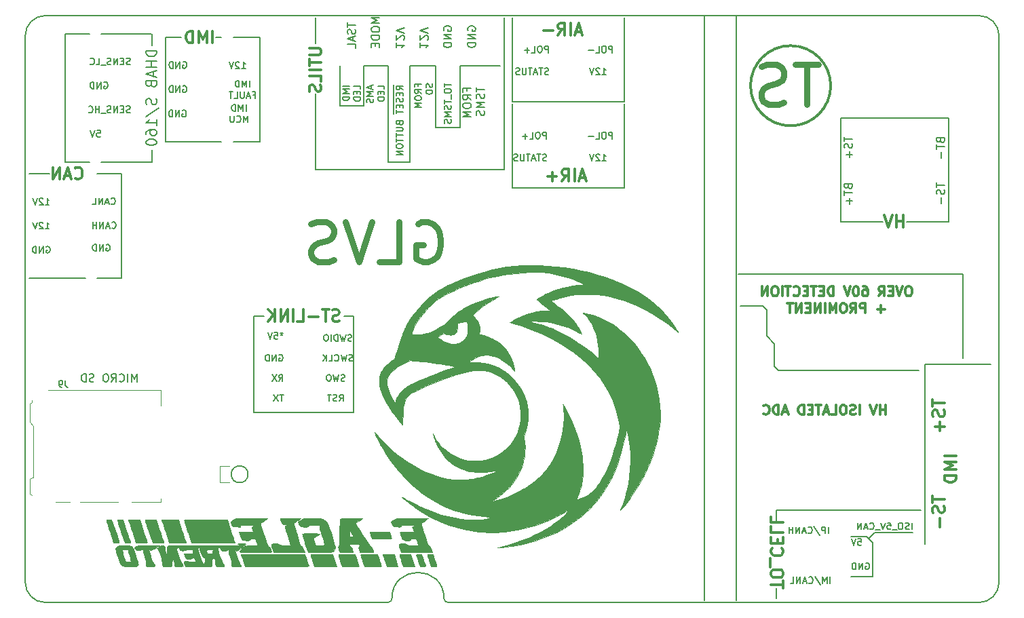
<source format=gbo>
G04 #@! TF.GenerationSoftware,KiCad,Pcbnew,(5.1.6)-1*
G04 #@! TF.CreationDate,2020-09-13T17:37:44+02:00*
G04 #@! TF.ProjectId,MainBoard,4d61696e-426f-4617-9264-2e6b69636164,rev?*
G04 #@! TF.SameCoordinates,Original*
G04 #@! TF.FileFunction,Legend,Bot*
G04 #@! TF.FilePolarity,Positive*
%FSLAX46Y46*%
G04 Gerber Fmt 4.6, Leading zero omitted, Abs format (unit mm)*
G04 Created by KiCad (PCBNEW (5.1.6)-1) date 2020-09-13 17:37:44*
%MOMM*%
%LPD*%
G01*
G04 APERTURE LIST*
%ADD10C,0.153000*%
%ADD11C,0.150000*%
%ADD12C,0.750000*%
G04 #@! TA.AperFunction,Profile*
%ADD13C,0.153000*%
G04 #@! TD*
G04 #@! TA.AperFunction,Profile*
%ADD14C,0.200000*%
G04 #@! TD*
%ADD15C,0.300000*%
%ADD16C,0.200000*%
%ADD17C,0.010000*%
%ADD18C,0.120000*%
%ADD19C,0.100000*%
G04 APERTURE END LIST*
D10*
X133877619Y-101120952D02*
X133877619Y-100300952D01*
X133526190Y-101081904D02*
X133409047Y-101120952D01*
X133213809Y-101120952D01*
X133135714Y-101081904D01*
X133096666Y-101042857D01*
X133057619Y-100964761D01*
X133057619Y-100886666D01*
X133096666Y-100808571D01*
X133135714Y-100769523D01*
X133213809Y-100730476D01*
X133370000Y-100691428D01*
X133448095Y-100652380D01*
X133487142Y-100613333D01*
X133526190Y-100535238D01*
X133526190Y-100457142D01*
X133487142Y-100379047D01*
X133448095Y-100340000D01*
X133370000Y-100300952D01*
X133174761Y-100300952D01*
X133057619Y-100340000D01*
X132550000Y-100300952D02*
X132393809Y-100300952D01*
X132315714Y-100340000D01*
X132237619Y-100418095D01*
X132198571Y-100574285D01*
X132198571Y-100847619D01*
X132237619Y-101003809D01*
X132315714Y-101081904D01*
X132393809Y-101120952D01*
X132550000Y-101120952D01*
X132628095Y-101081904D01*
X132706190Y-101003809D01*
X132745238Y-100847619D01*
X132745238Y-100574285D01*
X132706190Y-100418095D01*
X132628095Y-100340000D01*
X132550000Y-100300952D01*
X132042380Y-101199047D02*
X131417619Y-101199047D01*
X130831904Y-100300952D02*
X131222380Y-100300952D01*
X131261428Y-100691428D01*
X131222380Y-100652380D01*
X131144285Y-100613333D01*
X130949047Y-100613333D01*
X130870952Y-100652380D01*
X130831904Y-100691428D01*
X130792857Y-100769523D01*
X130792857Y-100964761D01*
X130831904Y-101042857D01*
X130870952Y-101081904D01*
X130949047Y-101120952D01*
X131144285Y-101120952D01*
X131222380Y-101081904D01*
X131261428Y-101042857D01*
X130558571Y-100300952D02*
X130285238Y-101120952D01*
X130011904Y-100300952D01*
X129933809Y-101199047D02*
X129309047Y-101199047D01*
X128645238Y-101042857D02*
X128684285Y-101081904D01*
X128801428Y-101120952D01*
X128879523Y-101120952D01*
X128996666Y-101081904D01*
X129074761Y-101003809D01*
X129113809Y-100925714D01*
X129152857Y-100769523D01*
X129152857Y-100652380D01*
X129113809Y-100496190D01*
X129074761Y-100418095D01*
X128996666Y-100340000D01*
X128879523Y-100300952D01*
X128801428Y-100300952D01*
X128684285Y-100340000D01*
X128645238Y-100379047D01*
X128332857Y-100886666D02*
X127942380Y-100886666D01*
X128410952Y-101120952D02*
X128137619Y-100300952D01*
X127864285Y-101120952D01*
X127590952Y-101120952D02*
X127590952Y-100300952D01*
X127122380Y-101120952D01*
X127122380Y-100300952D01*
X129250000Y-101500000D02*
X134000000Y-101500000D01*
X128500000Y-102250000D02*
X129250000Y-101500000D01*
X128250000Y-102000000D02*
X129000000Y-102750000D01*
X129000000Y-107000000D02*
X126250000Y-107000000D01*
X129000000Y-102750000D02*
X129000000Y-107000000D01*
X126250000Y-102000000D02*
X128250000Y-102000000D01*
X127156190Y-102300952D02*
X127546666Y-102300952D01*
X127585714Y-102691428D01*
X127546666Y-102652380D01*
X127468571Y-102613333D01*
X127273333Y-102613333D01*
X127195238Y-102652380D01*
X127156190Y-102691428D01*
X127117142Y-102769523D01*
X127117142Y-102964761D01*
X127156190Y-103042857D01*
X127195238Y-103081904D01*
X127273333Y-103120952D01*
X127468571Y-103120952D01*
X127546666Y-103081904D01*
X127585714Y-103042857D01*
X126882857Y-102300952D02*
X126609523Y-103120952D01*
X126336190Y-102300952D01*
X128124761Y-105340000D02*
X128202857Y-105300952D01*
X128320000Y-105300952D01*
X128437142Y-105340000D01*
X128515238Y-105418095D01*
X128554285Y-105496190D01*
X128593333Y-105652380D01*
X128593333Y-105769523D01*
X128554285Y-105925714D01*
X128515238Y-106003809D01*
X128437142Y-106081904D01*
X128320000Y-106120952D01*
X128241904Y-106120952D01*
X128124761Y-106081904D01*
X128085714Y-106042857D01*
X128085714Y-105769523D01*
X128241904Y-105769523D01*
X127734285Y-106120952D02*
X127734285Y-105300952D01*
X127265714Y-106120952D01*
X127265714Y-105300952D01*
X126875238Y-106120952D02*
X126875238Y-105300952D01*
X126680000Y-105300952D01*
X126562857Y-105340000D01*
X126484761Y-105418095D01*
X126445714Y-105496190D01*
X126406666Y-105652380D01*
X126406666Y-105769523D01*
X126445714Y-105925714D01*
X126484761Y-106003809D01*
X126562857Y-106081904D01*
X126680000Y-106120952D01*
X126875238Y-106120952D01*
X32250000Y-69750000D02*
X35250000Y-69750000D01*
X49250000Y-52750000D02*
X52500000Y-52750000D01*
X47750000Y-39750000D02*
X47000000Y-39750000D01*
D11*
X84000000Y-58500000D02*
X84000000Y-48000000D01*
X98000000Y-58500000D02*
X98000000Y-48000000D01*
D10*
X91000000Y-58500000D02*
X84000000Y-58500000D01*
X91000000Y-58500000D02*
X98000000Y-58500000D01*
X91000000Y-47750000D02*
X84000000Y-47750000D01*
X91000000Y-47750000D02*
X98000000Y-47750000D01*
X88512307Y-41620952D02*
X88512307Y-40800952D01*
X88199926Y-40800952D01*
X88121830Y-40840000D01*
X88082783Y-40879047D01*
X88043735Y-40957142D01*
X88043735Y-41074285D01*
X88082783Y-41152380D01*
X88121830Y-41191428D01*
X88199926Y-41230476D01*
X88512307Y-41230476D01*
X87536116Y-40800952D02*
X87379926Y-40800952D01*
X87301830Y-40840000D01*
X87223735Y-40918095D01*
X87184688Y-41074285D01*
X87184688Y-41347619D01*
X87223735Y-41503809D01*
X87301830Y-41581904D01*
X87379926Y-41620952D01*
X87536116Y-41620952D01*
X87614211Y-41581904D01*
X87692307Y-41503809D01*
X87731354Y-41347619D01*
X87731354Y-41074285D01*
X87692307Y-40918095D01*
X87614211Y-40840000D01*
X87536116Y-40800952D01*
X86442783Y-41620952D02*
X86833259Y-41620952D01*
X86833259Y-40800952D01*
X86169450Y-41308571D02*
X85544688Y-41308571D01*
X85857069Y-41620952D02*
X85857069Y-40996190D01*
X96512307Y-41620952D02*
X96512307Y-40800952D01*
X96199926Y-40800952D01*
X96121830Y-40840000D01*
X96082783Y-40879047D01*
X96043735Y-40957142D01*
X96043735Y-41074285D01*
X96082783Y-41152380D01*
X96121830Y-41191428D01*
X96199926Y-41230476D01*
X96512307Y-41230476D01*
X95536116Y-40800952D02*
X95379926Y-40800952D01*
X95301830Y-40840000D01*
X95223735Y-40918095D01*
X95184688Y-41074285D01*
X95184688Y-41347619D01*
X95223735Y-41503809D01*
X95301830Y-41581904D01*
X95379926Y-41620952D01*
X95536116Y-41620952D01*
X95614211Y-41581904D01*
X95692307Y-41503809D01*
X95731354Y-41347619D01*
X95731354Y-41074285D01*
X95692307Y-40918095D01*
X95614211Y-40840000D01*
X95536116Y-40800952D01*
X94442783Y-41620952D02*
X94833259Y-41620952D01*
X94833259Y-40800952D01*
X94169450Y-41308571D02*
X93544688Y-41308571D01*
X88262307Y-52370952D02*
X88262307Y-51550952D01*
X87949926Y-51550952D01*
X87871830Y-51590000D01*
X87832783Y-51629047D01*
X87793735Y-51707142D01*
X87793735Y-51824285D01*
X87832783Y-51902380D01*
X87871830Y-51941428D01*
X87949926Y-51980476D01*
X88262307Y-51980476D01*
X87286116Y-51550952D02*
X87129926Y-51550952D01*
X87051830Y-51590000D01*
X86973735Y-51668095D01*
X86934688Y-51824285D01*
X86934688Y-52097619D01*
X86973735Y-52253809D01*
X87051830Y-52331904D01*
X87129926Y-52370952D01*
X87286116Y-52370952D01*
X87364211Y-52331904D01*
X87442307Y-52253809D01*
X87481354Y-52097619D01*
X87481354Y-51824285D01*
X87442307Y-51668095D01*
X87364211Y-51590000D01*
X87286116Y-51550952D01*
X86192783Y-52370952D02*
X86583259Y-52370952D01*
X86583259Y-51550952D01*
X85919450Y-52058571D02*
X85294688Y-52058571D01*
X85607069Y-52370952D02*
X85607069Y-51746190D01*
X96512307Y-52370952D02*
X96512307Y-51550952D01*
X96199926Y-51550952D01*
X96121830Y-51590000D01*
X96082783Y-51629047D01*
X96043735Y-51707142D01*
X96043735Y-51824285D01*
X96082783Y-51902380D01*
X96121830Y-51941428D01*
X96199926Y-51980476D01*
X96512307Y-51980476D01*
X95536116Y-51550952D02*
X95379926Y-51550952D01*
X95301830Y-51590000D01*
X95223735Y-51668095D01*
X95184688Y-51824285D01*
X95184688Y-52097619D01*
X95223735Y-52253809D01*
X95301830Y-52331904D01*
X95379926Y-52370952D01*
X95536116Y-52370952D01*
X95614211Y-52331904D01*
X95692307Y-52253809D01*
X95731354Y-52097619D01*
X95731354Y-51824285D01*
X95692307Y-51668095D01*
X95614211Y-51590000D01*
X95536116Y-51550952D01*
X94442783Y-52370952D02*
X94833259Y-52370952D01*
X94833259Y-51550952D01*
X94169450Y-52058571D02*
X93544688Y-52058571D01*
X95239450Y-55120952D02*
X95708021Y-55120952D01*
X95473735Y-55120952D02*
X95473735Y-54300952D01*
X95551830Y-54418095D01*
X95629926Y-54496190D01*
X95708021Y-54535238D01*
X94927069Y-54379047D02*
X94888021Y-54340000D01*
X94809926Y-54300952D01*
X94614688Y-54300952D01*
X94536592Y-54340000D01*
X94497545Y-54379047D01*
X94458497Y-54457142D01*
X94458497Y-54535238D01*
X94497545Y-54652380D01*
X94966116Y-55120952D01*
X94458497Y-55120952D01*
X94224211Y-54300952D02*
X93950878Y-55120952D01*
X93677545Y-54300952D01*
X88280476Y-55081904D02*
X88163333Y-55120952D01*
X87968095Y-55120952D01*
X87890000Y-55081904D01*
X87850952Y-55042857D01*
X87811904Y-54964761D01*
X87811904Y-54886666D01*
X87850952Y-54808571D01*
X87890000Y-54769523D01*
X87968095Y-54730476D01*
X88124285Y-54691428D01*
X88202380Y-54652380D01*
X88241428Y-54613333D01*
X88280476Y-54535238D01*
X88280476Y-54457142D01*
X88241428Y-54379047D01*
X88202380Y-54340000D01*
X88124285Y-54300952D01*
X87929047Y-54300952D01*
X87811904Y-54340000D01*
X87577619Y-54300952D02*
X87109047Y-54300952D01*
X87343333Y-55120952D02*
X87343333Y-54300952D01*
X86874761Y-54886666D02*
X86484285Y-54886666D01*
X86952857Y-55120952D02*
X86679523Y-54300952D01*
X86406190Y-55120952D01*
X86250000Y-54300952D02*
X85781428Y-54300952D01*
X86015714Y-55120952D02*
X86015714Y-54300952D01*
X85508095Y-54300952D02*
X85508095Y-54964761D01*
X85469047Y-55042857D01*
X85430000Y-55081904D01*
X85351904Y-55120952D01*
X85195714Y-55120952D01*
X85117619Y-55081904D01*
X85078571Y-55042857D01*
X85039523Y-54964761D01*
X85039523Y-54300952D01*
X84688095Y-55081904D02*
X84570952Y-55120952D01*
X84375714Y-55120952D01*
X84297619Y-55081904D01*
X84258571Y-55042857D01*
X84219523Y-54964761D01*
X84219523Y-54886666D01*
X84258571Y-54808571D01*
X84297619Y-54769523D01*
X84375714Y-54730476D01*
X84531904Y-54691428D01*
X84610000Y-54652380D01*
X84649047Y-54613333D01*
X84688095Y-54535238D01*
X84688095Y-54457142D01*
X84649047Y-54379047D01*
X84610000Y-54340000D01*
X84531904Y-54300952D01*
X84336666Y-54300952D01*
X84219523Y-54340000D01*
D12*
X72238095Y-63000000D02*
X72714285Y-62761904D01*
X73428571Y-62761904D01*
X74142857Y-63000000D01*
X74619047Y-63476190D01*
X74857142Y-63952380D01*
X75095238Y-64904761D01*
X75095238Y-65619047D01*
X74857142Y-66571428D01*
X74619047Y-67047619D01*
X74142857Y-67523809D01*
X73428571Y-67761904D01*
X72952380Y-67761904D01*
X72238095Y-67523809D01*
X72000000Y-67285714D01*
X72000000Y-65619047D01*
X72952380Y-65619047D01*
X67476190Y-67761904D02*
X69857142Y-67761904D01*
X69857142Y-62761904D01*
X66523809Y-62761904D02*
X64857142Y-67761904D01*
X63190476Y-62761904D01*
X61761904Y-67523809D02*
X61047619Y-67761904D01*
X59857142Y-67761904D01*
X59380952Y-67523809D01*
X59142857Y-67285714D01*
X58904761Y-66809523D01*
X58904761Y-66333333D01*
X59142857Y-65857142D01*
X59380952Y-65619047D01*
X59857142Y-65380952D01*
X60809523Y-65142857D01*
X61285714Y-64904761D01*
X61523809Y-64666666D01*
X61761904Y-64190476D01*
X61761904Y-63714285D01*
X61523809Y-63238095D01*
X61285714Y-63000000D01*
X60809523Y-62761904D01*
X59619047Y-62761904D01*
X58904761Y-63000000D01*
D11*
X98000000Y-47750000D02*
X98000000Y-37250000D01*
D10*
X88530476Y-44331904D02*
X88413333Y-44370952D01*
X88218095Y-44370952D01*
X88140000Y-44331904D01*
X88100952Y-44292857D01*
X88061904Y-44214761D01*
X88061904Y-44136666D01*
X88100952Y-44058571D01*
X88140000Y-44019523D01*
X88218095Y-43980476D01*
X88374285Y-43941428D01*
X88452380Y-43902380D01*
X88491428Y-43863333D01*
X88530476Y-43785238D01*
X88530476Y-43707142D01*
X88491428Y-43629047D01*
X88452380Y-43590000D01*
X88374285Y-43550952D01*
X88179047Y-43550952D01*
X88061904Y-43590000D01*
X87827619Y-43550952D02*
X87359047Y-43550952D01*
X87593333Y-44370952D02*
X87593333Y-43550952D01*
X87124761Y-44136666D02*
X86734285Y-44136666D01*
X87202857Y-44370952D02*
X86929523Y-43550952D01*
X86656190Y-44370952D01*
X86500000Y-43550952D02*
X86031428Y-43550952D01*
X86265714Y-44370952D02*
X86265714Y-43550952D01*
X85758095Y-43550952D02*
X85758095Y-44214761D01*
X85719047Y-44292857D01*
X85680000Y-44331904D01*
X85601904Y-44370952D01*
X85445714Y-44370952D01*
X85367619Y-44331904D01*
X85328571Y-44292857D01*
X85289523Y-44214761D01*
X85289523Y-43550952D01*
X84938095Y-44331904D02*
X84820952Y-44370952D01*
X84625714Y-44370952D01*
X84547619Y-44331904D01*
X84508571Y-44292857D01*
X84469523Y-44214761D01*
X84469523Y-44136666D01*
X84508571Y-44058571D01*
X84547619Y-44019523D01*
X84625714Y-43980476D01*
X84781904Y-43941428D01*
X84860000Y-43902380D01*
X84899047Y-43863333D01*
X84938095Y-43785238D01*
X84938095Y-43707142D01*
X84899047Y-43629047D01*
X84860000Y-43590000D01*
X84781904Y-43550952D01*
X84586666Y-43550952D01*
X84469523Y-43590000D01*
D13*
X51050000Y-94250000D02*
G75*
G03*
X51050000Y-94250000I-1050000J0D01*
G01*
D14*
X68500000Y-110250000D02*
X25750000Y-110250000D01*
X76000000Y-110250000D02*
G75*
G02*
X75500000Y-109750000I0J500000D01*
G01*
X69000000Y-109750000D02*
G75*
G02*
X68500000Y-110250000I-500000J0D01*
G01*
X69000000Y-109750000D02*
G75*
G02*
X75500000Y-109750000I3250000J0D01*
G01*
D10*
X83000000Y-56250000D02*
X83000000Y-37250000D01*
X59500000Y-56250000D02*
X83000000Y-56250000D01*
X59500000Y-46750000D02*
X59500000Y-56250000D01*
X59500000Y-40500000D02*
X59500000Y-37250000D01*
X62500000Y-48250000D02*
X62500000Y-43250000D01*
X65500000Y-48250000D02*
X62500000Y-48250000D01*
X77500000Y-43250000D02*
X82500000Y-43250000D01*
X77500000Y-51000000D02*
X77500000Y-43250000D01*
X74500000Y-51000000D02*
X77500000Y-51000000D01*
X74500000Y-43250000D02*
X74500000Y-51000000D01*
X71250000Y-43250000D02*
X74500000Y-43250000D01*
X71250000Y-55250000D02*
X71250000Y-43250000D01*
X68500000Y-55250000D02*
X71250000Y-55250000D01*
X68500000Y-43250000D02*
X68500000Y-55250000D01*
X65500000Y-43250000D02*
X68500000Y-43250000D01*
X65500000Y-48250000D02*
X65500000Y-43250000D01*
X69547619Y-40411594D02*
X69547619Y-40983023D01*
X69547619Y-40697308D02*
X70547619Y-40697308D01*
X70404761Y-40792547D01*
X70309523Y-40887785D01*
X70261904Y-40983023D01*
X70452380Y-40030642D02*
X70500000Y-39983023D01*
X70547619Y-39887785D01*
X70547619Y-39649689D01*
X70500000Y-39554451D01*
X70452380Y-39506832D01*
X70357142Y-39459213D01*
X70261904Y-39459213D01*
X70119047Y-39506832D01*
X69547619Y-40078261D01*
X69547619Y-39459213D01*
X70547619Y-39173499D02*
X69547619Y-38840166D01*
X70547619Y-38506832D01*
D11*
X75500000Y-38866785D02*
X75452380Y-38771547D01*
X75452380Y-38628690D01*
X75500000Y-38485833D01*
X75595238Y-38390595D01*
X75690476Y-38342976D01*
X75880952Y-38295357D01*
X76023809Y-38295357D01*
X76214285Y-38342976D01*
X76309523Y-38390595D01*
X76404761Y-38485833D01*
X76452380Y-38628690D01*
X76452380Y-38723928D01*
X76404761Y-38866785D01*
X76357142Y-38914404D01*
X76023809Y-38914404D01*
X76023809Y-38723928D01*
X76452380Y-39342976D02*
X75452380Y-39342976D01*
X76452380Y-39914404D01*
X75452380Y-39914404D01*
X76452380Y-40390595D02*
X75452380Y-40390595D01*
X75452380Y-40628690D01*
X75500000Y-40771547D01*
X75595238Y-40866785D01*
X75690476Y-40914404D01*
X75880952Y-40962023D01*
X76023809Y-40962023D01*
X76214285Y-40914404D01*
X76309523Y-40866785D01*
X76404761Y-40771547D01*
X76452380Y-40628690D01*
X76452380Y-40390595D01*
X78500000Y-38866785D02*
X78452380Y-38771547D01*
X78452380Y-38628690D01*
X78500000Y-38485833D01*
X78595238Y-38390595D01*
X78690476Y-38342976D01*
X78880952Y-38295357D01*
X79023809Y-38295357D01*
X79214285Y-38342976D01*
X79309523Y-38390595D01*
X79404761Y-38485833D01*
X79452380Y-38628690D01*
X79452380Y-38723928D01*
X79404761Y-38866785D01*
X79357142Y-38914404D01*
X79023809Y-38914404D01*
X79023809Y-38723928D01*
X79452380Y-39342976D02*
X78452380Y-39342976D01*
X79452380Y-39914404D01*
X78452380Y-39914404D01*
X79452380Y-40390595D02*
X78452380Y-40390595D01*
X78452380Y-40628690D01*
X78500000Y-40771547D01*
X78595238Y-40866785D01*
X78690476Y-40914404D01*
X78880952Y-40962023D01*
X79023809Y-40962023D01*
X79214285Y-40914404D01*
X79309523Y-40866785D01*
X79404761Y-40771547D01*
X79452380Y-40628690D01*
X79452380Y-40390595D01*
X67452380Y-37295357D02*
X66452380Y-37295357D01*
X67166666Y-37628690D01*
X66452380Y-37962023D01*
X67452380Y-37962023D01*
X66452380Y-38628690D02*
X66452380Y-38819166D01*
X66500000Y-38914404D01*
X66595238Y-39009642D01*
X66785714Y-39057261D01*
X67119047Y-39057261D01*
X67309523Y-39009642D01*
X67404761Y-38914404D01*
X67452380Y-38819166D01*
X67452380Y-38628690D01*
X67404761Y-38533452D01*
X67309523Y-38438214D01*
X67119047Y-38390595D01*
X66785714Y-38390595D01*
X66595238Y-38438214D01*
X66500000Y-38533452D01*
X66452380Y-38628690D01*
X67452380Y-39485833D02*
X66452380Y-39485833D01*
X66452380Y-39723928D01*
X66500000Y-39866785D01*
X66595238Y-39962023D01*
X66690476Y-40009642D01*
X66880952Y-40057261D01*
X67023809Y-40057261D01*
X67214285Y-40009642D01*
X67309523Y-39962023D01*
X67404761Y-39866785D01*
X67452380Y-39723928D01*
X67452380Y-39485833D01*
X66928571Y-40485833D02*
X66928571Y-40819166D01*
X67452380Y-40962023D02*
X67452380Y-40485833D01*
X66452380Y-40485833D01*
X66452380Y-40962023D01*
X37202380Y-82702380D02*
X37202380Y-81702380D01*
X36869047Y-82416666D01*
X36535714Y-81702380D01*
X36535714Y-82702380D01*
X36059523Y-82702380D02*
X36059523Y-81702380D01*
X35011904Y-82607142D02*
X35059523Y-82654761D01*
X35202380Y-82702380D01*
X35297619Y-82702380D01*
X35440476Y-82654761D01*
X35535714Y-82559523D01*
X35583333Y-82464285D01*
X35630952Y-82273809D01*
X35630952Y-82130952D01*
X35583333Y-81940476D01*
X35535714Y-81845238D01*
X35440476Y-81750000D01*
X35297619Y-81702380D01*
X35202380Y-81702380D01*
X35059523Y-81750000D01*
X35011904Y-81797619D01*
X34011904Y-82702380D02*
X34345238Y-82226190D01*
X34583333Y-82702380D02*
X34583333Y-81702380D01*
X34202380Y-81702380D01*
X34107142Y-81750000D01*
X34059523Y-81797619D01*
X34011904Y-81892857D01*
X34011904Y-82035714D01*
X34059523Y-82130952D01*
X34107142Y-82178571D01*
X34202380Y-82226190D01*
X34583333Y-82226190D01*
X33392857Y-81702380D02*
X33202380Y-81702380D01*
X33107142Y-81750000D01*
X33011904Y-81845238D01*
X32964285Y-82035714D01*
X32964285Y-82369047D01*
X33011904Y-82559523D01*
X33107142Y-82654761D01*
X33202380Y-82702380D01*
X33392857Y-82702380D01*
X33488095Y-82654761D01*
X33583333Y-82559523D01*
X33630952Y-82369047D01*
X33630952Y-82035714D01*
X33583333Y-81845238D01*
X33488095Y-81750000D01*
X33392857Y-81702380D01*
X31821428Y-82654761D02*
X31678571Y-82702380D01*
X31440476Y-82702380D01*
X31345238Y-82654761D01*
X31297619Y-82607142D01*
X31250000Y-82511904D01*
X31250000Y-82416666D01*
X31297619Y-82321428D01*
X31345238Y-82273809D01*
X31440476Y-82226190D01*
X31630952Y-82178571D01*
X31726190Y-82130952D01*
X31773809Y-82083333D01*
X31821428Y-81988095D01*
X31821428Y-81892857D01*
X31773809Y-81797619D01*
X31726190Y-81750000D01*
X31630952Y-81702380D01*
X31392857Y-81702380D01*
X31250000Y-81750000D01*
X30821428Y-82702380D02*
X30821428Y-81702380D01*
X30583333Y-81702380D01*
X30440476Y-81750000D01*
X30345238Y-81845238D01*
X30297619Y-81940476D01*
X30250000Y-82130952D01*
X30250000Y-82273809D01*
X30297619Y-82464285D01*
X30345238Y-82559523D01*
X30440476Y-82654761D01*
X30583333Y-82702380D01*
X30821428Y-82702380D01*
D10*
X42874761Y-48840000D02*
X42952857Y-48800952D01*
X43070000Y-48800952D01*
X43187142Y-48840000D01*
X43265238Y-48918095D01*
X43304285Y-48996190D01*
X43343333Y-49152380D01*
X43343333Y-49269523D01*
X43304285Y-49425714D01*
X43265238Y-49503809D01*
X43187142Y-49581904D01*
X43070000Y-49620952D01*
X42991904Y-49620952D01*
X42874761Y-49581904D01*
X42835714Y-49542857D01*
X42835714Y-49269523D01*
X42991904Y-49269523D01*
X42484285Y-49620952D02*
X42484285Y-48800952D01*
X42015714Y-49620952D01*
X42015714Y-48800952D01*
X41625238Y-49620952D02*
X41625238Y-48800952D01*
X41430000Y-48800952D01*
X41312857Y-48840000D01*
X41234761Y-48918095D01*
X41195714Y-48996190D01*
X41156666Y-49152380D01*
X41156666Y-49269523D01*
X41195714Y-49425714D01*
X41234761Y-49503809D01*
X41312857Y-49581904D01*
X41430000Y-49620952D01*
X41625238Y-49620952D01*
X40750000Y-39750000D02*
X40750000Y-52750000D01*
X63132380Y-82581904D02*
X63015238Y-82620952D01*
X62820000Y-82620952D01*
X62741904Y-82581904D01*
X62702857Y-82542857D01*
X62663809Y-82464761D01*
X62663809Y-82386666D01*
X62702857Y-82308571D01*
X62741904Y-82269523D01*
X62820000Y-82230476D01*
X62976190Y-82191428D01*
X63054285Y-82152380D01*
X63093333Y-82113333D01*
X63132380Y-82035238D01*
X63132380Y-81957142D01*
X63093333Y-81879047D01*
X63054285Y-81840000D01*
X62976190Y-81800952D01*
X62780952Y-81800952D01*
X62663809Y-81840000D01*
X62390476Y-81800952D02*
X62195238Y-82620952D01*
X62039047Y-82035238D01*
X61882857Y-82620952D01*
X61687619Y-81800952D01*
X61219047Y-81800952D02*
X61062857Y-81800952D01*
X60984761Y-81840000D01*
X60906666Y-81918095D01*
X60867619Y-82074285D01*
X60867619Y-82347619D01*
X60906666Y-82503809D01*
X60984761Y-82581904D01*
X61062857Y-82620952D01*
X61219047Y-82620952D01*
X61297142Y-82581904D01*
X61375238Y-82503809D01*
X61414285Y-82347619D01*
X61414285Y-82074285D01*
X61375238Y-81918095D01*
X61297142Y-81840000D01*
X61219047Y-81800952D01*
D11*
X84000000Y-47750000D02*
X84000000Y-37250000D01*
D10*
X140250000Y-69250000D02*
X140250000Y-79750000D01*
X112250000Y-69250000D02*
X140250000Y-69250000D01*
D15*
X133585714Y-70792857D02*
X133357142Y-70792857D01*
X133242857Y-70850000D01*
X133128571Y-70964285D01*
X133071428Y-71192857D01*
X133071428Y-71592857D01*
X133128571Y-71821428D01*
X133242857Y-71935714D01*
X133357142Y-71992857D01*
X133585714Y-71992857D01*
X133700000Y-71935714D01*
X133814285Y-71821428D01*
X133871428Y-71592857D01*
X133871428Y-71192857D01*
X133814285Y-70964285D01*
X133700000Y-70850000D01*
X133585714Y-70792857D01*
X132728571Y-70792857D02*
X132328571Y-71992857D01*
X131928571Y-70792857D01*
X131528571Y-71364285D02*
X131128571Y-71364285D01*
X130957142Y-71992857D02*
X131528571Y-71992857D01*
X131528571Y-70792857D01*
X130957142Y-70792857D01*
X129757142Y-71992857D02*
X130157142Y-71421428D01*
X130442857Y-71992857D02*
X130442857Y-70792857D01*
X129985714Y-70792857D01*
X129871428Y-70850000D01*
X129814285Y-70907142D01*
X129757142Y-71021428D01*
X129757142Y-71192857D01*
X129814285Y-71307142D01*
X129871428Y-71364285D01*
X129985714Y-71421428D01*
X130442857Y-71421428D01*
X127814285Y-70792857D02*
X128042857Y-70792857D01*
X128157142Y-70850000D01*
X128214285Y-70907142D01*
X128328571Y-71078571D01*
X128385714Y-71307142D01*
X128385714Y-71764285D01*
X128328571Y-71878571D01*
X128271428Y-71935714D01*
X128157142Y-71992857D01*
X127928571Y-71992857D01*
X127814285Y-71935714D01*
X127757142Y-71878571D01*
X127700000Y-71764285D01*
X127700000Y-71478571D01*
X127757142Y-71364285D01*
X127814285Y-71307142D01*
X127928571Y-71250000D01*
X128157142Y-71250000D01*
X128271428Y-71307142D01*
X128328571Y-71364285D01*
X128385714Y-71478571D01*
X126957142Y-70792857D02*
X126842857Y-70792857D01*
X126728571Y-70850000D01*
X126671428Y-70907142D01*
X126614285Y-71021428D01*
X126557142Y-71250000D01*
X126557142Y-71535714D01*
X126614285Y-71764285D01*
X126671428Y-71878571D01*
X126728571Y-71935714D01*
X126842857Y-71992857D01*
X126957142Y-71992857D01*
X127071428Y-71935714D01*
X127128571Y-71878571D01*
X127185714Y-71764285D01*
X127242857Y-71535714D01*
X127242857Y-71250000D01*
X127185714Y-71021428D01*
X127128571Y-70907142D01*
X127071428Y-70850000D01*
X126957142Y-70792857D01*
X126214285Y-70792857D02*
X125814285Y-71992857D01*
X125414285Y-70792857D01*
X124100000Y-71992857D02*
X124100000Y-70792857D01*
X123814285Y-70792857D01*
X123642857Y-70850000D01*
X123528571Y-70964285D01*
X123471428Y-71078571D01*
X123414285Y-71307142D01*
X123414285Y-71478571D01*
X123471428Y-71707142D01*
X123528571Y-71821428D01*
X123642857Y-71935714D01*
X123814285Y-71992857D01*
X124100000Y-71992857D01*
X122900000Y-71364285D02*
X122500000Y-71364285D01*
X122328571Y-71992857D02*
X122900000Y-71992857D01*
X122900000Y-70792857D01*
X122328571Y-70792857D01*
X121985714Y-70792857D02*
X121300000Y-70792857D01*
X121642857Y-71992857D02*
X121642857Y-70792857D01*
X120900000Y-71364285D02*
X120500000Y-71364285D01*
X120328571Y-71992857D02*
X120900000Y-71992857D01*
X120900000Y-70792857D01*
X120328571Y-70792857D01*
X119128571Y-71878571D02*
X119185714Y-71935714D01*
X119357142Y-71992857D01*
X119471428Y-71992857D01*
X119642857Y-71935714D01*
X119757142Y-71821428D01*
X119814285Y-71707142D01*
X119871428Y-71478571D01*
X119871428Y-71307142D01*
X119814285Y-71078571D01*
X119757142Y-70964285D01*
X119642857Y-70850000D01*
X119471428Y-70792857D01*
X119357142Y-70792857D01*
X119185714Y-70850000D01*
X119128571Y-70907142D01*
X118785714Y-70792857D02*
X118100000Y-70792857D01*
X118442857Y-71992857D02*
X118442857Y-70792857D01*
X117700000Y-71992857D02*
X117700000Y-70792857D01*
X116900000Y-70792857D02*
X116671428Y-70792857D01*
X116557142Y-70850000D01*
X116442857Y-70964285D01*
X116385714Y-71192857D01*
X116385714Y-71592857D01*
X116442857Y-71821428D01*
X116557142Y-71935714D01*
X116671428Y-71992857D01*
X116900000Y-71992857D01*
X117014285Y-71935714D01*
X117128571Y-71821428D01*
X117185714Y-71592857D01*
X117185714Y-71192857D01*
X117128571Y-70964285D01*
X117014285Y-70850000D01*
X116900000Y-70792857D01*
X115871428Y-71992857D02*
X115871428Y-70792857D01*
X115185714Y-71992857D01*
X115185714Y-70792857D01*
X130471428Y-73635714D02*
X129557142Y-73635714D01*
X130014285Y-74092857D02*
X130014285Y-73178571D01*
X128071428Y-74092857D02*
X128071428Y-72892857D01*
X127614285Y-72892857D01*
X127500000Y-72950000D01*
X127442857Y-73007142D01*
X127385714Y-73121428D01*
X127385714Y-73292857D01*
X127442857Y-73407142D01*
X127500000Y-73464285D01*
X127614285Y-73521428D01*
X128071428Y-73521428D01*
X126185714Y-74092857D02*
X126585714Y-73521428D01*
X126871428Y-74092857D02*
X126871428Y-72892857D01*
X126414285Y-72892857D01*
X126300000Y-72950000D01*
X126242857Y-73007142D01*
X126185714Y-73121428D01*
X126185714Y-73292857D01*
X126242857Y-73407142D01*
X126300000Y-73464285D01*
X126414285Y-73521428D01*
X126871428Y-73521428D01*
X125442857Y-72892857D02*
X125214285Y-72892857D01*
X125100000Y-72950000D01*
X124985714Y-73064285D01*
X124928571Y-73292857D01*
X124928571Y-73692857D01*
X124985714Y-73921428D01*
X125100000Y-74035714D01*
X125214285Y-74092857D01*
X125442857Y-74092857D01*
X125557142Y-74035714D01*
X125671428Y-73921428D01*
X125728571Y-73692857D01*
X125728571Y-73292857D01*
X125671428Y-73064285D01*
X125557142Y-72950000D01*
X125442857Y-72892857D01*
X124414285Y-74092857D02*
X124414285Y-72892857D01*
X124014285Y-73750000D01*
X123614285Y-72892857D01*
X123614285Y-74092857D01*
X123042857Y-74092857D02*
X123042857Y-72892857D01*
X122471428Y-74092857D02*
X122471428Y-72892857D01*
X121785714Y-74092857D01*
X121785714Y-72892857D01*
X121214285Y-73464285D02*
X120814285Y-73464285D01*
X120642857Y-74092857D02*
X121214285Y-74092857D01*
X121214285Y-72892857D01*
X120642857Y-72892857D01*
X120128571Y-74092857D02*
X120128571Y-72892857D01*
X119442857Y-74092857D01*
X119442857Y-72892857D01*
X119042857Y-72892857D02*
X118357142Y-72892857D01*
X118700000Y-74092857D02*
X118700000Y-72892857D01*
D10*
X115250000Y-73250000D02*
X112500000Y-73250000D01*
X115750000Y-73750000D02*
X115250000Y-73250000D01*
X115750000Y-77000000D02*
X115750000Y-73750000D01*
X116750000Y-78000000D02*
X115750000Y-77000000D01*
X116750000Y-80750000D02*
X116750000Y-78000000D01*
X117250000Y-81250000D02*
X116750000Y-80750000D01*
X123670952Y-107870952D02*
X123670952Y-107050952D01*
X123280476Y-107870952D02*
X123280476Y-107050952D01*
X123007142Y-107636666D01*
X122733809Y-107050952D01*
X122733809Y-107870952D01*
X121757619Y-107011904D02*
X122460476Y-108066190D01*
X121015714Y-107792857D02*
X121054761Y-107831904D01*
X121171904Y-107870952D01*
X121250000Y-107870952D01*
X121367142Y-107831904D01*
X121445238Y-107753809D01*
X121484285Y-107675714D01*
X121523333Y-107519523D01*
X121523333Y-107402380D01*
X121484285Y-107246190D01*
X121445238Y-107168095D01*
X121367142Y-107090000D01*
X121250000Y-107050952D01*
X121171904Y-107050952D01*
X121054761Y-107090000D01*
X121015714Y-107129047D01*
X120703333Y-107636666D02*
X120312857Y-107636666D01*
X120781428Y-107870952D02*
X120508095Y-107050952D01*
X120234761Y-107870952D01*
X119961428Y-107870952D02*
X119961428Y-107050952D01*
X119492857Y-107870952D01*
X119492857Y-107050952D01*
X118711904Y-107870952D02*
X119102380Y-107870952D01*
X119102380Y-107050952D01*
D15*
X130571428Y-86792857D02*
X130571428Y-85592857D01*
X130571428Y-86164285D02*
X129885714Y-86164285D01*
X129885714Y-86792857D02*
X129885714Y-85592857D01*
X129485714Y-85592857D02*
X129085714Y-86792857D01*
X128685714Y-85592857D01*
X127371428Y-86792857D02*
X127371428Y-85592857D01*
X126857142Y-86735714D02*
X126685714Y-86792857D01*
X126400000Y-86792857D01*
X126285714Y-86735714D01*
X126228571Y-86678571D01*
X126171428Y-86564285D01*
X126171428Y-86450000D01*
X126228571Y-86335714D01*
X126285714Y-86278571D01*
X126400000Y-86221428D01*
X126628571Y-86164285D01*
X126742857Y-86107142D01*
X126800000Y-86050000D01*
X126857142Y-85935714D01*
X126857142Y-85821428D01*
X126800000Y-85707142D01*
X126742857Y-85650000D01*
X126628571Y-85592857D01*
X126342857Y-85592857D01*
X126171428Y-85650000D01*
X125428571Y-85592857D02*
X125200000Y-85592857D01*
X125085714Y-85650000D01*
X124971428Y-85764285D01*
X124914285Y-85992857D01*
X124914285Y-86392857D01*
X124971428Y-86621428D01*
X125085714Y-86735714D01*
X125200000Y-86792857D01*
X125428571Y-86792857D01*
X125542857Y-86735714D01*
X125657142Y-86621428D01*
X125714285Y-86392857D01*
X125714285Y-85992857D01*
X125657142Y-85764285D01*
X125542857Y-85650000D01*
X125428571Y-85592857D01*
X123828571Y-86792857D02*
X124400000Y-86792857D01*
X124400000Y-85592857D01*
X123485714Y-86450000D02*
X122914285Y-86450000D01*
X123600000Y-86792857D02*
X123200000Y-85592857D01*
X122800000Y-86792857D01*
X122571428Y-85592857D02*
X121885714Y-85592857D01*
X122228571Y-86792857D02*
X122228571Y-85592857D01*
X121485714Y-86164285D02*
X121085714Y-86164285D01*
X120914285Y-86792857D02*
X121485714Y-86792857D01*
X121485714Y-85592857D01*
X120914285Y-85592857D01*
X120400000Y-86792857D02*
X120400000Y-85592857D01*
X120114285Y-85592857D01*
X119942857Y-85650000D01*
X119828571Y-85764285D01*
X119771428Y-85878571D01*
X119714285Y-86107142D01*
X119714285Y-86278571D01*
X119771428Y-86507142D01*
X119828571Y-86621428D01*
X119942857Y-86735714D01*
X120114285Y-86792857D01*
X120400000Y-86792857D01*
X118342857Y-86450000D02*
X117771428Y-86450000D01*
X118457142Y-86792857D02*
X118057142Y-85592857D01*
X117657142Y-86792857D01*
X117257142Y-86792857D02*
X117257142Y-85592857D01*
X116971428Y-85592857D01*
X116800000Y-85650000D01*
X116685714Y-85764285D01*
X116628571Y-85878571D01*
X116571428Y-86107142D01*
X116571428Y-86278571D01*
X116628571Y-86507142D01*
X116685714Y-86621428D01*
X116800000Y-86735714D01*
X116971428Y-86792857D01*
X117257142Y-86792857D01*
X115371428Y-86678571D02*
X115428571Y-86735714D01*
X115600000Y-86792857D01*
X115714285Y-86792857D01*
X115885714Y-86735714D01*
X116000000Y-86621428D01*
X116057142Y-86507142D01*
X116114285Y-86278571D01*
X116114285Y-86107142D01*
X116057142Y-85878571D01*
X116000000Y-85764285D01*
X115885714Y-85650000D01*
X115714285Y-85592857D01*
X115600000Y-85592857D01*
X115428571Y-85650000D01*
X115371428Y-85707142D01*
D10*
X117250000Y-81250000D02*
X134750000Y-81250000D01*
X135500000Y-80500000D02*
X135500000Y-103000000D01*
X143750000Y-80500000D02*
X135500000Y-80500000D01*
D15*
X139428571Y-91964285D02*
X137928571Y-91964285D01*
X139428571Y-92678571D02*
X137928571Y-92678571D01*
X139000000Y-93178571D01*
X137928571Y-93678571D01*
X139428571Y-93678571D01*
X139428571Y-94392857D02*
X137928571Y-94392857D01*
X137928571Y-94750000D01*
X138000000Y-94964285D01*
X138142857Y-95107142D01*
X138285714Y-95178571D01*
X138571428Y-95250000D01*
X138785714Y-95250000D01*
X139071428Y-95178571D01*
X139214285Y-95107142D01*
X139357142Y-94964285D01*
X139428571Y-94750000D01*
X139428571Y-94392857D01*
D10*
X95239450Y-44370952D02*
X95708021Y-44370952D01*
X95473735Y-44370952D02*
X95473735Y-43550952D01*
X95551830Y-43668095D01*
X95629926Y-43746190D01*
X95708021Y-43785238D01*
X94927069Y-43629047D02*
X94888021Y-43590000D01*
X94809926Y-43550952D01*
X94614688Y-43550952D01*
X94536592Y-43590000D01*
X94497545Y-43629047D01*
X94458497Y-43707142D01*
X94458497Y-43785238D01*
X94497545Y-43902380D01*
X94966116Y-44370952D01*
X94458497Y-44370952D01*
X94224211Y-43550952D02*
X93950878Y-44370952D01*
X93677545Y-43550952D01*
X51272856Y-45929452D02*
X51272856Y-45109452D01*
X50882380Y-45929452D02*
X50882380Y-45109452D01*
X50609046Y-45695166D01*
X50335713Y-45109452D01*
X50335713Y-45929452D01*
X49945237Y-45929452D02*
X49945237Y-45109452D01*
X49749999Y-45109452D01*
X49632856Y-45148500D01*
X49554761Y-45226595D01*
X49515713Y-45304690D01*
X49476665Y-45460880D01*
X49476665Y-45578023D01*
X49515713Y-45734214D01*
X49554761Y-45812309D01*
X49632856Y-45890404D01*
X49749999Y-45929452D01*
X49945237Y-45929452D01*
X51702380Y-46882928D02*
X51975713Y-46882928D01*
X51975713Y-47312452D02*
X51975713Y-46492452D01*
X51585237Y-46492452D01*
X51311904Y-47078166D02*
X50921427Y-47078166D01*
X51389999Y-47312452D02*
X51116665Y-46492452D01*
X50843332Y-47312452D01*
X50569999Y-46492452D02*
X50569999Y-47156261D01*
X50530951Y-47234357D01*
X50491904Y-47273404D01*
X50413808Y-47312452D01*
X50257618Y-47312452D01*
X50179523Y-47273404D01*
X50140475Y-47234357D01*
X50101427Y-47156261D01*
X50101427Y-46492452D01*
X49320475Y-47312452D02*
X49710951Y-47312452D01*
X49710951Y-46492452D01*
X49164285Y-46492452D02*
X48695713Y-46492452D01*
X48929999Y-47312452D02*
X48929999Y-46492452D01*
X50804285Y-48929452D02*
X50804285Y-48109452D01*
X50413809Y-48929452D02*
X50413809Y-48109452D01*
X50140475Y-48695166D01*
X49867142Y-48109452D01*
X49867142Y-48929452D01*
X49476666Y-48929452D02*
X49476666Y-48109452D01*
X49281428Y-48109452D01*
X49164285Y-48148500D01*
X49086190Y-48226595D01*
X49047142Y-48304690D01*
X49008094Y-48460880D01*
X49008094Y-48578023D01*
X49047142Y-48734214D01*
X49086190Y-48812309D01*
X49164285Y-48890404D01*
X49281428Y-48929452D01*
X49476666Y-48929452D01*
X51038571Y-50312452D02*
X51038571Y-49492452D01*
X50765237Y-50078166D01*
X50491904Y-49492452D01*
X50491904Y-50312452D01*
X49632856Y-50234357D02*
X49671904Y-50273404D01*
X49789047Y-50312452D01*
X49867142Y-50312452D01*
X49984285Y-50273404D01*
X50062380Y-50195309D01*
X50101428Y-50117214D01*
X50140475Y-49961023D01*
X50140475Y-49843880D01*
X50101428Y-49687690D01*
X50062380Y-49609595D01*
X49984285Y-49531500D01*
X49867142Y-49492452D01*
X49789047Y-49492452D01*
X49671904Y-49531500D01*
X49632856Y-49570547D01*
X49281428Y-49492452D02*
X49281428Y-50156261D01*
X49242380Y-50234357D01*
X49203333Y-50273404D01*
X49125237Y-50312452D01*
X48969047Y-50312452D01*
X48890952Y-50273404D01*
X48851904Y-50234357D01*
X48812856Y-50156261D01*
X48812856Y-49492452D01*
X42924761Y-45790000D02*
X43002857Y-45750952D01*
X43120000Y-45750952D01*
X43237142Y-45790000D01*
X43315238Y-45868095D01*
X43354285Y-45946190D01*
X43393333Y-46102380D01*
X43393333Y-46219523D01*
X43354285Y-46375714D01*
X43315238Y-46453809D01*
X43237142Y-46531904D01*
X43120000Y-46570952D01*
X43041904Y-46570952D01*
X42924761Y-46531904D01*
X42885714Y-46492857D01*
X42885714Y-46219523D01*
X43041904Y-46219523D01*
X42534285Y-46570952D02*
X42534285Y-45750952D01*
X42065714Y-46570952D01*
X42065714Y-45750952D01*
X41675238Y-46570952D02*
X41675238Y-45750952D01*
X41480000Y-45750952D01*
X41362857Y-45790000D01*
X41284761Y-45868095D01*
X41245714Y-45946190D01*
X41206666Y-46102380D01*
X41206666Y-46219523D01*
X41245714Y-46375714D01*
X41284761Y-46453809D01*
X41362857Y-46531904D01*
X41480000Y-46570952D01*
X41675238Y-46570952D01*
X50257619Y-43620952D02*
X50726190Y-43620952D01*
X50491904Y-43620952D02*
X50491904Y-42800952D01*
X50570000Y-42918095D01*
X50648095Y-42996190D01*
X50726190Y-43035238D01*
X49945238Y-42879047D02*
X49906190Y-42840000D01*
X49828095Y-42800952D01*
X49632857Y-42800952D01*
X49554761Y-42840000D01*
X49515714Y-42879047D01*
X49476666Y-42957142D01*
X49476666Y-43035238D01*
X49515714Y-43152380D01*
X49984285Y-43620952D01*
X49476666Y-43620952D01*
X49242380Y-42800952D02*
X48969047Y-43620952D01*
X48695714Y-42800952D01*
X42924761Y-42790000D02*
X43002857Y-42750952D01*
X43120000Y-42750952D01*
X43237142Y-42790000D01*
X43315238Y-42868095D01*
X43354285Y-42946190D01*
X43393333Y-43102380D01*
X43393333Y-43219523D01*
X43354285Y-43375714D01*
X43315238Y-43453809D01*
X43237142Y-43531904D01*
X43120000Y-43570952D01*
X43041904Y-43570952D01*
X42924761Y-43531904D01*
X42885714Y-43492857D01*
X42885714Y-43219523D01*
X43041904Y-43219523D01*
X42534285Y-43570952D02*
X42534285Y-42750952D01*
X42065714Y-43570952D01*
X42065714Y-42750952D01*
X41675238Y-43570952D02*
X41675238Y-42750952D01*
X41480000Y-42750952D01*
X41362857Y-42790000D01*
X41284761Y-42868095D01*
X41245714Y-42946190D01*
X41206666Y-43102380D01*
X41206666Y-43219523D01*
X41245714Y-43375714D01*
X41284761Y-43453809D01*
X41362857Y-43531904D01*
X41480000Y-43570952D01*
X41675238Y-43570952D01*
X28250000Y-55250000D02*
X31250000Y-55250000D01*
D11*
X32750000Y-55250000D02*
X39000000Y-55250000D01*
D10*
X28250000Y-39250000D02*
X31250000Y-39250000D01*
X33074761Y-45340000D02*
X33152857Y-45300952D01*
X33270000Y-45300952D01*
X33387142Y-45340000D01*
X33465238Y-45418095D01*
X33504285Y-45496190D01*
X33543333Y-45652380D01*
X33543333Y-45769523D01*
X33504285Y-45925714D01*
X33465238Y-46003809D01*
X33387142Y-46081904D01*
X33270000Y-46120952D01*
X33191904Y-46120952D01*
X33074761Y-46081904D01*
X33035714Y-46042857D01*
X33035714Y-45769523D01*
X33191904Y-45769523D01*
X32684285Y-46120952D02*
X32684285Y-45300952D01*
X32215714Y-46120952D01*
X32215714Y-45300952D01*
X31825238Y-46120952D02*
X31825238Y-45300952D01*
X31630000Y-45300952D01*
X31512857Y-45340000D01*
X31434761Y-45418095D01*
X31395714Y-45496190D01*
X31356666Y-45652380D01*
X31356666Y-45769523D01*
X31395714Y-45925714D01*
X31434761Y-46003809D01*
X31512857Y-46081904D01*
X31630000Y-46120952D01*
X31825238Y-46120952D01*
X36327142Y-49081904D02*
X36210000Y-49120952D01*
X36014761Y-49120952D01*
X35936666Y-49081904D01*
X35897619Y-49042857D01*
X35858571Y-48964761D01*
X35858571Y-48886666D01*
X35897619Y-48808571D01*
X35936666Y-48769523D01*
X36014761Y-48730476D01*
X36170952Y-48691428D01*
X36249047Y-48652380D01*
X36288095Y-48613333D01*
X36327142Y-48535238D01*
X36327142Y-48457142D01*
X36288095Y-48379047D01*
X36249047Y-48340000D01*
X36170952Y-48300952D01*
X35975714Y-48300952D01*
X35858571Y-48340000D01*
X35507142Y-48691428D02*
X35233809Y-48691428D01*
X35116666Y-49120952D02*
X35507142Y-49120952D01*
X35507142Y-48300952D01*
X35116666Y-48300952D01*
X34765238Y-49120952D02*
X34765238Y-48300952D01*
X34296666Y-49120952D01*
X34296666Y-48300952D01*
X33945238Y-49081904D02*
X33828095Y-49120952D01*
X33632857Y-49120952D01*
X33554761Y-49081904D01*
X33515714Y-49042857D01*
X33476666Y-48964761D01*
X33476666Y-48886666D01*
X33515714Y-48808571D01*
X33554761Y-48769523D01*
X33632857Y-48730476D01*
X33789047Y-48691428D01*
X33867142Y-48652380D01*
X33906190Y-48613333D01*
X33945238Y-48535238D01*
X33945238Y-48457142D01*
X33906190Y-48379047D01*
X33867142Y-48340000D01*
X33789047Y-48300952D01*
X33593809Y-48300952D01*
X33476666Y-48340000D01*
X33320476Y-49199047D02*
X32695714Y-49199047D01*
X32500476Y-49120952D02*
X32500476Y-48300952D01*
X32500476Y-48691428D02*
X32031904Y-48691428D01*
X32031904Y-49120952D02*
X32031904Y-48300952D01*
X31172857Y-49042857D02*
X31211904Y-49081904D01*
X31329047Y-49120952D01*
X31407142Y-49120952D01*
X31524285Y-49081904D01*
X31602380Y-49003809D01*
X31641428Y-48925714D01*
X31680476Y-48769523D01*
X31680476Y-48652380D01*
X31641428Y-48496190D01*
X31602380Y-48418095D01*
X31524285Y-48340000D01*
X31407142Y-48300952D01*
X31329047Y-48300952D01*
X31211904Y-48340000D01*
X31172857Y-48379047D01*
X32206190Y-51300952D02*
X32596666Y-51300952D01*
X32635714Y-51691428D01*
X32596666Y-51652380D01*
X32518571Y-51613333D01*
X32323333Y-51613333D01*
X32245238Y-51652380D01*
X32206190Y-51691428D01*
X32167142Y-51769523D01*
X32167142Y-51964761D01*
X32206190Y-52042857D01*
X32245238Y-52081904D01*
X32323333Y-52120952D01*
X32518571Y-52120952D01*
X32596666Y-52081904D01*
X32635714Y-52042857D01*
X31932857Y-51300952D02*
X31659523Y-52120952D01*
X31386190Y-51300952D01*
X36329523Y-43081904D02*
X36212380Y-43120952D01*
X36017142Y-43120952D01*
X35939047Y-43081904D01*
X35900000Y-43042857D01*
X35860952Y-42964761D01*
X35860952Y-42886666D01*
X35900000Y-42808571D01*
X35939047Y-42769523D01*
X36017142Y-42730476D01*
X36173333Y-42691428D01*
X36251428Y-42652380D01*
X36290476Y-42613333D01*
X36329523Y-42535238D01*
X36329523Y-42457142D01*
X36290476Y-42379047D01*
X36251428Y-42340000D01*
X36173333Y-42300952D01*
X35978095Y-42300952D01*
X35860952Y-42340000D01*
X35509523Y-42691428D02*
X35236190Y-42691428D01*
X35119047Y-43120952D02*
X35509523Y-43120952D01*
X35509523Y-42300952D01*
X35119047Y-42300952D01*
X34767619Y-43120952D02*
X34767619Y-42300952D01*
X34299047Y-43120952D01*
X34299047Y-42300952D01*
X33947619Y-43081904D02*
X33830476Y-43120952D01*
X33635238Y-43120952D01*
X33557142Y-43081904D01*
X33518095Y-43042857D01*
X33479047Y-42964761D01*
X33479047Y-42886666D01*
X33518095Y-42808571D01*
X33557142Y-42769523D01*
X33635238Y-42730476D01*
X33791428Y-42691428D01*
X33869523Y-42652380D01*
X33908571Y-42613333D01*
X33947619Y-42535238D01*
X33947619Y-42457142D01*
X33908571Y-42379047D01*
X33869523Y-42340000D01*
X33791428Y-42300952D01*
X33596190Y-42300952D01*
X33479047Y-42340000D01*
X33322857Y-43199047D02*
X32698095Y-43199047D01*
X32112380Y-43120952D02*
X32502857Y-43120952D01*
X32502857Y-42300952D01*
X31370476Y-43042857D02*
X31409523Y-43081904D01*
X31526666Y-43120952D01*
X31604761Y-43120952D01*
X31721904Y-43081904D01*
X31800000Y-43003809D01*
X31839047Y-42925714D01*
X31878095Y-42769523D01*
X31878095Y-42652380D01*
X31839047Y-42496190D01*
X31800000Y-42418095D01*
X31721904Y-42340000D01*
X31604761Y-42300952D01*
X31526666Y-42300952D01*
X31409523Y-42340000D01*
X31370476Y-42379047D01*
X25757619Y-63620952D02*
X26226190Y-63620952D01*
X25991904Y-63620952D02*
X25991904Y-62800952D01*
X26070000Y-62918095D01*
X26148095Y-62996190D01*
X26226190Y-63035238D01*
X25445238Y-62879047D02*
X25406190Y-62840000D01*
X25328095Y-62800952D01*
X25132857Y-62800952D01*
X25054761Y-62840000D01*
X25015714Y-62879047D01*
X24976666Y-62957142D01*
X24976666Y-63035238D01*
X25015714Y-63152380D01*
X25484285Y-63620952D01*
X24976666Y-63620952D01*
X24742380Y-62800952D02*
X24469047Y-63620952D01*
X24195714Y-62800952D01*
X25757619Y-60620952D02*
X26226190Y-60620952D01*
X25991904Y-60620952D02*
X25991904Y-59800952D01*
X26070000Y-59918095D01*
X26148095Y-59996190D01*
X26226190Y-60035238D01*
X25445238Y-59879047D02*
X25406190Y-59840000D01*
X25328095Y-59800952D01*
X25132857Y-59800952D01*
X25054761Y-59840000D01*
X25015714Y-59879047D01*
X24976666Y-59957142D01*
X24976666Y-60035238D01*
X25015714Y-60152380D01*
X25484285Y-60620952D01*
X24976666Y-60620952D01*
X24742380Y-59800952D02*
X24469047Y-60620952D01*
X24195714Y-59800952D01*
X34056666Y-63492857D02*
X34095714Y-63531904D01*
X34212857Y-63570952D01*
X34290952Y-63570952D01*
X34408095Y-63531904D01*
X34486190Y-63453809D01*
X34525238Y-63375714D01*
X34564285Y-63219523D01*
X34564285Y-63102380D01*
X34525238Y-62946190D01*
X34486190Y-62868095D01*
X34408095Y-62790000D01*
X34290952Y-62750952D01*
X34212857Y-62750952D01*
X34095714Y-62790000D01*
X34056666Y-62829047D01*
X33744285Y-63336666D02*
X33353809Y-63336666D01*
X33822380Y-63570952D02*
X33549047Y-62750952D01*
X33275714Y-63570952D01*
X33002380Y-63570952D02*
X33002380Y-62750952D01*
X32533809Y-63570952D01*
X32533809Y-62750952D01*
X32143333Y-63570952D02*
X32143333Y-62750952D01*
X32143333Y-63141428D02*
X31674761Y-63141428D01*
X31674761Y-63570952D02*
X31674761Y-62750952D01*
X33959047Y-60492857D02*
X33998095Y-60531904D01*
X34115238Y-60570952D01*
X34193333Y-60570952D01*
X34310476Y-60531904D01*
X34388571Y-60453809D01*
X34427619Y-60375714D01*
X34466666Y-60219523D01*
X34466666Y-60102380D01*
X34427619Y-59946190D01*
X34388571Y-59868095D01*
X34310476Y-59790000D01*
X34193333Y-59750952D01*
X34115238Y-59750952D01*
X33998095Y-59790000D01*
X33959047Y-59829047D01*
X33646666Y-60336666D02*
X33256190Y-60336666D01*
X33724761Y-60570952D02*
X33451428Y-59750952D01*
X33178095Y-60570952D01*
X32904761Y-60570952D02*
X32904761Y-59750952D01*
X32436190Y-60570952D01*
X32436190Y-59750952D01*
X31655238Y-60570952D02*
X32045714Y-60570952D01*
X32045714Y-59750952D01*
X33374761Y-65590000D02*
X33452857Y-65550952D01*
X33570000Y-65550952D01*
X33687142Y-65590000D01*
X33765238Y-65668095D01*
X33804285Y-65746190D01*
X33843333Y-65902380D01*
X33843333Y-66019523D01*
X33804285Y-66175714D01*
X33765238Y-66253809D01*
X33687142Y-66331904D01*
X33570000Y-66370952D01*
X33491904Y-66370952D01*
X33374761Y-66331904D01*
X33335714Y-66292857D01*
X33335714Y-66019523D01*
X33491904Y-66019523D01*
X32984285Y-66370952D02*
X32984285Y-65550952D01*
X32515714Y-66370952D01*
X32515714Y-65550952D01*
X32125238Y-66370952D02*
X32125238Y-65550952D01*
X31930000Y-65550952D01*
X31812857Y-65590000D01*
X31734761Y-65668095D01*
X31695714Y-65746190D01*
X31656666Y-65902380D01*
X31656666Y-66019523D01*
X31695714Y-66175714D01*
X31734761Y-66253809D01*
X31812857Y-66331904D01*
X31930000Y-66370952D01*
X32125238Y-66370952D01*
X25874761Y-65840000D02*
X25952857Y-65800952D01*
X26070000Y-65800952D01*
X26187142Y-65840000D01*
X26265238Y-65918095D01*
X26304285Y-65996190D01*
X26343333Y-66152380D01*
X26343333Y-66269523D01*
X26304285Y-66425714D01*
X26265238Y-66503809D01*
X26187142Y-66581904D01*
X26070000Y-66620952D01*
X25991904Y-66620952D01*
X25874761Y-66581904D01*
X25835714Y-66542857D01*
X25835714Y-66269523D01*
X25991904Y-66269523D01*
X25484285Y-66620952D02*
X25484285Y-65800952D01*
X25015714Y-66620952D01*
X25015714Y-65800952D01*
X24625238Y-66620952D02*
X24625238Y-65800952D01*
X24430000Y-65800952D01*
X24312857Y-65840000D01*
X24234761Y-65918095D01*
X24195714Y-65996190D01*
X24156666Y-66152380D01*
X24156666Y-66269523D01*
X24195714Y-66425714D01*
X24234761Y-66503809D01*
X24312857Y-66581904D01*
X24430000Y-66620952D01*
X24625238Y-66620952D01*
D11*
X125000000Y-62750000D02*
X130250000Y-62750000D01*
X125000000Y-49750000D02*
X125000000Y-62750000D01*
X138500000Y-49750000D02*
X125000000Y-49750000D01*
X138500000Y-62750000D02*
X138500000Y-49750000D01*
X133250000Y-62750000D02*
X138500000Y-62750000D01*
D15*
X132821428Y-63428571D02*
X132821428Y-61928571D01*
X132821428Y-62642857D02*
X131964285Y-62642857D01*
X131964285Y-63428571D02*
X131964285Y-61928571D01*
X131464285Y-61928571D02*
X130964285Y-63428571D01*
X130464285Y-61928571D01*
D12*
X122209523Y-43111904D02*
X119352380Y-43111904D01*
X120780952Y-48111904D02*
X120780952Y-43111904D01*
X117923809Y-47873809D02*
X117209523Y-48111904D01*
X116019047Y-48111904D01*
X115542857Y-47873809D01*
X115304761Y-47635714D01*
X115066666Y-47159523D01*
X115066666Y-46683333D01*
X115304761Y-46207142D01*
X115542857Y-45969047D01*
X116019047Y-45730952D01*
X116971428Y-45492857D01*
X117447619Y-45254761D01*
X117685714Y-45016666D01*
X117923809Y-44540476D01*
X117923809Y-44064285D01*
X117685714Y-43588095D01*
X117447619Y-43350000D01*
X116971428Y-43111904D01*
X115780952Y-43111904D01*
X115066666Y-43350000D01*
D15*
X123750000Y-45750000D02*
G75*
G03*
X123750000Y-45750000I-5000000J0D01*
G01*
D11*
X28250000Y-39250000D02*
X28250000Y-55250000D01*
X30750000Y-69750000D02*
X23750000Y-69750000D01*
X35250000Y-56750000D02*
X35250000Y-69750000D01*
X32250000Y-56750000D02*
X35250000Y-56750000D01*
X26250000Y-56750000D02*
X23750000Y-56750000D01*
D15*
X29464285Y-57285714D02*
X29535714Y-57357142D01*
X29750000Y-57428571D01*
X29892857Y-57428571D01*
X30107142Y-57357142D01*
X30250000Y-57214285D01*
X30321428Y-57071428D01*
X30392857Y-56785714D01*
X30392857Y-56571428D01*
X30321428Y-56285714D01*
X30250000Y-56142857D01*
X30107142Y-56000000D01*
X29892857Y-55928571D01*
X29750000Y-55928571D01*
X29535714Y-56000000D01*
X29464285Y-56071428D01*
X28892857Y-57000000D02*
X28178571Y-57000000D01*
X29035714Y-57428571D02*
X28535714Y-55928571D01*
X28035714Y-57428571D01*
X27535714Y-57428571D02*
X27535714Y-55928571D01*
X26678571Y-57428571D01*
X26678571Y-55928571D01*
D11*
X47750000Y-52750000D02*
X40750000Y-52750000D01*
X52500000Y-39750000D02*
X52500000Y-52750000D01*
X49250000Y-39750000D02*
X52500000Y-39750000D01*
X40750000Y-39750000D02*
X42750000Y-39750000D01*
D15*
X136428571Y-96928571D02*
X136428571Y-97785714D01*
X137928571Y-97357142D02*
X136428571Y-97357142D01*
X137857142Y-98214285D02*
X137928571Y-98428571D01*
X137928571Y-98785714D01*
X137857142Y-98928571D01*
X137785714Y-99000000D01*
X137642857Y-99071428D01*
X137500000Y-99071428D01*
X137357142Y-99000000D01*
X137285714Y-98928571D01*
X137214285Y-98785714D01*
X137142857Y-98500000D01*
X137071428Y-98357142D01*
X137000000Y-98285714D01*
X136857142Y-98214285D01*
X136714285Y-98214285D01*
X136571428Y-98285714D01*
X136500000Y-98357142D01*
X136428571Y-98500000D01*
X136428571Y-98857142D01*
X136500000Y-99071428D01*
X137357142Y-99714285D02*
X137357142Y-100857142D01*
X136428571Y-84928571D02*
X136428571Y-85785714D01*
X137928571Y-85357142D02*
X136428571Y-85357142D01*
X137857142Y-86214285D02*
X137928571Y-86428571D01*
X137928571Y-86785714D01*
X137857142Y-86928571D01*
X137785714Y-87000000D01*
X137642857Y-87071428D01*
X137500000Y-87071428D01*
X137357142Y-87000000D01*
X137285714Y-86928571D01*
X137214285Y-86785714D01*
X137142857Y-86500000D01*
X137071428Y-86357142D01*
X137000000Y-86285714D01*
X136857142Y-86214285D01*
X136714285Y-86214285D01*
X136571428Y-86285714D01*
X136500000Y-86357142D01*
X136428571Y-86500000D01*
X136428571Y-86857142D01*
X136500000Y-87071428D01*
X137357142Y-87714285D02*
X137357142Y-88857142D01*
X137928571Y-88285714D02*
X136785714Y-88285714D01*
D11*
X125928571Y-58321428D02*
X125976190Y-58464285D01*
X126023809Y-58511904D01*
X126119047Y-58559523D01*
X126261904Y-58559523D01*
X126357142Y-58511904D01*
X126404761Y-58464285D01*
X126452380Y-58369047D01*
X126452380Y-57988095D01*
X125452380Y-57988095D01*
X125452380Y-58321428D01*
X125500000Y-58416666D01*
X125547619Y-58464285D01*
X125642857Y-58511904D01*
X125738095Y-58511904D01*
X125833333Y-58464285D01*
X125880952Y-58416666D01*
X125928571Y-58321428D01*
X125928571Y-57988095D01*
X125452380Y-58845238D02*
X125452380Y-59416666D01*
X126452380Y-59130952D02*
X125452380Y-59130952D01*
X126071428Y-59750000D02*
X126071428Y-60511904D01*
X126452380Y-60130952D02*
X125690476Y-60130952D01*
X125452380Y-52119047D02*
X125452380Y-52690476D01*
X126452380Y-52404761D02*
X125452380Y-52404761D01*
X126404761Y-52976190D02*
X126452380Y-53119047D01*
X126452380Y-53357142D01*
X126404761Y-53452380D01*
X126357142Y-53500000D01*
X126261904Y-53547619D01*
X126166666Y-53547619D01*
X126071428Y-53500000D01*
X126023809Y-53452380D01*
X125976190Y-53357142D01*
X125928571Y-53166666D01*
X125880952Y-53071428D01*
X125833333Y-53023809D01*
X125738095Y-52976190D01*
X125642857Y-52976190D01*
X125547619Y-53023809D01*
X125500000Y-53071428D01*
X125452380Y-53166666D01*
X125452380Y-53404761D01*
X125500000Y-53547619D01*
X126071428Y-53976190D02*
X126071428Y-54738095D01*
X126452380Y-54357142D02*
X125690476Y-54357142D01*
X137428571Y-52571428D02*
X137476190Y-52714285D01*
X137523809Y-52761904D01*
X137619047Y-52809523D01*
X137761904Y-52809523D01*
X137857142Y-52761904D01*
X137904761Y-52714285D01*
X137952380Y-52619047D01*
X137952380Y-52238095D01*
X136952380Y-52238095D01*
X136952380Y-52571428D01*
X137000000Y-52666666D01*
X137047619Y-52714285D01*
X137142857Y-52761904D01*
X137238095Y-52761904D01*
X137333333Y-52714285D01*
X137380952Y-52666666D01*
X137428571Y-52571428D01*
X137428571Y-52238095D01*
X136952380Y-53095238D02*
X136952380Y-53666666D01*
X137952380Y-53380952D02*
X136952380Y-53380952D01*
X137571428Y-54000000D02*
X137571428Y-54761904D01*
X136952380Y-57869047D02*
X136952380Y-58440476D01*
X137952380Y-58154761D02*
X136952380Y-58154761D01*
X137904761Y-58726190D02*
X137952380Y-58869047D01*
X137952380Y-59107142D01*
X137904761Y-59202380D01*
X137857142Y-59250000D01*
X137761904Y-59297619D01*
X137666666Y-59297619D01*
X137571428Y-59250000D01*
X137523809Y-59202380D01*
X137476190Y-59107142D01*
X137428571Y-58916666D01*
X137380952Y-58821428D01*
X137333333Y-58773809D01*
X137238095Y-58726190D01*
X137142857Y-58726190D01*
X137047619Y-58773809D01*
X137000000Y-58821428D01*
X136952380Y-58916666D01*
X136952380Y-59154761D01*
X137000000Y-59297619D01*
X137571428Y-59726190D02*
X137571428Y-60488095D01*
D15*
X92642857Y-39000000D02*
X91928571Y-39000000D01*
X92785714Y-39428571D02*
X92285714Y-37928571D01*
X91785714Y-39428571D01*
X91285714Y-39428571D02*
X91285714Y-37928571D01*
X89714285Y-39428571D02*
X90214285Y-38714285D01*
X90571428Y-39428571D02*
X90571428Y-37928571D01*
X90000000Y-37928571D01*
X89857142Y-38000000D01*
X89785714Y-38071428D01*
X89714285Y-38214285D01*
X89714285Y-38428571D01*
X89785714Y-38571428D01*
X89857142Y-38642857D01*
X90000000Y-38714285D01*
X90571428Y-38714285D01*
X89071428Y-38857142D02*
X87928571Y-38857142D01*
X93142857Y-57250000D02*
X92428571Y-57250000D01*
X93285714Y-57678571D02*
X92785714Y-56178571D01*
X92285714Y-57678571D01*
X91785714Y-57678571D02*
X91785714Y-56178571D01*
X90214285Y-57678571D02*
X90714285Y-56964285D01*
X91071428Y-57678571D02*
X91071428Y-56178571D01*
X90500000Y-56178571D01*
X90357142Y-56250000D01*
X90285714Y-56321428D01*
X90214285Y-56464285D01*
X90214285Y-56678571D01*
X90285714Y-56821428D01*
X90357142Y-56892857D01*
X90500000Y-56964285D01*
X91071428Y-56964285D01*
X89571428Y-57107142D02*
X88428571Y-57107142D01*
X89000000Y-57678571D02*
X89000000Y-56535714D01*
X58678571Y-41071428D02*
X59892857Y-41071428D01*
X60035714Y-41142857D01*
X60107142Y-41214285D01*
X60178571Y-41357142D01*
X60178571Y-41642857D01*
X60107142Y-41785714D01*
X60035714Y-41857142D01*
X59892857Y-41928571D01*
X58678571Y-41928571D01*
X58678571Y-42428571D02*
X58678571Y-43285714D01*
X60178571Y-42857142D02*
X58678571Y-42857142D01*
X60178571Y-43785714D02*
X58678571Y-43785714D01*
X60178571Y-45214285D02*
X60178571Y-44500000D01*
X58678571Y-44500000D01*
X60107142Y-45642857D02*
X60178571Y-45857142D01*
X60178571Y-46214285D01*
X60107142Y-46357142D01*
X60035714Y-46428571D01*
X59892857Y-46500000D01*
X59750000Y-46500000D01*
X59607142Y-46428571D01*
X59535714Y-46357142D01*
X59464285Y-46214285D01*
X59392857Y-45928571D01*
X59321428Y-45785714D01*
X59250000Y-45714285D01*
X59107142Y-45642857D01*
X58964285Y-45642857D01*
X58821428Y-45714285D01*
X58750000Y-45785714D01*
X58678571Y-45928571D01*
X58678571Y-46285714D01*
X58750000Y-46500000D01*
X46607142Y-40428571D02*
X46607142Y-38928571D01*
X45892857Y-40428571D02*
X45892857Y-38928571D01*
X45392857Y-40000000D01*
X44892857Y-38928571D01*
X44892857Y-40428571D01*
X44178571Y-40428571D02*
X44178571Y-38928571D01*
X43821428Y-38928571D01*
X43607142Y-39000000D01*
X43464285Y-39142857D01*
X43392857Y-39285714D01*
X43321428Y-39571428D01*
X43321428Y-39785714D01*
X43392857Y-40071428D01*
X43464285Y-40214285D01*
X43607142Y-40357142D01*
X43821428Y-40428571D01*
X44178571Y-40428571D01*
D11*
X117000000Y-98750000D02*
X117000000Y-100000000D01*
X135000000Y-98750000D02*
X117000000Y-98750000D01*
X117000000Y-109750000D02*
X117000000Y-108500000D01*
D15*
X117821428Y-108428571D02*
X117821428Y-107571428D01*
X116321428Y-108000000D02*
X117821428Y-108000000D01*
X117821428Y-106785714D02*
X117821428Y-106500000D01*
X117750000Y-106357142D01*
X117607142Y-106214285D01*
X117321428Y-106142857D01*
X116821428Y-106142857D01*
X116535714Y-106214285D01*
X116392857Y-106357142D01*
X116321428Y-106500000D01*
X116321428Y-106785714D01*
X116392857Y-106928571D01*
X116535714Y-107071428D01*
X116821428Y-107142857D01*
X117321428Y-107142857D01*
X117607142Y-107071428D01*
X117750000Y-106928571D01*
X117821428Y-106785714D01*
X116178571Y-105857142D02*
X116178571Y-104714285D01*
X116464285Y-103500000D02*
X116392857Y-103571428D01*
X116321428Y-103785714D01*
X116321428Y-103928571D01*
X116392857Y-104142857D01*
X116535714Y-104285714D01*
X116678571Y-104357142D01*
X116964285Y-104428571D01*
X117178571Y-104428571D01*
X117464285Y-104357142D01*
X117607142Y-104285714D01*
X117750000Y-104142857D01*
X117821428Y-103928571D01*
X117821428Y-103785714D01*
X117750000Y-103571428D01*
X117678571Y-103500000D01*
X117107142Y-102857142D02*
X117107142Y-102357142D01*
X116321428Y-102142857D02*
X116321428Y-102857142D01*
X117821428Y-102857142D01*
X117821428Y-102142857D01*
X116321428Y-100785714D02*
X116321428Y-101500000D01*
X117821428Y-101500000D01*
X116321428Y-99571428D02*
X116321428Y-100285714D01*
X117821428Y-100285714D01*
D11*
X63000000Y-74500000D02*
X64250000Y-74500000D01*
X51750000Y-74500000D02*
X53000000Y-74500000D01*
D15*
X62428571Y-75107142D02*
X62214285Y-75178571D01*
X61857142Y-75178571D01*
X61714285Y-75107142D01*
X61642857Y-75035714D01*
X61571428Y-74892857D01*
X61571428Y-74750000D01*
X61642857Y-74607142D01*
X61714285Y-74535714D01*
X61857142Y-74464285D01*
X62142857Y-74392857D01*
X62285714Y-74321428D01*
X62357142Y-74250000D01*
X62428571Y-74107142D01*
X62428571Y-73964285D01*
X62357142Y-73821428D01*
X62285714Y-73750000D01*
X62142857Y-73678571D01*
X61785714Y-73678571D01*
X61571428Y-73750000D01*
X61142857Y-73678571D02*
X60285714Y-73678571D01*
X60714285Y-75178571D02*
X60714285Y-73678571D01*
X59785714Y-74607142D02*
X58642857Y-74607142D01*
X57214285Y-75178571D02*
X57928571Y-75178571D01*
X57928571Y-73678571D01*
X56714285Y-75178571D02*
X56714285Y-73678571D01*
X56000000Y-75178571D02*
X56000000Y-73678571D01*
X55142857Y-75178571D01*
X55142857Y-73678571D01*
X54428571Y-75178571D02*
X54428571Y-73678571D01*
X53571428Y-75178571D02*
X54214285Y-74321428D01*
X53571428Y-73678571D02*
X54428571Y-74535714D01*
D11*
X51750000Y-86500000D02*
X51750000Y-74500000D01*
X64250000Y-86500000D02*
X51750000Y-86500000D01*
X64250000Y-74500000D02*
X64250000Y-86500000D01*
X39050000Y-53750000D02*
X39050000Y-55250000D01*
X39050000Y-39250000D02*
X39050000Y-40750000D01*
X32750000Y-39250000D02*
X39000000Y-39250000D01*
D10*
X69210700Y-45599450D02*
X69210700Y-46419450D01*
X70370952Y-46263259D02*
X69980476Y-45989926D01*
X70370952Y-45794688D02*
X69550952Y-45794688D01*
X69550952Y-46107069D01*
X69590000Y-46185164D01*
X69629047Y-46224211D01*
X69707142Y-46263259D01*
X69824285Y-46263259D01*
X69902380Y-46224211D01*
X69941428Y-46185164D01*
X69980476Y-46107069D01*
X69980476Y-45794688D01*
X69210700Y-46419450D02*
X69210700Y-47161354D01*
X69941428Y-46614688D02*
X69941428Y-46888021D01*
X70370952Y-47005164D02*
X70370952Y-46614688D01*
X69550952Y-46614688D01*
X69550952Y-47005164D01*
X69210700Y-47161354D02*
X69210700Y-47942307D01*
X70331904Y-47317545D02*
X70370952Y-47434688D01*
X70370952Y-47629926D01*
X70331904Y-47708021D01*
X70292857Y-47747069D01*
X70214761Y-47786116D01*
X70136666Y-47786116D01*
X70058571Y-47747069D01*
X70019523Y-47708021D01*
X69980476Y-47629926D01*
X69941428Y-47473735D01*
X69902380Y-47395640D01*
X69863333Y-47356592D01*
X69785238Y-47317545D01*
X69707142Y-47317545D01*
X69629047Y-47356592D01*
X69590000Y-47395640D01*
X69550952Y-47473735D01*
X69550952Y-47668973D01*
X69590000Y-47786116D01*
X69210700Y-47942307D02*
X69210700Y-48684211D01*
X69941428Y-48137545D02*
X69941428Y-48410878D01*
X70370952Y-48528021D02*
X70370952Y-48137545D01*
X69550952Y-48137545D01*
X69550952Y-48528021D01*
X69210700Y-48684211D02*
X69210700Y-49308973D01*
X69550952Y-48762307D02*
X69550952Y-49230878D01*
X70370952Y-48996592D02*
X69550952Y-48996592D01*
X69941428Y-50402307D02*
X69980476Y-50519450D01*
X70019523Y-50558497D01*
X70097619Y-50597545D01*
X70214761Y-50597545D01*
X70292857Y-50558497D01*
X70331904Y-50519450D01*
X70370952Y-50441354D01*
X70370952Y-50128973D01*
X69550952Y-50128973D01*
X69550952Y-50402307D01*
X69590000Y-50480402D01*
X69629047Y-50519450D01*
X69707142Y-50558497D01*
X69785238Y-50558497D01*
X69863333Y-50519450D01*
X69902380Y-50480402D01*
X69941428Y-50402307D01*
X69941428Y-50128973D01*
X69550952Y-50948973D02*
X70214761Y-50948973D01*
X70292857Y-50988021D01*
X70331904Y-51027069D01*
X70370952Y-51105164D01*
X70370952Y-51261354D01*
X70331904Y-51339450D01*
X70292857Y-51378497D01*
X70214761Y-51417545D01*
X69550952Y-51417545D01*
X69550952Y-51690878D02*
X69550952Y-52159450D01*
X70370952Y-51925164D02*
X69550952Y-51925164D01*
X69550952Y-52315640D02*
X69550952Y-52784211D01*
X70370952Y-52549926D02*
X69550952Y-52549926D01*
X69550952Y-53213735D02*
X69550952Y-53369926D01*
X69590000Y-53448021D01*
X69668095Y-53526116D01*
X69824285Y-53565164D01*
X70097619Y-53565164D01*
X70253809Y-53526116D01*
X70331904Y-53448021D01*
X70370952Y-53369926D01*
X70370952Y-53213735D01*
X70331904Y-53135640D01*
X70253809Y-53057545D01*
X70097619Y-53018497D01*
X69824285Y-53018497D01*
X69668095Y-53057545D01*
X69590000Y-53135640D01*
X69550952Y-53213735D01*
X70370952Y-53916592D02*
X69550952Y-53916592D01*
X70370952Y-54385164D01*
X69550952Y-54385164D01*
X72249928Y-45818021D02*
X72249928Y-45544688D01*
X72679452Y-45544688D02*
X71859452Y-45544688D01*
X71859452Y-45935164D01*
X72679452Y-46716116D02*
X72288976Y-46442783D01*
X72679452Y-46247545D02*
X71859452Y-46247545D01*
X71859452Y-46559926D01*
X71898500Y-46638021D01*
X71937547Y-46677069D01*
X72015642Y-46716116D01*
X72132785Y-46716116D01*
X72210880Y-46677069D01*
X72249928Y-46638021D01*
X72288976Y-46559926D01*
X72288976Y-46247545D01*
X71859452Y-47223735D02*
X71859452Y-47379926D01*
X71898500Y-47458021D01*
X71976595Y-47536116D01*
X72132785Y-47575164D01*
X72406119Y-47575164D01*
X72562309Y-47536116D01*
X72640404Y-47458021D01*
X72679452Y-47379926D01*
X72679452Y-47223735D01*
X72640404Y-47145640D01*
X72562309Y-47067545D01*
X72406119Y-47028497D01*
X72132785Y-47028497D01*
X71976595Y-47067545D01*
X71898500Y-47145640D01*
X71859452Y-47223735D01*
X72679452Y-47926592D02*
X71859452Y-47926592D01*
X72445166Y-48199926D01*
X71859452Y-48473259D01*
X72679452Y-48473259D01*
X74023404Y-45505640D02*
X74062452Y-45622783D01*
X74062452Y-45818021D01*
X74023404Y-45896116D01*
X73984357Y-45935164D01*
X73906261Y-45974211D01*
X73828166Y-45974211D01*
X73750071Y-45935164D01*
X73711023Y-45896116D01*
X73671976Y-45818021D01*
X73632928Y-45661830D01*
X73593880Y-45583735D01*
X73554833Y-45544688D01*
X73476738Y-45505640D01*
X73398642Y-45505640D01*
X73320547Y-45544688D01*
X73281500Y-45583735D01*
X73242452Y-45661830D01*
X73242452Y-45857069D01*
X73281500Y-45974211D01*
X74062452Y-46325640D02*
X73242452Y-46325640D01*
X73242452Y-46520878D01*
X73281500Y-46638021D01*
X73359595Y-46716116D01*
X73437690Y-46755164D01*
X73593880Y-46794211D01*
X73711023Y-46794211D01*
X73867214Y-46755164D01*
X73945309Y-46716116D01*
X74023404Y-46638021D01*
X74062452Y-46520878D01*
X74062452Y-46325640D01*
X63679452Y-45794688D02*
X62859452Y-45794688D01*
X63679452Y-46185164D02*
X62859452Y-46185164D01*
X63445166Y-46458497D01*
X62859452Y-46731830D01*
X63679452Y-46731830D01*
X63679452Y-47122307D02*
X62859452Y-47122307D01*
X62859452Y-47317545D01*
X62898500Y-47434688D01*
X62976595Y-47512783D01*
X63054690Y-47551830D01*
X63210880Y-47590878D01*
X63328023Y-47590878D01*
X63484214Y-47551830D01*
X63562309Y-47512783D01*
X63640404Y-47434688D01*
X63679452Y-47317545D01*
X63679452Y-47122307D01*
X65062452Y-46185164D02*
X65062452Y-45794688D01*
X64242452Y-45794688D01*
X64632928Y-46458497D02*
X64632928Y-46731830D01*
X65062452Y-46848973D02*
X65062452Y-46458497D01*
X64242452Y-46458497D01*
X64242452Y-46848973D01*
X65062452Y-47200402D02*
X64242452Y-47200402D01*
X64242452Y-47395640D01*
X64281500Y-47512783D01*
X64359595Y-47590878D01*
X64437690Y-47629926D01*
X64593880Y-47668973D01*
X64711023Y-47668973D01*
X64867214Y-47629926D01*
X64945309Y-47590878D01*
X65023404Y-47512783D01*
X65062452Y-47395640D01*
X65062452Y-47200402D01*
X66445166Y-45755640D02*
X66445166Y-46146116D01*
X66679452Y-45677545D02*
X65859452Y-45950878D01*
X66679452Y-46224211D01*
X66679452Y-46497545D02*
X65859452Y-46497545D01*
X66445166Y-46770878D01*
X65859452Y-47044211D01*
X66679452Y-47044211D01*
X66640404Y-47395640D02*
X66679452Y-47512783D01*
X66679452Y-47708021D01*
X66640404Y-47786116D01*
X66601357Y-47825164D01*
X66523261Y-47864211D01*
X66445166Y-47864211D01*
X66367071Y-47825164D01*
X66328023Y-47786116D01*
X66288976Y-47708021D01*
X66249928Y-47551830D01*
X66210880Y-47473735D01*
X66171833Y-47434688D01*
X66093738Y-47395640D01*
X66015642Y-47395640D01*
X65937547Y-47434688D01*
X65898500Y-47473735D01*
X65859452Y-47551830D01*
X65859452Y-47747069D01*
X65898500Y-47864211D01*
X68062452Y-46185164D02*
X68062452Y-45794688D01*
X67242452Y-45794688D01*
X67632928Y-46458497D02*
X67632928Y-46731830D01*
X68062452Y-46848973D02*
X68062452Y-46458497D01*
X67242452Y-46458497D01*
X67242452Y-46848973D01*
X68062452Y-47200402D02*
X67242452Y-47200402D01*
X67242452Y-47395640D01*
X67281500Y-47512783D01*
X67359595Y-47590878D01*
X67437690Y-47629926D01*
X67593880Y-47668973D01*
X67711023Y-47668973D01*
X67867214Y-47629926D01*
X67945309Y-47590878D01*
X68023404Y-47512783D01*
X68062452Y-47395640D01*
X68062452Y-47200402D01*
X75550952Y-45427545D02*
X75550952Y-45896116D01*
X76370952Y-45661830D02*
X75550952Y-45661830D01*
X75550952Y-46325640D02*
X75550952Y-46481830D01*
X75590000Y-46559926D01*
X75668095Y-46638021D01*
X75824285Y-46677069D01*
X76097619Y-46677069D01*
X76253809Y-46638021D01*
X76331904Y-46559926D01*
X76370952Y-46481830D01*
X76370952Y-46325640D01*
X76331904Y-46247545D01*
X76253809Y-46169450D01*
X76097619Y-46130402D01*
X75824285Y-46130402D01*
X75668095Y-46169450D01*
X75590000Y-46247545D01*
X75550952Y-46325640D01*
X76449047Y-46833259D02*
X76449047Y-47458021D01*
X75550952Y-47536116D02*
X75550952Y-48004688D01*
X76370952Y-47770402D02*
X75550952Y-47770402D01*
X76331904Y-48238973D02*
X76370952Y-48356116D01*
X76370952Y-48551354D01*
X76331904Y-48629450D01*
X76292857Y-48668497D01*
X76214761Y-48707545D01*
X76136666Y-48707545D01*
X76058571Y-48668497D01*
X76019523Y-48629450D01*
X75980476Y-48551354D01*
X75941428Y-48395164D01*
X75902380Y-48317069D01*
X75863333Y-48278021D01*
X75785238Y-48238973D01*
X75707142Y-48238973D01*
X75629047Y-48278021D01*
X75590000Y-48317069D01*
X75550952Y-48395164D01*
X75550952Y-48590402D01*
X75590000Y-48707545D01*
X76370952Y-49058973D02*
X75550952Y-49058973D01*
X76136666Y-49332307D01*
X75550952Y-49605640D01*
X76370952Y-49605640D01*
X76331904Y-49957069D02*
X76370952Y-50074211D01*
X76370952Y-50269450D01*
X76331904Y-50347545D01*
X76292857Y-50386592D01*
X76214761Y-50425640D01*
X76136666Y-50425640D01*
X76058571Y-50386592D01*
X76019523Y-50347545D01*
X75980476Y-50269450D01*
X75941428Y-50113259D01*
X75902380Y-50035164D01*
X75863333Y-49996116D01*
X75785238Y-49957069D01*
X75707142Y-49957069D01*
X75629047Y-49996116D01*
X75590000Y-50035164D01*
X75550952Y-50113259D01*
X75550952Y-50308497D01*
X75590000Y-50425640D01*
D11*
X78353571Y-46418928D02*
X78353571Y-46085595D01*
X78877380Y-46085595D02*
X77877380Y-46085595D01*
X77877380Y-46561785D01*
X78877380Y-47514166D02*
X78401190Y-47180833D01*
X78877380Y-46942738D02*
X77877380Y-46942738D01*
X77877380Y-47323690D01*
X77925000Y-47418928D01*
X77972619Y-47466547D01*
X78067857Y-47514166D01*
X78210714Y-47514166D01*
X78305952Y-47466547D01*
X78353571Y-47418928D01*
X78401190Y-47323690D01*
X78401190Y-46942738D01*
X77877380Y-48133214D02*
X77877380Y-48323690D01*
X77925000Y-48418928D01*
X78020238Y-48514166D01*
X78210714Y-48561785D01*
X78544047Y-48561785D01*
X78734523Y-48514166D01*
X78829761Y-48418928D01*
X78877380Y-48323690D01*
X78877380Y-48133214D01*
X78829761Y-48037976D01*
X78734523Y-47942738D01*
X78544047Y-47895119D01*
X78210714Y-47895119D01*
X78020238Y-47942738D01*
X77925000Y-48037976D01*
X77877380Y-48133214D01*
X78877380Y-48990357D02*
X77877380Y-48990357D01*
X78591666Y-49323690D01*
X77877380Y-49657023D01*
X78877380Y-49657023D01*
X79527380Y-45942738D02*
X79527380Y-46514166D01*
X80527380Y-46228452D02*
X79527380Y-46228452D01*
X80479761Y-46799880D02*
X80527380Y-46942738D01*
X80527380Y-47180833D01*
X80479761Y-47276071D01*
X80432142Y-47323690D01*
X80336904Y-47371309D01*
X80241666Y-47371309D01*
X80146428Y-47323690D01*
X80098809Y-47276071D01*
X80051190Y-47180833D01*
X80003571Y-46990357D01*
X79955952Y-46895119D01*
X79908333Y-46847500D01*
X79813095Y-46799880D01*
X79717857Y-46799880D01*
X79622619Y-46847500D01*
X79575000Y-46895119D01*
X79527380Y-46990357D01*
X79527380Y-47228452D01*
X79575000Y-47371309D01*
X80527380Y-47799880D02*
X79527380Y-47799880D01*
X80241666Y-48133214D01*
X79527380Y-48466547D01*
X80527380Y-48466547D01*
X80479761Y-48895119D02*
X80527380Y-49037976D01*
X80527380Y-49276071D01*
X80479761Y-49371309D01*
X80432142Y-49418928D01*
X80336904Y-49466547D01*
X80241666Y-49466547D01*
X80146428Y-49418928D01*
X80098809Y-49371309D01*
X80051190Y-49276071D01*
X80003571Y-49085595D01*
X79955952Y-48990357D01*
X79908333Y-48942738D01*
X79813095Y-48895119D01*
X79717857Y-48895119D01*
X79622619Y-48942738D01*
X79575000Y-48990357D01*
X79527380Y-49085595D01*
X79527380Y-49323690D01*
X79575000Y-49466547D01*
D10*
X72547619Y-40411594D02*
X72547619Y-40983023D01*
X72547619Y-40697308D02*
X73547619Y-40697308D01*
X73404761Y-40792547D01*
X73309523Y-40887785D01*
X73261904Y-40983023D01*
X73452380Y-40030642D02*
X73500000Y-39983023D01*
X73547619Y-39887785D01*
X73547619Y-39649689D01*
X73500000Y-39554451D01*
X73452380Y-39506832D01*
X73357142Y-39459213D01*
X73261904Y-39459213D01*
X73119047Y-39506832D01*
X72547619Y-40078261D01*
X72547619Y-39459213D01*
X73547619Y-39173499D02*
X72547619Y-38840166D01*
X73547619Y-38506832D01*
D11*
X63452380Y-37866785D02*
X63452380Y-38438214D01*
X64452380Y-38152500D02*
X63452380Y-38152500D01*
X64404761Y-38723928D02*
X64452380Y-38866785D01*
X64452380Y-39104880D01*
X64404761Y-39200119D01*
X64357142Y-39247738D01*
X64261904Y-39295357D01*
X64166666Y-39295357D01*
X64071428Y-39247738D01*
X64023809Y-39200119D01*
X63976190Y-39104880D01*
X63928571Y-38914404D01*
X63880952Y-38819166D01*
X63833333Y-38771547D01*
X63738095Y-38723928D01*
X63642857Y-38723928D01*
X63547619Y-38771547D01*
X63500000Y-38819166D01*
X63452380Y-38914404D01*
X63452380Y-39152500D01*
X63500000Y-39295357D01*
X64166666Y-39676309D02*
X64166666Y-40152500D01*
X64452380Y-39581071D02*
X63452380Y-39914404D01*
X64452380Y-40247738D01*
X64452380Y-41057261D02*
X64452380Y-40581071D01*
X63452380Y-40581071D01*
X123460000Y-101620952D02*
X123460000Y-100800952D01*
X123069523Y-101620952D02*
X123069523Y-100800952D01*
X122757142Y-100800952D01*
X122679047Y-100840000D01*
X122640000Y-100879047D01*
X122600952Y-100957142D01*
X122600952Y-101074285D01*
X122640000Y-101152380D01*
X122679047Y-101191428D01*
X122757142Y-101230476D01*
X123069523Y-101230476D01*
X121663809Y-100761904D02*
X122366666Y-101816190D01*
X120921904Y-101542857D02*
X120960952Y-101581904D01*
X121078095Y-101620952D01*
X121156190Y-101620952D01*
X121273333Y-101581904D01*
X121351428Y-101503809D01*
X121390476Y-101425714D01*
X121429523Y-101269523D01*
X121429523Y-101152380D01*
X121390476Y-100996190D01*
X121351428Y-100918095D01*
X121273333Y-100840000D01*
X121156190Y-100800952D01*
X121078095Y-100800952D01*
X120960952Y-100840000D01*
X120921904Y-100879047D01*
X120609523Y-101386666D02*
X120219047Y-101386666D01*
X120687619Y-101620952D02*
X120414285Y-100800952D01*
X120140952Y-101620952D01*
X119867619Y-101620952D02*
X119867619Y-100800952D01*
X119399047Y-101620952D01*
X119399047Y-100800952D01*
X119008571Y-101620952D02*
X119008571Y-100800952D01*
X119008571Y-101191428D02*
X118540000Y-101191428D01*
X118540000Y-101620952D02*
X118540000Y-100800952D01*
D10*
X54929523Y-79340000D02*
X55007619Y-79300952D01*
X55124762Y-79300952D01*
X55241904Y-79340000D01*
X55320000Y-79418095D01*
X55359047Y-79496190D01*
X55398095Y-79652380D01*
X55398095Y-79769523D01*
X55359047Y-79925714D01*
X55320000Y-80003809D01*
X55241904Y-80081904D01*
X55124762Y-80120952D01*
X55046666Y-80120952D01*
X54929523Y-80081904D01*
X54890476Y-80042857D01*
X54890476Y-79769523D01*
X55046666Y-79769523D01*
X54539047Y-80120952D02*
X54539047Y-79300952D01*
X54070476Y-80120952D01*
X54070476Y-79300952D01*
X53680000Y-80120952D02*
X53680000Y-79300952D01*
X53484762Y-79300952D01*
X53367619Y-79340000D01*
X53289523Y-79418095D01*
X53250476Y-79496190D01*
X53211428Y-79652380D01*
X53211428Y-79769523D01*
X53250476Y-79925714D01*
X53289523Y-80003809D01*
X53367619Y-80081904D01*
X53484762Y-80120952D01*
X53680000Y-80120952D01*
X55476190Y-84300952D02*
X55007619Y-84300952D01*
X55241905Y-85120952D02*
X55241905Y-84300952D01*
X54812381Y-84300952D02*
X54265714Y-85120952D01*
X54265714Y-84300952D02*
X54812381Y-85120952D01*
X54890476Y-82620952D02*
X55163810Y-82230476D01*
X55359048Y-82620952D02*
X55359048Y-81800952D01*
X55046667Y-81800952D01*
X54968571Y-81840000D01*
X54929524Y-81879047D01*
X54890476Y-81957142D01*
X54890476Y-82074285D01*
X54929524Y-82152380D01*
X54968571Y-82191428D01*
X55046667Y-82230476D01*
X55359048Y-82230476D01*
X54617143Y-81800952D02*
X54070476Y-82620952D01*
X54070476Y-81800952D02*
X54617143Y-82620952D01*
X55241904Y-76550952D02*
X55241904Y-76746190D01*
X55437142Y-76668095D02*
X55241904Y-76746190D01*
X55046666Y-76668095D01*
X55359047Y-76902380D02*
X55241904Y-76746190D01*
X55124761Y-76902380D01*
X54343809Y-76550952D02*
X54734285Y-76550952D01*
X54773333Y-76941428D01*
X54734285Y-76902380D01*
X54656190Y-76863333D01*
X54460952Y-76863333D01*
X54382857Y-76902380D01*
X54343809Y-76941428D01*
X54304761Y-77019523D01*
X54304761Y-77214761D01*
X54343809Y-77292857D01*
X54382857Y-77331904D01*
X54460952Y-77370952D01*
X54656190Y-77370952D01*
X54734285Y-77331904D01*
X54773333Y-77292857D01*
X54070476Y-76550952D02*
X53797142Y-77370952D01*
X53523809Y-76550952D01*
X62449047Y-85120952D02*
X62722380Y-84730476D01*
X62917619Y-85120952D02*
X62917619Y-84300952D01*
X62605238Y-84300952D01*
X62527142Y-84340000D01*
X62488095Y-84379047D01*
X62449047Y-84457142D01*
X62449047Y-84574285D01*
X62488095Y-84652380D01*
X62527142Y-84691428D01*
X62605238Y-84730476D01*
X62917619Y-84730476D01*
X62136666Y-85081904D02*
X62019523Y-85120952D01*
X61824285Y-85120952D01*
X61746190Y-85081904D01*
X61707142Y-85042857D01*
X61668095Y-84964761D01*
X61668095Y-84886666D01*
X61707142Y-84808571D01*
X61746190Y-84769523D01*
X61824285Y-84730476D01*
X61980476Y-84691428D01*
X62058571Y-84652380D01*
X62097619Y-84613333D01*
X62136666Y-84535238D01*
X62136666Y-84457142D01*
X62097619Y-84379047D01*
X62058571Y-84340000D01*
X61980476Y-84300952D01*
X61785238Y-84300952D01*
X61668095Y-84340000D01*
X61433809Y-84300952D02*
X60965238Y-84300952D01*
X61199523Y-85120952D02*
X61199523Y-84300952D01*
X64104761Y-80081904D02*
X63987619Y-80120952D01*
X63792380Y-80120952D01*
X63714285Y-80081904D01*
X63675238Y-80042857D01*
X63636190Y-79964761D01*
X63636190Y-79886666D01*
X63675238Y-79808571D01*
X63714285Y-79769523D01*
X63792380Y-79730476D01*
X63948571Y-79691428D01*
X64026666Y-79652380D01*
X64065714Y-79613333D01*
X64104761Y-79535238D01*
X64104761Y-79457142D01*
X64065714Y-79379047D01*
X64026666Y-79340000D01*
X63948571Y-79300952D01*
X63753333Y-79300952D01*
X63636190Y-79340000D01*
X63362857Y-79300952D02*
X63167619Y-80120952D01*
X63011428Y-79535238D01*
X62855238Y-80120952D01*
X62660000Y-79300952D01*
X61879047Y-80042857D02*
X61918095Y-80081904D01*
X62035238Y-80120952D01*
X62113333Y-80120952D01*
X62230476Y-80081904D01*
X62308571Y-80003809D01*
X62347619Y-79925714D01*
X62386666Y-79769523D01*
X62386666Y-79652380D01*
X62347619Y-79496190D01*
X62308571Y-79418095D01*
X62230476Y-79340000D01*
X62113333Y-79300952D01*
X62035238Y-79300952D01*
X61918095Y-79340000D01*
X61879047Y-79379047D01*
X61137142Y-80120952D02*
X61527619Y-80120952D01*
X61527619Y-79300952D01*
X60863809Y-80120952D02*
X60863809Y-79300952D01*
X60395238Y-80120952D02*
X60746666Y-79652380D01*
X60395238Y-79300952D02*
X60863809Y-79769523D01*
X63987619Y-77581904D02*
X63870476Y-77620952D01*
X63675238Y-77620952D01*
X63597142Y-77581904D01*
X63558095Y-77542857D01*
X63519047Y-77464761D01*
X63519047Y-77386666D01*
X63558095Y-77308571D01*
X63597142Y-77269523D01*
X63675238Y-77230476D01*
X63831428Y-77191428D01*
X63909523Y-77152380D01*
X63948571Y-77113333D01*
X63987619Y-77035238D01*
X63987619Y-76957142D01*
X63948571Y-76879047D01*
X63909523Y-76840000D01*
X63831428Y-76800952D01*
X63636190Y-76800952D01*
X63519047Y-76840000D01*
X63245714Y-76800952D02*
X63050476Y-77620952D01*
X62894285Y-77035238D01*
X62738095Y-77620952D01*
X62542857Y-76800952D01*
X62230476Y-77620952D02*
X62230476Y-76800952D01*
X62035238Y-76800952D01*
X61918095Y-76840000D01*
X61840000Y-76918095D01*
X61800952Y-76996190D01*
X61761904Y-77152380D01*
X61761904Y-77269523D01*
X61800952Y-77425714D01*
X61840000Y-77503809D01*
X61918095Y-77581904D01*
X62035238Y-77620952D01*
X62230476Y-77620952D01*
X61410476Y-77620952D02*
X61410476Y-76800952D01*
X60863809Y-76800952D02*
X60707619Y-76800952D01*
X60629523Y-76840000D01*
X60551428Y-76918095D01*
X60512380Y-77074285D01*
X60512380Y-77347619D01*
X60551428Y-77503809D01*
X60629523Y-77581904D01*
X60707619Y-77620952D01*
X60863809Y-77620952D01*
X60941904Y-77581904D01*
X61020000Y-77503809D01*
X61059047Y-77347619D01*
X61059047Y-77074285D01*
X61020000Y-76918095D01*
X60941904Y-76840000D01*
X60863809Y-76800952D01*
D14*
X23250000Y-39500000D02*
G75*
G02*
X25750000Y-37000000I2500000J0D01*
G01*
X25750000Y-110250000D02*
G75*
G02*
X23250000Y-107750000I0J2500000D01*
G01*
X23250000Y-107750000D02*
X23250000Y-39500000D01*
X142250000Y-37000000D02*
X25750000Y-37000000D01*
D16*
X39638095Y-41369047D02*
X38338095Y-41369047D01*
X38338095Y-41678571D01*
X38400000Y-41864285D01*
X38523809Y-41988095D01*
X38647619Y-42050000D01*
X38895238Y-42111904D01*
X39080952Y-42111904D01*
X39328571Y-42050000D01*
X39452380Y-41988095D01*
X39576190Y-41864285D01*
X39638095Y-41678571D01*
X39638095Y-41369047D01*
X39638095Y-42669047D02*
X38338095Y-42669047D01*
X38957142Y-42669047D02*
X38957142Y-43411904D01*
X39638095Y-43411904D02*
X38338095Y-43411904D01*
X39266666Y-43969047D02*
X39266666Y-44588095D01*
X39638095Y-43845238D02*
X38338095Y-44278571D01*
X39638095Y-44711904D01*
X38957142Y-45578571D02*
X39019047Y-45764285D01*
X39080952Y-45826190D01*
X39204761Y-45888095D01*
X39390476Y-45888095D01*
X39514285Y-45826190D01*
X39576190Y-45764285D01*
X39638095Y-45640476D01*
X39638095Y-45145238D01*
X38338095Y-45145238D01*
X38338095Y-45578571D01*
X38400000Y-45702380D01*
X38461904Y-45764285D01*
X38585714Y-45826190D01*
X38709523Y-45826190D01*
X38833333Y-45764285D01*
X38895238Y-45702380D01*
X38957142Y-45578571D01*
X38957142Y-45145238D01*
X39576190Y-47373809D02*
X39638095Y-47559523D01*
X39638095Y-47869047D01*
X39576190Y-47992857D01*
X39514285Y-48054761D01*
X39390476Y-48116666D01*
X39266666Y-48116666D01*
X39142857Y-48054761D01*
X39080952Y-47992857D01*
X39019047Y-47869047D01*
X38957142Y-47621428D01*
X38895238Y-47497619D01*
X38833333Y-47435714D01*
X38709523Y-47373809D01*
X38585714Y-47373809D01*
X38461904Y-47435714D01*
X38400000Y-47497619D01*
X38338095Y-47621428D01*
X38338095Y-47930952D01*
X38400000Y-48116666D01*
X38276190Y-49602380D02*
X39947619Y-48488095D01*
X39638095Y-50716666D02*
X39638095Y-49973809D01*
X39638095Y-50345238D02*
X38338095Y-50345238D01*
X38523809Y-50221428D01*
X38647619Y-50097619D01*
X38709523Y-49973809D01*
X38338095Y-51830952D02*
X38338095Y-51583333D01*
X38400000Y-51459523D01*
X38461904Y-51397619D01*
X38647619Y-51273809D01*
X38895238Y-51211904D01*
X39390476Y-51211904D01*
X39514285Y-51273809D01*
X39576190Y-51335714D01*
X39638095Y-51459523D01*
X39638095Y-51707142D01*
X39576190Y-51830952D01*
X39514285Y-51892857D01*
X39390476Y-51954761D01*
X39080952Y-51954761D01*
X38957142Y-51892857D01*
X38895238Y-51830952D01*
X38833333Y-51707142D01*
X38833333Y-51459523D01*
X38895238Y-51335714D01*
X38957142Y-51273809D01*
X39080952Y-51211904D01*
X38338095Y-52759523D02*
X38338095Y-52883333D01*
X38400000Y-53007142D01*
X38461904Y-53069047D01*
X38585714Y-53130952D01*
X38833333Y-53192857D01*
X39142857Y-53192857D01*
X39390476Y-53130952D01*
X39514285Y-53069047D01*
X39576190Y-53007142D01*
X39638095Y-52883333D01*
X39638095Y-52759523D01*
X39576190Y-52635714D01*
X39514285Y-52573809D01*
X39390476Y-52511904D01*
X39142857Y-52450000D01*
X38833333Y-52450000D01*
X38585714Y-52511904D01*
X38461904Y-52573809D01*
X38400000Y-52635714D01*
X38338095Y-52759523D01*
D14*
X142250000Y-110250000D02*
X76000000Y-110250000D01*
D10*
X112000000Y-37000000D02*
X112000000Y-110000000D01*
X108000000Y-110000000D02*
X108000000Y-37000000D01*
D14*
X142250000Y-37000000D02*
G75*
G02*
X144750000Y-39500000I0J-2500000D01*
G01*
X144750000Y-107750000D02*
G75*
G02*
X142250000Y-110250000I-2500000J0D01*
G01*
X144750000Y-39500000D02*
X144750000Y-107750000D01*
D17*
G36*
X85308018Y-68192465D02*
G01*
X84315497Y-68256544D01*
X83349487Y-68360293D01*
X82415101Y-68504201D01*
X82023667Y-68578680D01*
X81534916Y-68686613D01*
X81005859Y-68820592D01*
X80444735Y-68977872D01*
X79859787Y-69155704D01*
X79259255Y-69351342D01*
X78651380Y-69562037D01*
X78044403Y-69785043D01*
X77446564Y-70017611D01*
X76866105Y-70256996D01*
X76460889Y-70433221D01*
X75977362Y-70654826D01*
X75540984Y-70869225D01*
X75143842Y-71081624D01*
X74778024Y-71297231D01*
X74435614Y-71521250D01*
X74108701Y-71758888D01*
X73789371Y-72015351D01*
X73469711Y-72295846D01*
X73141806Y-72605577D01*
X73106603Y-72639981D01*
X72560417Y-73206069D01*
X72058509Y-73791717D01*
X71594037Y-74405848D01*
X71160164Y-75057386D01*
X70834715Y-75604111D01*
X70763143Y-75732290D01*
X70701025Y-75849315D01*
X70644534Y-75964156D01*
X70589845Y-76085783D01*
X70533134Y-76223168D01*
X70470575Y-76385280D01*
X70398345Y-76581089D01*
X70312616Y-76819567D01*
X70293180Y-76874111D01*
X70220282Y-77080534D01*
X70139740Y-77311471D01*
X70053562Y-77560931D01*
X69963755Y-77822923D01*
X69872327Y-78091457D01*
X69781287Y-78360542D01*
X69692641Y-78624189D01*
X69608398Y-78876405D01*
X69530564Y-79111202D01*
X69461149Y-79322587D01*
X69402159Y-79504572D01*
X69355602Y-79651165D01*
X69323486Y-79756376D01*
X69307841Y-79814111D01*
X69289333Y-79865430D01*
X69250766Y-79912186D01*
X69181463Y-79964453D01*
X69086067Y-80023302D01*
X68736958Y-80250011D01*
X68422337Y-80496656D01*
X68149657Y-80756843D01*
X67937190Y-81009460D01*
X67828503Y-81174534D01*
X67719590Y-81372128D01*
X67620296Y-81581889D01*
X67540469Y-81783463D01*
X67500660Y-81911778D01*
X67469592Y-82073159D01*
X67448110Y-82273729D01*
X67436660Y-82496978D01*
X67435687Y-82726396D01*
X67445638Y-82945471D01*
X67466958Y-83137695D01*
X67467458Y-83140865D01*
X67555813Y-83561527D01*
X67690551Y-84000512D01*
X67872241Y-84458947D01*
X68101451Y-84937961D01*
X68378752Y-85438682D01*
X68704712Y-85962240D01*
X69079901Y-86509762D01*
X69358372Y-86889598D01*
X69481733Y-87052140D01*
X69611637Y-87220366D01*
X69743277Y-87388341D01*
X69871849Y-87550132D01*
X69992547Y-87699803D01*
X70100566Y-87831420D01*
X70191100Y-87939049D01*
X70259345Y-88016753D01*
X70300494Y-88058599D01*
X70309469Y-88064222D01*
X70315084Y-88037245D01*
X70321380Y-87961278D01*
X70327987Y-87843764D01*
X70334535Y-87692148D01*
X70340658Y-87513873D01*
X70345481Y-87337500D01*
X70356852Y-86952390D01*
X70371453Y-86597198D01*
X70388951Y-86277304D01*
X70409011Y-85998089D01*
X70431300Y-85764932D01*
X70453637Y-85594778D01*
X70534632Y-85257689D01*
X70667169Y-84941349D01*
X70848785Y-84650097D01*
X71077017Y-84388272D01*
X71204264Y-84272755D01*
X71303105Y-84201609D01*
X71452891Y-84111196D01*
X71651853Y-84002419D01*
X71898218Y-83876180D01*
X72190213Y-83733380D01*
X72526068Y-83574921D01*
X72904011Y-83401706D01*
X73003667Y-83356741D01*
X73882552Y-82971713D01*
X74724513Y-82623987D01*
X75528927Y-82313780D01*
X76295174Y-82041304D01*
X77022631Y-81806776D01*
X77710678Y-81610408D01*
X78358693Y-81452416D01*
X78761000Y-81369862D01*
X78869115Y-81350464D01*
X78969301Y-81335399D01*
X79070951Y-81324140D01*
X79183457Y-81316160D01*
X79316210Y-81310930D01*
X79478603Y-81307922D01*
X79680027Y-81306610D01*
X79889889Y-81306433D01*
X80170840Y-81307887D01*
X80404905Y-81312796D01*
X80601606Y-81322544D01*
X80770463Y-81338513D01*
X80920998Y-81362088D01*
X81062731Y-81394652D01*
X81205183Y-81437588D01*
X81357876Y-81492279D01*
X81470333Y-81536061D01*
X81989256Y-81772128D01*
X82476441Y-82054097D01*
X82929719Y-82379791D01*
X83346924Y-82747034D01*
X83725885Y-83153647D01*
X84064434Y-83597455D01*
X84360402Y-84076278D01*
X84611621Y-84587941D01*
X84683779Y-84762222D01*
X84859137Y-85280873D01*
X84982843Y-85816300D01*
X85054898Y-86362683D01*
X85075306Y-86914200D01*
X85044068Y-87465032D01*
X84961186Y-88009358D01*
X84826662Y-88541356D01*
X84682239Y-88953222D01*
X84447638Y-89469373D01*
X84167543Y-89954199D01*
X83844832Y-90405465D01*
X83482384Y-90820933D01*
X83083076Y-91198368D01*
X82649787Y-91535532D01*
X82185395Y-91830190D01*
X81692778Y-92080105D01*
X81174814Y-92283040D01*
X80634382Y-92436759D01*
X80074360Y-92539025D01*
X80066138Y-92540115D01*
X79860121Y-92559878D01*
X79618127Y-92571140D01*
X79355663Y-92574169D01*
X79088236Y-92569238D01*
X78831352Y-92556617D01*
X78600518Y-92536576D01*
X78422333Y-92511429D01*
X77849324Y-92382218D01*
X77308887Y-92207255D01*
X76799349Y-91985656D01*
X76319038Y-91716538D01*
X75866281Y-91399017D01*
X75439404Y-91032212D01*
X75232376Y-90827179D01*
X74981518Y-90554744D01*
X74767378Y-90292836D01*
X74577530Y-90024217D01*
X74399549Y-89731650D01*
X74268098Y-89489444D01*
X74204084Y-89368763D01*
X74150328Y-89271583D01*
X74111485Y-89206002D01*
X74092211Y-89180115D01*
X74090938Y-89181384D01*
X74100606Y-89224624D01*
X74128181Y-89310988D01*
X74170211Y-89431354D01*
X74223244Y-89576597D01*
X74283829Y-89737595D01*
X74348513Y-89905225D01*
X74413845Y-90070363D01*
X74476373Y-90223886D01*
X74532646Y-90356672D01*
X74553330Y-90403496D01*
X74828391Y-90957240D01*
X75136275Y-91466477D01*
X75476392Y-91930640D01*
X75848150Y-92349165D01*
X76250959Y-92721484D01*
X76684229Y-93047032D01*
X77147368Y-93325243D01*
X77639787Y-93555551D01*
X77970778Y-93677797D01*
X78340734Y-93790119D01*
X78700004Y-93875232D01*
X79063207Y-93935350D01*
X79444960Y-93972685D01*
X79859881Y-93989448D01*
X80039674Y-93990889D01*
X80646425Y-93971756D01*
X81223805Y-93913330D01*
X81784408Y-93814067D01*
X82104258Y-93737846D01*
X82205622Y-93713364D01*
X82283896Y-93698059D01*
X82324929Y-93694606D01*
X82327500Y-93695648D01*
X82307969Y-93711419D01*
X82245745Y-93746438D01*
X82149354Y-93796227D01*
X82027321Y-93856312D01*
X81961687Y-93887709D01*
X81382335Y-94146727D01*
X80821929Y-94363998D01*
X80266700Y-94543774D01*
X79702880Y-94690305D01*
X79116699Y-94807842D01*
X78831556Y-94853976D01*
X78674220Y-94872376D01*
X78472000Y-94887972D01*
X78236397Y-94900540D01*
X77978913Y-94909857D01*
X77711050Y-94915699D01*
X77444308Y-94917842D01*
X77190188Y-94916062D01*
X76960194Y-94910135D01*
X76765825Y-94899838D01*
X76709571Y-94895271D01*
X75977077Y-94801108D01*
X75240439Y-94651460D01*
X74501251Y-94446997D01*
X73761106Y-94188387D01*
X73021597Y-93876298D01*
X72284318Y-93511398D01*
X71550863Y-93094356D01*
X70822824Y-92625840D01*
X70153222Y-92145428D01*
X69662416Y-91760725D01*
X69167807Y-91344887D01*
X68678817Y-90906866D01*
X68204870Y-90455612D01*
X67755388Y-90000077D01*
X67339795Y-89549210D01*
X66993839Y-89144230D01*
X66920399Y-89057060D01*
X66860806Y-88991023D01*
X66823407Y-88955126D01*
X66815295Y-88951520D01*
X66818637Y-88984804D01*
X66845448Y-89061717D01*
X66892711Y-89176042D01*
X66957410Y-89321563D01*
X67036528Y-89492064D01*
X67127049Y-89681328D01*
X67225957Y-89883139D01*
X67330234Y-90091281D01*
X67436865Y-90299538D01*
X67542833Y-90501692D01*
X67645121Y-90691529D01*
X67740713Y-90862832D01*
X67754230Y-90886444D01*
X68291637Y-91770203D01*
X68864978Y-92614015D01*
X69473055Y-93416502D01*
X70114673Y-94176288D01*
X70788633Y-94891997D01*
X71493740Y-95562253D01*
X72228796Y-96185678D01*
X72636778Y-96501636D01*
X73404369Y-97042761D01*
X74194083Y-97531965D01*
X75006058Y-97969318D01*
X75840438Y-98354886D01*
X76697362Y-98688739D01*
X77576972Y-98970944D01*
X77940740Y-99070831D01*
X78533172Y-99213001D01*
X79136599Y-99331746D01*
X79761081Y-99428575D01*
X80416675Y-99504995D01*
X81113440Y-99562512D01*
X81301000Y-99574462D01*
X81639667Y-99594818D01*
X81329222Y-99670755D01*
X80742178Y-99791651D01*
X80133668Y-99871711D01*
X79495911Y-99911815D01*
X79142000Y-99917168D01*
X78383755Y-99891574D01*
X77607476Y-99815244D01*
X76812466Y-99688016D01*
X75998026Y-99509732D01*
X75163459Y-99280228D01*
X74308067Y-98999346D01*
X73431153Y-98666923D01*
X73072185Y-98518633D01*
X72826994Y-98411337D01*
X72545375Y-98281895D01*
X72239006Y-98136135D01*
X71919568Y-97979882D01*
X71598741Y-97818966D01*
X71288206Y-97659214D01*
X70999642Y-97506451D01*
X70744729Y-97366507D01*
X70618889Y-97294665D01*
X70465465Y-97205763D01*
X70356380Y-97143659D01*
X70287329Y-97106520D01*
X70254009Y-97092510D01*
X70252117Y-97099795D01*
X70277347Y-97126540D01*
X70322556Y-97168334D01*
X70436883Y-97267878D01*
X70588053Y-97393309D01*
X70767063Y-97537589D01*
X70964909Y-97693680D01*
X71172589Y-97854544D01*
X71381098Y-98013142D01*
X71581434Y-98162436D01*
X71761049Y-98292858D01*
X72599198Y-98859543D01*
X73449849Y-99371255D01*
X74313427Y-99828160D01*
X75190357Y-100230424D01*
X76081062Y-100578211D01*
X76985969Y-100871687D01*
X77905500Y-101111016D01*
X78840082Y-101296365D01*
X79790138Y-101427897D01*
X79833445Y-101432573D01*
X80044466Y-101450517D01*
X80301076Y-101464912D01*
X80593165Y-101475756D01*
X80910620Y-101483050D01*
X81243331Y-101486791D01*
X81581186Y-101486977D01*
X81914075Y-101483608D01*
X82231886Y-101476683D01*
X82524509Y-101466199D01*
X82781831Y-101452156D01*
X82993742Y-101434553D01*
X83008445Y-101432989D01*
X84030804Y-101295419D01*
X85032826Y-101106305D01*
X86017859Y-100864711D01*
X86989252Y-100569705D01*
X87950354Y-100220351D01*
X88904513Y-99815717D01*
X89053686Y-99747208D01*
X89291316Y-99633720D01*
X89547779Y-99505549D01*
X89814221Y-99367564D01*
X90081783Y-99224632D01*
X90341610Y-99081620D01*
X90584845Y-98943397D01*
X90802632Y-98814829D01*
X90986115Y-98700786D01*
X91115278Y-98614106D01*
X91166978Y-98581154D01*
X91192358Y-98572287D01*
X91192889Y-98573613D01*
X91176085Y-98600560D01*
X91131388Y-98659429D01*
X91067373Y-98739055D01*
X91045091Y-98766035D01*
X90682871Y-99169196D01*
X90268789Y-99570672D01*
X89807401Y-99967001D01*
X89303262Y-100354724D01*
X88760925Y-100730378D01*
X88184947Y-101090503D01*
X87579883Y-101431637D01*
X87439333Y-101505874D01*
X86839790Y-101802028D01*
X86192765Y-102090559D01*
X85507054Y-102368228D01*
X84791449Y-102631794D01*
X84054743Y-102878019D01*
X83305731Y-103103663D01*
X82557095Y-103304508D01*
X82386401Y-103348488D01*
X82270146Y-103381052D01*
X82207585Y-103402649D01*
X82197974Y-103413727D01*
X82240567Y-103414736D01*
X82334621Y-103406125D01*
X82401667Y-103398235D01*
X82457055Y-103391589D01*
X82557406Y-103379714D01*
X82691617Y-103363915D01*
X82848585Y-103345502D01*
X82980222Y-103330101D01*
X83991780Y-103189539D01*
X84981245Y-103007264D01*
X85945730Y-102784231D01*
X86882348Y-102521394D01*
X87788211Y-102219707D01*
X88660433Y-101880126D01*
X89496127Y-101503604D01*
X90292406Y-101091096D01*
X90981222Y-100684687D01*
X91590400Y-100282761D01*
X92162441Y-99863209D01*
X92710556Y-99415477D01*
X93247952Y-98929008D01*
X93564554Y-98620331D01*
X94141947Y-98011677D01*
X94428853Y-97673889D01*
X81399778Y-97673889D01*
X81385667Y-97688000D01*
X81371556Y-97673889D01*
X81385667Y-97659778D01*
X81399778Y-97673889D01*
X94428853Y-97673889D01*
X94676624Y-97382178D01*
X95170936Y-96727924D01*
X95627237Y-96045006D01*
X96047876Y-95329516D01*
X96435205Y-94577544D01*
X96791575Y-93785182D01*
X97119339Y-92948521D01*
X97317160Y-92382077D01*
X97515913Y-91755665D01*
X97701201Y-91110163D01*
X97869341Y-90460241D01*
X98016653Y-89820568D01*
X98139454Y-89205812D01*
X98195329Y-88882919D01*
X98217534Y-88749235D01*
X98236971Y-88637595D01*
X98251694Y-88558794D01*
X98259758Y-88523626D01*
X98260193Y-88522844D01*
X98270287Y-88544013D01*
X98289048Y-88612275D01*
X98314702Y-88719252D01*
X98345478Y-88856567D01*
X98379601Y-89015841D01*
X98415299Y-89188698D01*
X98450800Y-89366759D01*
X98484329Y-89541646D01*
X98514115Y-89704982D01*
X98530444Y-89799889D01*
X98660449Y-90749053D01*
X98734158Y-91701554D01*
X98751581Y-92656766D01*
X98712726Y-93614065D01*
X98617604Y-94572827D01*
X98466223Y-95532427D01*
X98442646Y-95656000D01*
X98332827Y-96172906D01*
X98204891Y-96692003D01*
X98062379Y-97201288D01*
X97908833Y-97688755D01*
X97747792Y-98142399D01*
X97602040Y-98505617D01*
X97511881Y-98716456D01*
X97587266Y-98646728D01*
X97635014Y-98596219D01*
X97711149Y-98508032D01*
X97809887Y-98389419D01*
X97925445Y-98247628D01*
X98052041Y-98089910D01*
X98183891Y-97923514D01*
X98315213Y-97755690D01*
X98440223Y-97593688D01*
X98553138Y-97444757D01*
X98643390Y-97322736D01*
X98787405Y-97120174D01*
X98950825Y-96882708D01*
X99125758Y-96622398D01*
X99304313Y-96351306D01*
X99478596Y-96081491D01*
X99640717Y-95825014D01*
X99782783Y-95593935D01*
X99863333Y-95458444D01*
X100366060Y-94551668D01*
X100815238Y-93646207D01*
X101210748Y-92742840D01*
X101552471Y-91842343D01*
X101840287Y-90945493D01*
X102074077Y-90053067D01*
X102253723Y-89165842D01*
X102359433Y-88422856D01*
X97393548Y-88422856D01*
X97386623Y-88504639D01*
X97371238Y-88602381D01*
X97346258Y-88728518D01*
X97310550Y-88895490D01*
X97304161Y-88925000D01*
X97197222Y-89399977D01*
X97078510Y-89893707D01*
X96951612Y-90392640D01*
X96820114Y-90883225D01*
X96687601Y-91351910D01*
X96557659Y-91785146D01*
X96493847Y-91987111D01*
X96289901Y-92573383D01*
X96058841Y-93153762D01*
X95804734Y-93720282D01*
X95531651Y-94264980D01*
X95243659Y-94779890D01*
X94944829Y-95257049D01*
X94639229Y-95688492D01*
X94532928Y-95825333D01*
X94197317Y-96207955D01*
X93840587Y-96538984D01*
X93460208Y-96820123D01*
X93053651Y-97053075D01*
X92618385Y-97239542D01*
X92265333Y-97351625D01*
X92156931Y-97381397D01*
X92065078Y-97406767D01*
X92007386Y-97422868D01*
X92002716Y-97424198D01*
X91980630Y-97423997D01*
X91979615Y-97399528D01*
X92001826Y-97342415D01*
X92048608Y-97245898D01*
X92187100Y-96943422D01*
X92321088Y-96600206D01*
X92445346Y-96231947D01*
X92554649Y-95854345D01*
X92643770Y-95483098D01*
X92657680Y-95416111D01*
X92745047Y-94884392D01*
X92800711Y-94317082D01*
X92824483Y-93725421D01*
X92816175Y-93120646D01*
X92775598Y-92513994D01*
X92715018Y-92001222D01*
X92570340Y-91169030D01*
X92372937Y-90323444D01*
X92123943Y-89467957D01*
X91824494Y-88606059D01*
X91475724Y-87741244D01*
X91078767Y-86877002D01*
X90994554Y-86706255D01*
X90905800Y-86530867D01*
X90812144Y-86350221D01*
X90717435Y-86171297D01*
X90625523Y-86001075D01*
X90540256Y-85846535D01*
X90465482Y-85714657D01*
X90405052Y-85612420D01*
X90362814Y-85546804D01*
X90343020Y-85524747D01*
X90337312Y-85549284D01*
X90342025Y-85612413D01*
X90348922Y-85658278D01*
X90374515Y-85844685D01*
X90395671Y-86076326D01*
X90412138Y-86342145D01*
X90423665Y-86631089D01*
X90430000Y-86932100D01*
X90430891Y-87234125D01*
X90426087Y-87526107D01*
X90415336Y-87796993D01*
X90402070Y-87993667D01*
X90310026Y-88785669D01*
X90168437Y-89552428D01*
X89977947Y-90292891D01*
X89739201Y-91006001D01*
X89452844Y-91690706D01*
X89119521Y-92345950D01*
X88739876Y-92970679D01*
X88314554Y-93563838D01*
X87844200Y-94124373D01*
X87329459Y-94651230D01*
X86770974Y-95143354D01*
X86169392Y-95599689D01*
X85525356Y-96019183D01*
X85477889Y-96047624D01*
X84866064Y-96388332D01*
X84212828Y-96707558D01*
X83530844Y-97000010D01*
X82832773Y-97260395D01*
X82131279Y-97483421D01*
X81865445Y-97557543D01*
X81692324Y-97603217D01*
X81567953Y-97634201D01*
X81486862Y-97651512D01*
X81443586Y-97656162D01*
X81432657Y-97649169D01*
X81443522Y-97635879D01*
X81475412Y-97612260D01*
X81545117Y-97563354D01*
X81643634Y-97495394D01*
X81761956Y-97414616D01*
X81817048Y-97377245D01*
X82180319Y-97117716D01*
X82546966Y-96830242D01*
X82907113Y-96523771D01*
X83250884Y-96207254D01*
X83568402Y-95889640D01*
X83849793Y-95579878D01*
X83996792Y-95402000D01*
X84366467Y-94897453D01*
X84691156Y-94374932D01*
X84968261Y-93839625D01*
X85040694Y-93666333D01*
X82387556Y-93666333D01*
X82373445Y-93680444D01*
X82359333Y-93666333D01*
X82373445Y-93652222D01*
X82387556Y-93666333D01*
X85040694Y-93666333D01*
X85195186Y-93296720D01*
X85369333Y-92751408D01*
X85416226Y-92565667D01*
X85522920Y-92003972D01*
X85584496Y-91425191D01*
X85600562Y-90841846D01*
X85570723Y-90266462D01*
X85504172Y-89765072D01*
X85462831Y-89528005D01*
X85563746Y-89258570D01*
X85656916Y-88980963D01*
X85745689Y-88660248D01*
X85826674Y-88309755D01*
X85892603Y-87965444D01*
X85912686Y-87842284D01*
X85928104Y-87727812D01*
X85939445Y-87611655D01*
X85947297Y-87483439D01*
X85952248Y-87332791D01*
X85954887Y-87149337D01*
X85955802Y-86922702D01*
X85955829Y-86850667D01*
X85954585Y-86576200D01*
X85950075Y-86346262D01*
X85940982Y-86148974D01*
X85925993Y-85972452D01*
X85903793Y-85804818D01*
X85873066Y-85634189D01*
X85832497Y-85448684D01*
X85780773Y-85236423D01*
X85774357Y-85210975D01*
X85671705Y-84845745D01*
X85552580Y-84503663D01*
X85412252Y-84175707D01*
X85245988Y-83852853D01*
X85049057Y-83526078D01*
X84816728Y-83186361D01*
X84544269Y-82824678D01*
X84480912Y-82744333D01*
X84073717Y-82268906D01*
X83649280Y-81846843D01*
X83206510Y-81477427D01*
X82744319Y-81159937D01*
X82261615Y-80893655D01*
X82093943Y-80821908D01*
X77017315Y-80821908D01*
X76994116Y-80831795D01*
X76925360Y-80854721D01*
X76819688Y-80887954D01*
X76685742Y-80928767D01*
X76566279Y-80964377D01*
X76048386Y-81125895D01*
X75490466Y-81315827D01*
X74899521Y-81531370D01*
X74282551Y-81769719D01*
X73646557Y-82028072D01*
X72998541Y-82303626D01*
X72345502Y-82593577D01*
X71694441Y-82895123D01*
X71434636Y-83019084D01*
X71184291Y-83142173D01*
X70976991Y-83250771D01*
X70803222Y-83350963D01*
X70653470Y-83448838D01*
X70518222Y-83550484D01*
X70387964Y-83661988D01*
X70296608Y-83747293D01*
X70014940Y-84055558D01*
X69780656Y-84394221D01*
X69593402Y-84763895D01*
X69452820Y-85165194D01*
X69432590Y-85240273D01*
X69400288Y-85365546D01*
X69284632Y-85183828D01*
X69226010Y-85087942D01*
X69150322Y-84958709D01*
X69067060Y-84812591D01*
X68985718Y-84666046D01*
X68980585Y-84656646D01*
X68850517Y-84402892D01*
X68725773Y-84131039D01*
X68612768Y-83856766D01*
X68517914Y-83595753D01*
X68447627Y-83363680D01*
X68440713Y-83336793D01*
X68399888Y-83124183D01*
X68376945Y-82893356D01*
X68371885Y-82660047D01*
X68384714Y-82439989D01*
X68415433Y-82248914D01*
X68440464Y-82160403D01*
X68508851Y-81993100D01*
X68597630Y-81834284D01*
X68712221Y-81677678D01*
X68858043Y-81517006D01*
X69040513Y-81345991D01*
X69265051Y-81158356D01*
X69391222Y-81059106D01*
X69517008Y-80963113D01*
X69638885Y-80872566D01*
X69744022Y-80796841D01*
X69819591Y-80745313D01*
X69827526Y-80740285D01*
X69923745Y-80684599D01*
X70059869Y-80611635D01*
X70224271Y-80527151D01*
X70405326Y-80436903D01*
X70591406Y-80346648D01*
X70770887Y-80262143D01*
X70932141Y-80189145D01*
X70999889Y-80159784D01*
X71282111Y-80039810D01*
X71719556Y-80073739D01*
X72175490Y-80112235D01*
X72661321Y-80158960D01*
X73164041Y-80212373D01*
X73670646Y-80270931D01*
X74168128Y-80333094D01*
X74643481Y-80397320D01*
X75083699Y-80462066D01*
X75339325Y-80502790D01*
X75519707Y-80533231D01*
X75717179Y-80567727D01*
X75924175Y-80604838D01*
X76133128Y-80643126D01*
X76336472Y-80681152D01*
X76526639Y-80717476D01*
X76696063Y-80750660D01*
X76837177Y-80779265D01*
X76942414Y-80801850D01*
X77004209Y-80816979D01*
X77017315Y-80821908D01*
X82093943Y-80821908D01*
X81757308Y-80677862D01*
X81230309Y-80511838D01*
X81018778Y-80460509D01*
X80791995Y-80411996D01*
X80585762Y-80373220D01*
X80388153Y-80342910D01*
X80187245Y-80319796D01*
X79971115Y-80302608D01*
X79727836Y-80290077D01*
X79445487Y-80280933D01*
X79300787Y-80277549D01*
X78514130Y-80260778D01*
X78845431Y-80042855D01*
X79182688Y-79834082D01*
X79497380Y-79667915D01*
X79799037Y-79540534D01*
X80097193Y-79448114D01*
X80401378Y-79386832D01*
X80520889Y-79370873D01*
X80895754Y-79355239D01*
X81281680Y-79393356D01*
X81675807Y-79484277D01*
X82075277Y-79627051D01*
X82477230Y-79820729D01*
X82878807Y-80064363D01*
X83115799Y-80232197D01*
X83257484Y-80343781D01*
X83417398Y-80479270D01*
X83585602Y-80629334D01*
X83752159Y-80784646D01*
X83907130Y-80935878D01*
X84040575Y-81073700D01*
X84142557Y-81188784D01*
X84165556Y-81217513D01*
X84222673Y-81287031D01*
X84267516Y-81333849D01*
X84285834Y-81346265D01*
X84295986Y-81321270D01*
X84293558Y-81250439D01*
X84280267Y-81142541D01*
X84257827Y-81006344D01*
X84227954Y-80850618D01*
X84192364Y-80684130D01*
X84152773Y-80515649D01*
X84110896Y-80353944D01*
X84068450Y-80207783D01*
X84054592Y-80164404D01*
X83869054Y-79688516D01*
X83634314Y-79239444D01*
X83351755Y-78818960D01*
X83022762Y-78428840D01*
X82648717Y-78070858D01*
X82231006Y-77746787D01*
X82099760Y-77658001D01*
X81918476Y-77547461D01*
X81700332Y-77427508D01*
X81461681Y-77306129D01*
X81218875Y-77191312D01*
X80988266Y-77091044D01*
X80786207Y-77013312D01*
X80764778Y-77005920D01*
X80632712Y-76963261D01*
X80483299Y-76918558D01*
X80328514Y-76874987D01*
X80180334Y-76835727D01*
X80050736Y-76803958D01*
X79951696Y-76782858D01*
X79896945Y-76775591D01*
X79855157Y-76772026D01*
X79847920Y-76768278D01*
X79855875Y-76739915D01*
X79876360Y-76672447D01*
X79904364Y-76582319D01*
X79939076Y-76422573D01*
X79957678Y-76229509D01*
X79959601Y-76050464D01*
X78479218Y-76050464D01*
X78475304Y-76263269D01*
X78460322Y-76456421D01*
X78434219Y-76613416D01*
X78428967Y-76634222D01*
X78321442Y-76937635D01*
X78171287Y-77212827D01*
X77982847Y-77454257D01*
X77760471Y-77656389D01*
X77508504Y-77813684D01*
X77499863Y-77817983D01*
X77225121Y-77931927D01*
X76957892Y-77995538D01*
X76684412Y-78010762D01*
X76390918Y-77979547D01*
X76376222Y-77976938D01*
X76121286Y-77918857D01*
X75867895Y-77834897D01*
X75597110Y-77718597D01*
X75543667Y-77693056D01*
X75393446Y-77614080D01*
X75221090Y-77513673D01*
X75043393Y-77402465D01*
X74877151Y-77291087D01*
X74739160Y-77190168D01*
X74701687Y-77160148D01*
X74621708Y-77093991D01*
X75452738Y-76612109D01*
X75623981Y-76693094D01*
X75857603Y-76783535D01*
X76090040Y-76836141D01*
X76313847Y-76851611D01*
X76521580Y-76830644D01*
X76705793Y-76773941D01*
X76859041Y-76682200D01*
X76966641Y-76566934D01*
X77048409Y-76423127D01*
X77103505Y-76263037D01*
X77134534Y-76075190D01*
X77144100Y-75848110D01*
X77143510Y-75787555D01*
X77140604Y-75650898D01*
X77137154Y-75529210D01*
X77133624Y-75437068D01*
X77130923Y-75393023D01*
X77124111Y-75323046D01*
X77726610Y-75240627D01*
X77933903Y-75212980D01*
X78091624Y-75193790D01*
X78205939Y-75182595D01*
X78283010Y-75178934D01*
X78329001Y-75182346D01*
X78350078Y-75192370D01*
X78351174Y-75193912D01*
X78367358Y-75236815D01*
X78390887Y-75319322D01*
X78417412Y-75425819D01*
X78425096Y-75459197D01*
X78454060Y-75631922D01*
X78472118Y-75834513D01*
X78479218Y-76050464D01*
X79959601Y-76050464D01*
X79959886Y-76023991D01*
X79945416Y-75826879D01*
X79916749Y-75669409D01*
X79820340Y-75392505D01*
X79676070Y-75111645D01*
X79490508Y-74837826D01*
X79270218Y-74582050D01*
X79263432Y-74575068D01*
X79184825Y-74492724D01*
X79123989Y-74425669D01*
X79089845Y-74383895D01*
X79085556Y-74375817D01*
X79104688Y-74351136D01*
X79157272Y-74294778D01*
X79236090Y-74214202D01*
X79333923Y-74116870D01*
X79374833Y-74076799D01*
X79566190Y-73895458D01*
X79757798Y-73725632D01*
X79958629Y-73560329D01*
X80177657Y-73392555D01*
X80423855Y-73215316D01*
X80706197Y-73021620D01*
X80863556Y-72916528D01*
X81003023Y-72825742D01*
X81168896Y-72720459D01*
X81351567Y-72606522D01*
X81541424Y-72489773D01*
X81728858Y-72376056D01*
X81904257Y-72271214D01*
X82058012Y-72181089D01*
X82180512Y-72111523D01*
X82242012Y-72078451D01*
X82298919Y-72044009D01*
X82322851Y-72018959D01*
X82321810Y-72015292D01*
X82287241Y-72013281D01*
X82206154Y-72023261D01*
X82086801Y-72043572D01*
X81937432Y-72072552D01*
X81766299Y-72108539D01*
X81581652Y-72149873D01*
X81391742Y-72194893D01*
X81235511Y-72234001D01*
X80621255Y-72407905D01*
X80011136Y-72611639D01*
X79416284Y-72840731D01*
X78847825Y-73090708D01*
X78316887Y-73357097D01*
X78004699Y-73532497D01*
X77653944Y-73746339D01*
X77336088Y-73957194D01*
X77038064Y-74175075D01*
X76746808Y-74410001D01*
X76449253Y-74671987D01*
X76147818Y-74956053D01*
X75997964Y-75098155D01*
X75841867Y-75241151D01*
X75690835Y-75375030D01*
X75556178Y-75489782D01*
X75449203Y-75575396D01*
X75442263Y-75580625D01*
X74969945Y-75902318D01*
X74470308Y-76182077D01*
X73951008Y-76416546D01*
X73419699Y-76602368D01*
X72884034Y-76736188D01*
X72749667Y-76761240D01*
X72591346Y-76781981D01*
X72403236Y-76796155D01*
X72201442Y-76803538D01*
X72002071Y-76803911D01*
X71821229Y-76797050D01*
X71675023Y-76782735D01*
X71638093Y-76776526D01*
X71551786Y-76760262D01*
X71490786Y-76749579D01*
X71472674Y-76747111D01*
X71464126Y-76722491D01*
X71473587Y-76654868D01*
X71497984Y-76553601D01*
X71534243Y-76428047D01*
X71579292Y-76287562D01*
X71630057Y-76141505D01*
X71683465Y-75999232D01*
X71736442Y-75870101D01*
X71785917Y-75763470D01*
X71810988Y-75717000D01*
X72109380Y-75240279D01*
X72451828Y-74755187D01*
X72829439Y-74272916D01*
X73233323Y-73804653D01*
X73654588Y-73361590D01*
X73782911Y-73235371D01*
X74143897Y-72898384D01*
X74489575Y-72602936D01*
X74831413Y-72340879D01*
X75180879Y-72104061D01*
X75549438Y-71884334D01*
X75948559Y-71673545D01*
X76052841Y-71622078D01*
X76661736Y-71335734D01*
X77296087Y-71057189D01*
X77947717Y-70789308D01*
X78608449Y-70534954D01*
X79270109Y-70296995D01*
X79924520Y-70078293D01*
X80563506Y-69881715D01*
X81178891Y-69710125D01*
X81762498Y-69566389D01*
X82164147Y-69480620D01*
X82872792Y-69354304D01*
X83632729Y-69245824D01*
X84444489Y-69155123D01*
X85308602Y-69082146D01*
X86225599Y-69026836D01*
X86620055Y-69009128D01*
X86887144Y-68998788D01*
X87110359Y-68992041D01*
X87301395Y-68989604D01*
X87471949Y-68992194D01*
X87633715Y-69000530D01*
X87798388Y-69015329D01*
X87977664Y-69037308D01*
X88183239Y-69067185D01*
X88426807Y-69105678D01*
X88568222Y-69128662D01*
X89275624Y-69256648D01*
X89951846Y-69404152D01*
X90592848Y-69569952D01*
X91194593Y-69752830D01*
X91753040Y-69951565D01*
X92264149Y-70164939D01*
X92688667Y-70372897D01*
X92800649Y-70433185D01*
X92894204Y-70485111D01*
X92957919Y-70522248D01*
X92979451Y-70536705D01*
X92962963Y-70547265D01*
X92900659Y-70559050D01*
X92803097Y-70570438D01*
X92711340Y-70577865D01*
X92123997Y-70632873D01*
X91524364Y-70717963D01*
X90921951Y-70830702D01*
X90326270Y-70968659D01*
X89746833Y-71129398D01*
X89193150Y-71310489D01*
X88674733Y-71509498D01*
X88201093Y-71723991D01*
X88169853Y-71739527D01*
X87989459Y-71832518D01*
X87807708Y-71931092D01*
X87631222Y-72031161D01*
X87466625Y-72128633D01*
X87320538Y-72219421D01*
X87199583Y-72299433D01*
X87110383Y-72364582D01*
X87059560Y-72410776D01*
X87050667Y-72430670D01*
X87074203Y-72453800D01*
X87134664Y-72505852D01*
X87224717Y-72580716D01*
X87337029Y-72672282D01*
X87439333Y-72754539D01*
X87553690Y-72846527D01*
X87689819Y-72956965D01*
X87840519Y-73079914D01*
X87998584Y-73209436D01*
X88156810Y-73339592D01*
X88307994Y-73464444D01*
X88444931Y-73578053D01*
X88560418Y-73674480D01*
X88647249Y-73747786D01*
X88698222Y-73792034D01*
X88701127Y-73794684D01*
X88699253Y-73807463D01*
X88658765Y-73816862D01*
X88574941Y-73823287D01*
X88443058Y-73827143D01*
X88306015Y-73828616D01*
X87703972Y-73859657D01*
X87090189Y-73945768D01*
X86464960Y-74086875D01*
X85828577Y-74282901D01*
X85181331Y-74533769D01*
X84631222Y-74785964D01*
X84460742Y-74870812D01*
X84289938Y-74958122D01*
X84132389Y-75040792D01*
X84001668Y-75111721D01*
X83927466Y-75154088D01*
X83703488Y-75287088D01*
X84223800Y-75436585D01*
X85097248Y-75707600D01*
X85975601Y-76019145D01*
X86851433Y-76367601D01*
X87717323Y-76749349D01*
X88565848Y-77160773D01*
X89389584Y-77598253D01*
X90181108Y-78058171D01*
X90932998Y-78536909D01*
X91637831Y-79030849D01*
X91715000Y-79088065D01*
X92459338Y-79671727D01*
X93150448Y-80272859D01*
X93789029Y-80892258D01*
X94375779Y-81530724D01*
X94911398Y-82189057D01*
X95396584Y-82868055D01*
X95832035Y-83568519D01*
X96157598Y-84169555D01*
X96487982Y-84875588D01*
X96772240Y-85597393D01*
X97008415Y-86328562D01*
X97194545Y-87062690D01*
X97328671Y-87793368D01*
X97374892Y-88148889D01*
X97386549Y-88257418D01*
X97393146Y-88344595D01*
X97393548Y-88422856D01*
X102359433Y-88422856D01*
X102379105Y-88284596D01*
X102450103Y-87410104D01*
X102466600Y-86543145D01*
X102428475Y-85684496D01*
X102335610Y-84834932D01*
X102187885Y-83995231D01*
X101985182Y-83166171D01*
X101827858Y-82645555D01*
X101663322Y-82171747D01*
X101472622Y-81678689D01*
X101262439Y-81181576D01*
X101039456Y-80695602D01*
X100810355Y-80235962D01*
X100592330Y-79836143D01*
X100156499Y-79128272D01*
X99681128Y-78455395D01*
X99168702Y-77820365D01*
X98621706Y-77226034D01*
X98042625Y-76675256D01*
X97433946Y-76170883D01*
X97331222Y-76092606D01*
X96698556Y-75649596D01*
X96038249Y-75251467D01*
X95355832Y-74901070D01*
X94656832Y-74601256D01*
X93980710Y-74365337D01*
X93824049Y-74319008D01*
X93649589Y-74271198D01*
X93468005Y-74224435D01*
X93289976Y-74181249D01*
X93126179Y-74144167D01*
X92987291Y-74115720D01*
X92883991Y-74098436D01*
X92836384Y-74094319D01*
X92832393Y-74111379D01*
X92869713Y-74160213D01*
X92945486Y-74237452D01*
X93005580Y-74293623D01*
X93338186Y-74634867D01*
X93638872Y-75021015D01*
X93906677Y-75449776D01*
X94140641Y-75918858D01*
X94339805Y-76425971D01*
X94503207Y-76968824D01*
X94629889Y-77545125D01*
X94718891Y-78152582D01*
X94747707Y-78451598D01*
X94761185Y-78654109D01*
X94770501Y-78868997D01*
X94775529Y-79083494D01*
X94776146Y-79284832D01*
X94772228Y-79460241D01*
X94763650Y-79596952D01*
X94759225Y-79635509D01*
X94741338Y-79766007D01*
X94544278Y-79590059D01*
X93994985Y-79118252D01*
X93412133Y-78652363D01*
X92808212Y-78201459D01*
X92195708Y-77774604D01*
X91587113Y-77380862D01*
X91094111Y-77085823D01*
X90812087Y-76928747D01*
X90494377Y-76760442D01*
X90155966Y-76588310D01*
X89811843Y-76419751D01*
X89476996Y-76262166D01*
X89166410Y-76122956D01*
X89005667Y-76054536D01*
X88649440Y-75913286D01*
X88269075Y-75774748D01*
X87875955Y-75642385D01*
X87481460Y-75519655D01*
X87096972Y-75410022D01*
X86733873Y-75316945D01*
X86403545Y-75243887D01*
X86239889Y-75213480D01*
X86014111Y-75174978D01*
X86324556Y-75152674D01*
X86508741Y-75144210D01*
X86735447Y-75141295D01*
X86991064Y-75143507D01*
X87261984Y-75150425D01*
X87534599Y-75161625D01*
X87795302Y-75176687D01*
X88030484Y-75195187D01*
X88173111Y-75210013D01*
X88780137Y-75298754D01*
X89385820Y-75420292D01*
X89982183Y-75572012D01*
X90561245Y-75751298D01*
X91115028Y-75955532D01*
X91635553Y-76182100D01*
X92114841Y-76428384D01*
X92394639Y-76594128D01*
X92504096Y-76662342D01*
X92573810Y-76703034D01*
X92611736Y-76718863D01*
X92625828Y-76712487D01*
X92624042Y-76686565D01*
X92620244Y-76669511D01*
X92578730Y-76543541D01*
X92506769Y-76382257D01*
X92409444Y-76194204D01*
X92291835Y-75987927D01*
X92159023Y-75771972D01*
X92016091Y-75554884D01*
X91868119Y-75345209D01*
X91720189Y-75151493D01*
X91710137Y-75138962D01*
X91450107Y-74835366D01*
X91146637Y-74514889D01*
X90807454Y-74184485D01*
X90440285Y-73851106D01*
X90052857Y-73521704D01*
X89652896Y-73203232D01*
X89248129Y-72902640D01*
X89138361Y-72824987D01*
X89010753Y-72734445D01*
X88924895Y-72669762D01*
X88875328Y-72625861D01*
X88856592Y-72597664D01*
X88863227Y-72580093D01*
X88870250Y-72575659D01*
X88929655Y-72550583D01*
X89032685Y-72512883D01*
X89168852Y-72465990D01*
X89327670Y-72413335D01*
X89498651Y-72358349D01*
X89671306Y-72304462D01*
X89835148Y-72255104D01*
X89960275Y-72219100D01*
X90613760Y-72055308D01*
X91281921Y-71925987D01*
X91980969Y-71828054D01*
X92067778Y-71818256D01*
X92266238Y-71800969D01*
X92507799Y-71787235D01*
X92780552Y-71777133D01*
X93072591Y-71770740D01*
X93372011Y-71768133D01*
X93666905Y-71769389D01*
X93945365Y-71774586D01*
X94195487Y-71783800D01*
X94405362Y-71797109D01*
X94466667Y-71802705D01*
X95361441Y-71917723D01*
X96241053Y-72081323D01*
X97109454Y-72294716D01*
X97970593Y-72559110D01*
X98828420Y-72875716D01*
X99686885Y-73245743D01*
X100528136Y-73659037D01*
X101134853Y-73989251D01*
X101744320Y-74348721D01*
X102346694Y-74730774D01*
X102932134Y-75128740D01*
X103490798Y-75535946D01*
X104012844Y-75945722D01*
X104452087Y-76319037D01*
X104546912Y-76401344D01*
X104625482Y-76466174D01*
X104678901Y-76506406D01*
X104698002Y-76515850D01*
X104688680Y-76488814D01*
X104655234Y-76422681D01*
X104602628Y-76326725D01*
X104535828Y-76210218D01*
X104518893Y-76181344D01*
X104096336Y-75515332D01*
X103629585Y-74877675D01*
X103117494Y-74267276D01*
X102558916Y-73683040D01*
X101952706Y-73123871D01*
X101297717Y-72588673D01*
X100592805Y-72076350D01*
X99836822Y-71585807D01*
X99504333Y-71386320D01*
X99156400Y-71190043D01*
X98766452Y-70983754D01*
X98346668Y-70773237D01*
X97909224Y-70564273D01*
X97466296Y-70362644D01*
X97030060Y-70174132D01*
X96612694Y-70004519D01*
X96512778Y-69965766D01*
X95566179Y-69625793D01*
X94589835Y-69320103D01*
X93588859Y-69049187D01*
X92568365Y-68813535D01*
X91533469Y-68613635D01*
X90489283Y-68449978D01*
X89440923Y-68323053D01*
X88393502Y-68233349D01*
X87352135Y-68181357D01*
X86321935Y-68167566D01*
X85308018Y-68192465D01*
G37*
X85308018Y-68192465D02*
X84315497Y-68256544D01*
X83349487Y-68360293D01*
X82415101Y-68504201D01*
X82023667Y-68578680D01*
X81534916Y-68686613D01*
X81005859Y-68820592D01*
X80444735Y-68977872D01*
X79859787Y-69155704D01*
X79259255Y-69351342D01*
X78651380Y-69562037D01*
X78044403Y-69785043D01*
X77446564Y-70017611D01*
X76866105Y-70256996D01*
X76460889Y-70433221D01*
X75977362Y-70654826D01*
X75540984Y-70869225D01*
X75143842Y-71081624D01*
X74778024Y-71297231D01*
X74435614Y-71521250D01*
X74108701Y-71758888D01*
X73789371Y-72015351D01*
X73469711Y-72295846D01*
X73141806Y-72605577D01*
X73106603Y-72639981D01*
X72560417Y-73206069D01*
X72058509Y-73791717D01*
X71594037Y-74405848D01*
X71160164Y-75057386D01*
X70834715Y-75604111D01*
X70763143Y-75732290D01*
X70701025Y-75849315D01*
X70644534Y-75964156D01*
X70589845Y-76085783D01*
X70533134Y-76223168D01*
X70470575Y-76385280D01*
X70398345Y-76581089D01*
X70312616Y-76819567D01*
X70293180Y-76874111D01*
X70220282Y-77080534D01*
X70139740Y-77311471D01*
X70053562Y-77560931D01*
X69963755Y-77822923D01*
X69872327Y-78091457D01*
X69781287Y-78360542D01*
X69692641Y-78624189D01*
X69608398Y-78876405D01*
X69530564Y-79111202D01*
X69461149Y-79322587D01*
X69402159Y-79504572D01*
X69355602Y-79651165D01*
X69323486Y-79756376D01*
X69307841Y-79814111D01*
X69289333Y-79865430D01*
X69250766Y-79912186D01*
X69181463Y-79964453D01*
X69086067Y-80023302D01*
X68736958Y-80250011D01*
X68422337Y-80496656D01*
X68149657Y-80756843D01*
X67937190Y-81009460D01*
X67828503Y-81174534D01*
X67719590Y-81372128D01*
X67620296Y-81581889D01*
X67540469Y-81783463D01*
X67500660Y-81911778D01*
X67469592Y-82073159D01*
X67448110Y-82273729D01*
X67436660Y-82496978D01*
X67435687Y-82726396D01*
X67445638Y-82945471D01*
X67466958Y-83137695D01*
X67467458Y-83140865D01*
X67555813Y-83561527D01*
X67690551Y-84000512D01*
X67872241Y-84458947D01*
X68101451Y-84937961D01*
X68378752Y-85438682D01*
X68704712Y-85962240D01*
X69079901Y-86509762D01*
X69358372Y-86889598D01*
X69481733Y-87052140D01*
X69611637Y-87220366D01*
X69743277Y-87388341D01*
X69871849Y-87550132D01*
X69992547Y-87699803D01*
X70100566Y-87831420D01*
X70191100Y-87939049D01*
X70259345Y-88016753D01*
X70300494Y-88058599D01*
X70309469Y-88064222D01*
X70315084Y-88037245D01*
X70321380Y-87961278D01*
X70327987Y-87843764D01*
X70334535Y-87692148D01*
X70340658Y-87513873D01*
X70345481Y-87337500D01*
X70356852Y-86952390D01*
X70371453Y-86597198D01*
X70388951Y-86277304D01*
X70409011Y-85998089D01*
X70431300Y-85764932D01*
X70453637Y-85594778D01*
X70534632Y-85257689D01*
X70667169Y-84941349D01*
X70848785Y-84650097D01*
X71077017Y-84388272D01*
X71204264Y-84272755D01*
X71303105Y-84201609D01*
X71452891Y-84111196D01*
X71651853Y-84002419D01*
X71898218Y-83876180D01*
X72190213Y-83733380D01*
X72526068Y-83574921D01*
X72904011Y-83401706D01*
X73003667Y-83356741D01*
X73882552Y-82971713D01*
X74724513Y-82623987D01*
X75528927Y-82313780D01*
X76295174Y-82041304D01*
X77022631Y-81806776D01*
X77710678Y-81610408D01*
X78358693Y-81452416D01*
X78761000Y-81369862D01*
X78869115Y-81350464D01*
X78969301Y-81335399D01*
X79070951Y-81324140D01*
X79183457Y-81316160D01*
X79316210Y-81310930D01*
X79478603Y-81307922D01*
X79680027Y-81306610D01*
X79889889Y-81306433D01*
X80170840Y-81307887D01*
X80404905Y-81312796D01*
X80601606Y-81322544D01*
X80770463Y-81338513D01*
X80920998Y-81362088D01*
X81062731Y-81394652D01*
X81205183Y-81437588D01*
X81357876Y-81492279D01*
X81470333Y-81536061D01*
X81989256Y-81772128D01*
X82476441Y-82054097D01*
X82929719Y-82379791D01*
X83346924Y-82747034D01*
X83725885Y-83153647D01*
X84064434Y-83597455D01*
X84360402Y-84076278D01*
X84611621Y-84587941D01*
X84683779Y-84762222D01*
X84859137Y-85280873D01*
X84982843Y-85816300D01*
X85054898Y-86362683D01*
X85075306Y-86914200D01*
X85044068Y-87465032D01*
X84961186Y-88009358D01*
X84826662Y-88541356D01*
X84682239Y-88953222D01*
X84447638Y-89469373D01*
X84167543Y-89954199D01*
X83844832Y-90405465D01*
X83482384Y-90820933D01*
X83083076Y-91198368D01*
X82649787Y-91535532D01*
X82185395Y-91830190D01*
X81692778Y-92080105D01*
X81174814Y-92283040D01*
X80634382Y-92436759D01*
X80074360Y-92539025D01*
X80066138Y-92540115D01*
X79860121Y-92559878D01*
X79618127Y-92571140D01*
X79355663Y-92574169D01*
X79088236Y-92569238D01*
X78831352Y-92556617D01*
X78600518Y-92536576D01*
X78422333Y-92511429D01*
X77849324Y-92382218D01*
X77308887Y-92207255D01*
X76799349Y-91985656D01*
X76319038Y-91716538D01*
X75866281Y-91399017D01*
X75439404Y-91032212D01*
X75232376Y-90827179D01*
X74981518Y-90554744D01*
X74767378Y-90292836D01*
X74577530Y-90024217D01*
X74399549Y-89731650D01*
X74268098Y-89489444D01*
X74204084Y-89368763D01*
X74150328Y-89271583D01*
X74111485Y-89206002D01*
X74092211Y-89180115D01*
X74090938Y-89181384D01*
X74100606Y-89224624D01*
X74128181Y-89310988D01*
X74170211Y-89431354D01*
X74223244Y-89576597D01*
X74283829Y-89737595D01*
X74348513Y-89905225D01*
X74413845Y-90070363D01*
X74476373Y-90223886D01*
X74532646Y-90356672D01*
X74553330Y-90403496D01*
X74828391Y-90957240D01*
X75136275Y-91466477D01*
X75476392Y-91930640D01*
X75848150Y-92349165D01*
X76250959Y-92721484D01*
X76684229Y-93047032D01*
X77147368Y-93325243D01*
X77639787Y-93555551D01*
X77970778Y-93677797D01*
X78340734Y-93790119D01*
X78700004Y-93875232D01*
X79063207Y-93935350D01*
X79444960Y-93972685D01*
X79859881Y-93989448D01*
X80039674Y-93990889D01*
X80646425Y-93971756D01*
X81223805Y-93913330D01*
X81784408Y-93814067D01*
X82104258Y-93737846D01*
X82205622Y-93713364D01*
X82283896Y-93698059D01*
X82324929Y-93694606D01*
X82327500Y-93695648D01*
X82307969Y-93711419D01*
X82245745Y-93746438D01*
X82149354Y-93796227D01*
X82027321Y-93856312D01*
X81961687Y-93887709D01*
X81382335Y-94146727D01*
X80821929Y-94363998D01*
X80266700Y-94543774D01*
X79702880Y-94690305D01*
X79116699Y-94807842D01*
X78831556Y-94853976D01*
X78674220Y-94872376D01*
X78472000Y-94887972D01*
X78236397Y-94900540D01*
X77978913Y-94909857D01*
X77711050Y-94915699D01*
X77444308Y-94917842D01*
X77190188Y-94916062D01*
X76960194Y-94910135D01*
X76765825Y-94899838D01*
X76709571Y-94895271D01*
X75977077Y-94801108D01*
X75240439Y-94651460D01*
X74501251Y-94446997D01*
X73761106Y-94188387D01*
X73021597Y-93876298D01*
X72284318Y-93511398D01*
X71550863Y-93094356D01*
X70822824Y-92625840D01*
X70153222Y-92145428D01*
X69662416Y-91760725D01*
X69167807Y-91344887D01*
X68678817Y-90906866D01*
X68204870Y-90455612D01*
X67755388Y-90000077D01*
X67339795Y-89549210D01*
X66993839Y-89144230D01*
X66920399Y-89057060D01*
X66860806Y-88991023D01*
X66823407Y-88955126D01*
X66815295Y-88951520D01*
X66818637Y-88984804D01*
X66845448Y-89061717D01*
X66892711Y-89176042D01*
X66957410Y-89321563D01*
X67036528Y-89492064D01*
X67127049Y-89681328D01*
X67225957Y-89883139D01*
X67330234Y-90091281D01*
X67436865Y-90299538D01*
X67542833Y-90501692D01*
X67645121Y-90691529D01*
X67740713Y-90862832D01*
X67754230Y-90886444D01*
X68291637Y-91770203D01*
X68864978Y-92614015D01*
X69473055Y-93416502D01*
X70114673Y-94176288D01*
X70788633Y-94891997D01*
X71493740Y-95562253D01*
X72228796Y-96185678D01*
X72636778Y-96501636D01*
X73404369Y-97042761D01*
X74194083Y-97531965D01*
X75006058Y-97969318D01*
X75840438Y-98354886D01*
X76697362Y-98688739D01*
X77576972Y-98970944D01*
X77940740Y-99070831D01*
X78533172Y-99213001D01*
X79136599Y-99331746D01*
X79761081Y-99428575D01*
X80416675Y-99504995D01*
X81113440Y-99562512D01*
X81301000Y-99574462D01*
X81639667Y-99594818D01*
X81329222Y-99670755D01*
X80742178Y-99791651D01*
X80133668Y-99871711D01*
X79495911Y-99911815D01*
X79142000Y-99917168D01*
X78383755Y-99891574D01*
X77607476Y-99815244D01*
X76812466Y-99688016D01*
X75998026Y-99509732D01*
X75163459Y-99280228D01*
X74308067Y-98999346D01*
X73431153Y-98666923D01*
X73072185Y-98518633D01*
X72826994Y-98411337D01*
X72545375Y-98281895D01*
X72239006Y-98136135D01*
X71919568Y-97979882D01*
X71598741Y-97818966D01*
X71288206Y-97659214D01*
X70999642Y-97506451D01*
X70744729Y-97366507D01*
X70618889Y-97294665D01*
X70465465Y-97205763D01*
X70356380Y-97143659D01*
X70287329Y-97106520D01*
X70254009Y-97092510D01*
X70252117Y-97099795D01*
X70277347Y-97126540D01*
X70322556Y-97168334D01*
X70436883Y-97267878D01*
X70588053Y-97393309D01*
X70767063Y-97537589D01*
X70964909Y-97693680D01*
X71172589Y-97854544D01*
X71381098Y-98013142D01*
X71581434Y-98162436D01*
X71761049Y-98292858D01*
X72599198Y-98859543D01*
X73449849Y-99371255D01*
X74313427Y-99828160D01*
X75190357Y-100230424D01*
X76081062Y-100578211D01*
X76985969Y-100871687D01*
X77905500Y-101111016D01*
X78840082Y-101296365D01*
X79790138Y-101427897D01*
X79833445Y-101432573D01*
X80044466Y-101450517D01*
X80301076Y-101464912D01*
X80593165Y-101475756D01*
X80910620Y-101483050D01*
X81243331Y-101486791D01*
X81581186Y-101486977D01*
X81914075Y-101483608D01*
X82231886Y-101476683D01*
X82524509Y-101466199D01*
X82781831Y-101452156D01*
X82993742Y-101434553D01*
X83008445Y-101432989D01*
X84030804Y-101295419D01*
X85032826Y-101106305D01*
X86017859Y-100864711D01*
X86989252Y-100569705D01*
X87950354Y-100220351D01*
X88904513Y-99815717D01*
X89053686Y-99747208D01*
X89291316Y-99633720D01*
X89547779Y-99505549D01*
X89814221Y-99367564D01*
X90081783Y-99224632D01*
X90341610Y-99081620D01*
X90584845Y-98943397D01*
X90802632Y-98814829D01*
X90986115Y-98700786D01*
X91115278Y-98614106D01*
X91166978Y-98581154D01*
X91192358Y-98572287D01*
X91192889Y-98573613D01*
X91176085Y-98600560D01*
X91131388Y-98659429D01*
X91067373Y-98739055D01*
X91045091Y-98766035D01*
X90682871Y-99169196D01*
X90268789Y-99570672D01*
X89807401Y-99967001D01*
X89303262Y-100354724D01*
X88760925Y-100730378D01*
X88184947Y-101090503D01*
X87579883Y-101431637D01*
X87439333Y-101505874D01*
X86839790Y-101802028D01*
X86192765Y-102090559D01*
X85507054Y-102368228D01*
X84791449Y-102631794D01*
X84054743Y-102878019D01*
X83305731Y-103103663D01*
X82557095Y-103304508D01*
X82386401Y-103348488D01*
X82270146Y-103381052D01*
X82207585Y-103402649D01*
X82197974Y-103413727D01*
X82240567Y-103414736D01*
X82334621Y-103406125D01*
X82401667Y-103398235D01*
X82457055Y-103391589D01*
X82557406Y-103379714D01*
X82691617Y-103363915D01*
X82848585Y-103345502D01*
X82980222Y-103330101D01*
X83991780Y-103189539D01*
X84981245Y-103007264D01*
X85945730Y-102784231D01*
X86882348Y-102521394D01*
X87788211Y-102219707D01*
X88660433Y-101880126D01*
X89496127Y-101503604D01*
X90292406Y-101091096D01*
X90981222Y-100684687D01*
X91590400Y-100282761D01*
X92162441Y-99863209D01*
X92710556Y-99415477D01*
X93247952Y-98929008D01*
X93564554Y-98620331D01*
X94141947Y-98011677D01*
X94428853Y-97673889D01*
X81399778Y-97673889D01*
X81385667Y-97688000D01*
X81371556Y-97673889D01*
X81385667Y-97659778D01*
X81399778Y-97673889D01*
X94428853Y-97673889D01*
X94676624Y-97382178D01*
X95170936Y-96727924D01*
X95627237Y-96045006D01*
X96047876Y-95329516D01*
X96435205Y-94577544D01*
X96791575Y-93785182D01*
X97119339Y-92948521D01*
X97317160Y-92382077D01*
X97515913Y-91755665D01*
X97701201Y-91110163D01*
X97869341Y-90460241D01*
X98016653Y-89820568D01*
X98139454Y-89205812D01*
X98195329Y-88882919D01*
X98217534Y-88749235D01*
X98236971Y-88637595D01*
X98251694Y-88558794D01*
X98259758Y-88523626D01*
X98260193Y-88522844D01*
X98270287Y-88544013D01*
X98289048Y-88612275D01*
X98314702Y-88719252D01*
X98345478Y-88856567D01*
X98379601Y-89015841D01*
X98415299Y-89188698D01*
X98450800Y-89366759D01*
X98484329Y-89541646D01*
X98514115Y-89704982D01*
X98530444Y-89799889D01*
X98660449Y-90749053D01*
X98734158Y-91701554D01*
X98751581Y-92656766D01*
X98712726Y-93614065D01*
X98617604Y-94572827D01*
X98466223Y-95532427D01*
X98442646Y-95656000D01*
X98332827Y-96172906D01*
X98204891Y-96692003D01*
X98062379Y-97201288D01*
X97908833Y-97688755D01*
X97747792Y-98142399D01*
X97602040Y-98505617D01*
X97511881Y-98716456D01*
X97587266Y-98646728D01*
X97635014Y-98596219D01*
X97711149Y-98508032D01*
X97809887Y-98389419D01*
X97925445Y-98247628D01*
X98052041Y-98089910D01*
X98183891Y-97923514D01*
X98315213Y-97755690D01*
X98440223Y-97593688D01*
X98553138Y-97444757D01*
X98643390Y-97322736D01*
X98787405Y-97120174D01*
X98950825Y-96882708D01*
X99125758Y-96622398D01*
X99304313Y-96351306D01*
X99478596Y-96081491D01*
X99640717Y-95825014D01*
X99782783Y-95593935D01*
X99863333Y-95458444D01*
X100366060Y-94551668D01*
X100815238Y-93646207D01*
X101210748Y-92742840D01*
X101552471Y-91842343D01*
X101840287Y-90945493D01*
X102074077Y-90053067D01*
X102253723Y-89165842D01*
X102359433Y-88422856D01*
X97393548Y-88422856D01*
X97386623Y-88504639D01*
X97371238Y-88602381D01*
X97346258Y-88728518D01*
X97310550Y-88895490D01*
X97304161Y-88925000D01*
X97197222Y-89399977D01*
X97078510Y-89893707D01*
X96951612Y-90392640D01*
X96820114Y-90883225D01*
X96687601Y-91351910D01*
X96557659Y-91785146D01*
X96493847Y-91987111D01*
X96289901Y-92573383D01*
X96058841Y-93153762D01*
X95804734Y-93720282D01*
X95531651Y-94264980D01*
X95243659Y-94779890D01*
X94944829Y-95257049D01*
X94639229Y-95688492D01*
X94532928Y-95825333D01*
X94197317Y-96207955D01*
X93840587Y-96538984D01*
X93460208Y-96820123D01*
X93053651Y-97053075D01*
X92618385Y-97239542D01*
X92265333Y-97351625D01*
X92156931Y-97381397D01*
X92065078Y-97406767D01*
X92007386Y-97422868D01*
X92002716Y-97424198D01*
X91980630Y-97423997D01*
X91979615Y-97399528D01*
X92001826Y-97342415D01*
X92048608Y-97245898D01*
X92187100Y-96943422D01*
X92321088Y-96600206D01*
X92445346Y-96231947D01*
X92554649Y-95854345D01*
X92643770Y-95483098D01*
X92657680Y-95416111D01*
X92745047Y-94884392D01*
X92800711Y-94317082D01*
X92824483Y-93725421D01*
X92816175Y-93120646D01*
X92775598Y-92513994D01*
X92715018Y-92001222D01*
X92570340Y-91169030D01*
X92372937Y-90323444D01*
X92123943Y-89467957D01*
X91824494Y-88606059D01*
X91475724Y-87741244D01*
X91078767Y-86877002D01*
X90994554Y-86706255D01*
X90905800Y-86530867D01*
X90812144Y-86350221D01*
X90717435Y-86171297D01*
X90625523Y-86001075D01*
X90540256Y-85846535D01*
X90465482Y-85714657D01*
X90405052Y-85612420D01*
X90362814Y-85546804D01*
X90343020Y-85524747D01*
X90337312Y-85549284D01*
X90342025Y-85612413D01*
X90348922Y-85658278D01*
X90374515Y-85844685D01*
X90395671Y-86076326D01*
X90412138Y-86342145D01*
X90423665Y-86631089D01*
X90430000Y-86932100D01*
X90430891Y-87234125D01*
X90426087Y-87526107D01*
X90415336Y-87796993D01*
X90402070Y-87993667D01*
X90310026Y-88785669D01*
X90168437Y-89552428D01*
X89977947Y-90292891D01*
X89739201Y-91006001D01*
X89452844Y-91690706D01*
X89119521Y-92345950D01*
X88739876Y-92970679D01*
X88314554Y-93563838D01*
X87844200Y-94124373D01*
X87329459Y-94651230D01*
X86770974Y-95143354D01*
X86169392Y-95599689D01*
X85525356Y-96019183D01*
X85477889Y-96047624D01*
X84866064Y-96388332D01*
X84212828Y-96707558D01*
X83530844Y-97000010D01*
X82832773Y-97260395D01*
X82131279Y-97483421D01*
X81865445Y-97557543D01*
X81692324Y-97603217D01*
X81567953Y-97634201D01*
X81486862Y-97651512D01*
X81443586Y-97656162D01*
X81432657Y-97649169D01*
X81443522Y-97635879D01*
X81475412Y-97612260D01*
X81545117Y-97563354D01*
X81643634Y-97495394D01*
X81761956Y-97414616D01*
X81817048Y-97377245D01*
X82180319Y-97117716D01*
X82546966Y-96830242D01*
X82907113Y-96523771D01*
X83250884Y-96207254D01*
X83568402Y-95889640D01*
X83849793Y-95579878D01*
X83996792Y-95402000D01*
X84366467Y-94897453D01*
X84691156Y-94374932D01*
X84968261Y-93839625D01*
X85040694Y-93666333D01*
X82387556Y-93666333D01*
X82373445Y-93680444D01*
X82359333Y-93666333D01*
X82373445Y-93652222D01*
X82387556Y-93666333D01*
X85040694Y-93666333D01*
X85195186Y-93296720D01*
X85369333Y-92751408D01*
X85416226Y-92565667D01*
X85522920Y-92003972D01*
X85584496Y-91425191D01*
X85600562Y-90841846D01*
X85570723Y-90266462D01*
X85504172Y-89765072D01*
X85462831Y-89528005D01*
X85563746Y-89258570D01*
X85656916Y-88980963D01*
X85745689Y-88660248D01*
X85826674Y-88309755D01*
X85892603Y-87965444D01*
X85912686Y-87842284D01*
X85928104Y-87727812D01*
X85939445Y-87611655D01*
X85947297Y-87483439D01*
X85952248Y-87332791D01*
X85954887Y-87149337D01*
X85955802Y-86922702D01*
X85955829Y-86850667D01*
X85954585Y-86576200D01*
X85950075Y-86346262D01*
X85940982Y-86148974D01*
X85925993Y-85972452D01*
X85903793Y-85804818D01*
X85873066Y-85634189D01*
X85832497Y-85448684D01*
X85780773Y-85236423D01*
X85774357Y-85210975D01*
X85671705Y-84845745D01*
X85552580Y-84503663D01*
X85412252Y-84175707D01*
X85245988Y-83852853D01*
X85049057Y-83526078D01*
X84816728Y-83186361D01*
X84544269Y-82824678D01*
X84480912Y-82744333D01*
X84073717Y-82268906D01*
X83649280Y-81846843D01*
X83206510Y-81477427D01*
X82744319Y-81159937D01*
X82261615Y-80893655D01*
X82093943Y-80821908D01*
X77017315Y-80821908D01*
X76994116Y-80831795D01*
X76925360Y-80854721D01*
X76819688Y-80887954D01*
X76685742Y-80928767D01*
X76566279Y-80964377D01*
X76048386Y-81125895D01*
X75490466Y-81315827D01*
X74899521Y-81531370D01*
X74282551Y-81769719D01*
X73646557Y-82028072D01*
X72998541Y-82303626D01*
X72345502Y-82593577D01*
X71694441Y-82895123D01*
X71434636Y-83019084D01*
X71184291Y-83142173D01*
X70976991Y-83250771D01*
X70803222Y-83350963D01*
X70653470Y-83448838D01*
X70518222Y-83550484D01*
X70387964Y-83661988D01*
X70296608Y-83747293D01*
X70014940Y-84055558D01*
X69780656Y-84394221D01*
X69593402Y-84763895D01*
X69452820Y-85165194D01*
X69432590Y-85240273D01*
X69400288Y-85365546D01*
X69284632Y-85183828D01*
X69226010Y-85087942D01*
X69150322Y-84958709D01*
X69067060Y-84812591D01*
X68985718Y-84666046D01*
X68980585Y-84656646D01*
X68850517Y-84402892D01*
X68725773Y-84131039D01*
X68612768Y-83856766D01*
X68517914Y-83595753D01*
X68447627Y-83363680D01*
X68440713Y-83336793D01*
X68399888Y-83124183D01*
X68376945Y-82893356D01*
X68371885Y-82660047D01*
X68384714Y-82439989D01*
X68415433Y-82248914D01*
X68440464Y-82160403D01*
X68508851Y-81993100D01*
X68597630Y-81834284D01*
X68712221Y-81677678D01*
X68858043Y-81517006D01*
X69040513Y-81345991D01*
X69265051Y-81158356D01*
X69391222Y-81059106D01*
X69517008Y-80963113D01*
X69638885Y-80872566D01*
X69744022Y-80796841D01*
X69819591Y-80745313D01*
X69827526Y-80740285D01*
X69923745Y-80684599D01*
X70059869Y-80611635D01*
X70224271Y-80527151D01*
X70405326Y-80436903D01*
X70591406Y-80346648D01*
X70770887Y-80262143D01*
X70932141Y-80189145D01*
X70999889Y-80159784D01*
X71282111Y-80039810D01*
X71719556Y-80073739D01*
X72175490Y-80112235D01*
X72661321Y-80158960D01*
X73164041Y-80212373D01*
X73670646Y-80270931D01*
X74168128Y-80333094D01*
X74643481Y-80397320D01*
X75083699Y-80462066D01*
X75339325Y-80502790D01*
X75519707Y-80533231D01*
X75717179Y-80567727D01*
X75924175Y-80604838D01*
X76133128Y-80643126D01*
X76336472Y-80681152D01*
X76526639Y-80717476D01*
X76696063Y-80750660D01*
X76837177Y-80779265D01*
X76942414Y-80801850D01*
X77004209Y-80816979D01*
X77017315Y-80821908D01*
X82093943Y-80821908D01*
X81757308Y-80677862D01*
X81230309Y-80511838D01*
X81018778Y-80460509D01*
X80791995Y-80411996D01*
X80585762Y-80373220D01*
X80388153Y-80342910D01*
X80187245Y-80319796D01*
X79971115Y-80302608D01*
X79727836Y-80290077D01*
X79445487Y-80280933D01*
X79300787Y-80277549D01*
X78514130Y-80260778D01*
X78845431Y-80042855D01*
X79182688Y-79834082D01*
X79497380Y-79667915D01*
X79799037Y-79540534D01*
X80097193Y-79448114D01*
X80401378Y-79386832D01*
X80520889Y-79370873D01*
X80895754Y-79355239D01*
X81281680Y-79393356D01*
X81675807Y-79484277D01*
X82075277Y-79627051D01*
X82477230Y-79820729D01*
X82878807Y-80064363D01*
X83115799Y-80232197D01*
X83257484Y-80343781D01*
X83417398Y-80479270D01*
X83585602Y-80629334D01*
X83752159Y-80784646D01*
X83907130Y-80935878D01*
X84040575Y-81073700D01*
X84142557Y-81188784D01*
X84165556Y-81217513D01*
X84222673Y-81287031D01*
X84267516Y-81333849D01*
X84285834Y-81346265D01*
X84295986Y-81321270D01*
X84293558Y-81250439D01*
X84280267Y-81142541D01*
X84257827Y-81006344D01*
X84227954Y-80850618D01*
X84192364Y-80684130D01*
X84152773Y-80515649D01*
X84110896Y-80353944D01*
X84068450Y-80207783D01*
X84054592Y-80164404D01*
X83869054Y-79688516D01*
X83634314Y-79239444D01*
X83351755Y-78818960D01*
X83022762Y-78428840D01*
X82648717Y-78070858D01*
X82231006Y-77746787D01*
X82099760Y-77658001D01*
X81918476Y-77547461D01*
X81700332Y-77427508D01*
X81461681Y-77306129D01*
X81218875Y-77191312D01*
X80988266Y-77091044D01*
X80786207Y-77013312D01*
X80764778Y-77005920D01*
X80632712Y-76963261D01*
X80483299Y-76918558D01*
X80328514Y-76874987D01*
X80180334Y-76835727D01*
X80050736Y-76803958D01*
X79951696Y-76782858D01*
X79896945Y-76775591D01*
X79855157Y-76772026D01*
X79847920Y-76768278D01*
X79855875Y-76739915D01*
X79876360Y-76672447D01*
X79904364Y-76582319D01*
X79939076Y-76422573D01*
X79957678Y-76229509D01*
X79959601Y-76050464D01*
X78479218Y-76050464D01*
X78475304Y-76263269D01*
X78460322Y-76456421D01*
X78434219Y-76613416D01*
X78428967Y-76634222D01*
X78321442Y-76937635D01*
X78171287Y-77212827D01*
X77982847Y-77454257D01*
X77760471Y-77656389D01*
X77508504Y-77813684D01*
X77499863Y-77817983D01*
X77225121Y-77931927D01*
X76957892Y-77995538D01*
X76684412Y-78010762D01*
X76390918Y-77979547D01*
X76376222Y-77976938D01*
X76121286Y-77918857D01*
X75867895Y-77834897D01*
X75597110Y-77718597D01*
X75543667Y-77693056D01*
X75393446Y-77614080D01*
X75221090Y-77513673D01*
X75043393Y-77402465D01*
X74877151Y-77291087D01*
X74739160Y-77190168D01*
X74701687Y-77160148D01*
X74621708Y-77093991D01*
X75452738Y-76612109D01*
X75623981Y-76693094D01*
X75857603Y-76783535D01*
X76090040Y-76836141D01*
X76313847Y-76851611D01*
X76521580Y-76830644D01*
X76705793Y-76773941D01*
X76859041Y-76682200D01*
X76966641Y-76566934D01*
X77048409Y-76423127D01*
X77103505Y-76263037D01*
X77134534Y-76075190D01*
X77144100Y-75848110D01*
X77143510Y-75787555D01*
X77140604Y-75650898D01*
X77137154Y-75529210D01*
X77133624Y-75437068D01*
X77130923Y-75393023D01*
X77124111Y-75323046D01*
X77726610Y-75240627D01*
X77933903Y-75212980D01*
X78091624Y-75193790D01*
X78205939Y-75182595D01*
X78283010Y-75178934D01*
X78329001Y-75182346D01*
X78350078Y-75192370D01*
X78351174Y-75193912D01*
X78367358Y-75236815D01*
X78390887Y-75319322D01*
X78417412Y-75425819D01*
X78425096Y-75459197D01*
X78454060Y-75631922D01*
X78472118Y-75834513D01*
X78479218Y-76050464D01*
X79959601Y-76050464D01*
X79959886Y-76023991D01*
X79945416Y-75826879D01*
X79916749Y-75669409D01*
X79820340Y-75392505D01*
X79676070Y-75111645D01*
X79490508Y-74837826D01*
X79270218Y-74582050D01*
X79263432Y-74575068D01*
X79184825Y-74492724D01*
X79123989Y-74425669D01*
X79089845Y-74383895D01*
X79085556Y-74375817D01*
X79104688Y-74351136D01*
X79157272Y-74294778D01*
X79236090Y-74214202D01*
X79333923Y-74116870D01*
X79374833Y-74076799D01*
X79566190Y-73895458D01*
X79757798Y-73725632D01*
X79958629Y-73560329D01*
X80177657Y-73392555D01*
X80423855Y-73215316D01*
X80706197Y-73021620D01*
X80863556Y-72916528D01*
X81003023Y-72825742D01*
X81168896Y-72720459D01*
X81351567Y-72606522D01*
X81541424Y-72489773D01*
X81728858Y-72376056D01*
X81904257Y-72271214D01*
X82058012Y-72181089D01*
X82180512Y-72111523D01*
X82242012Y-72078451D01*
X82298919Y-72044009D01*
X82322851Y-72018959D01*
X82321810Y-72015292D01*
X82287241Y-72013281D01*
X82206154Y-72023261D01*
X82086801Y-72043572D01*
X81937432Y-72072552D01*
X81766299Y-72108539D01*
X81581652Y-72149873D01*
X81391742Y-72194893D01*
X81235511Y-72234001D01*
X80621255Y-72407905D01*
X80011136Y-72611639D01*
X79416284Y-72840731D01*
X78847825Y-73090708D01*
X78316887Y-73357097D01*
X78004699Y-73532497D01*
X77653944Y-73746339D01*
X77336088Y-73957194D01*
X77038064Y-74175075D01*
X76746808Y-74410001D01*
X76449253Y-74671987D01*
X76147818Y-74956053D01*
X75997964Y-75098155D01*
X75841867Y-75241151D01*
X75690835Y-75375030D01*
X75556178Y-75489782D01*
X75449203Y-75575396D01*
X75442263Y-75580625D01*
X74969945Y-75902318D01*
X74470308Y-76182077D01*
X73951008Y-76416546D01*
X73419699Y-76602368D01*
X72884034Y-76736188D01*
X72749667Y-76761240D01*
X72591346Y-76781981D01*
X72403236Y-76796155D01*
X72201442Y-76803538D01*
X72002071Y-76803911D01*
X71821229Y-76797050D01*
X71675023Y-76782735D01*
X71638093Y-76776526D01*
X71551786Y-76760262D01*
X71490786Y-76749579D01*
X71472674Y-76747111D01*
X71464126Y-76722491D01*
X71473587Y-76654868D01*
X71497984Y-76553601D01*
X71534243Y-76428047D01*
X71579292Y-76287562D01*
X71630057Y-76141505D01*
X71683465Y-75999232D01*
X71736442Y-75870101D01*
X71785917Y-75763470D01*
X71810988Y-75717000D01*
X72109380Y-75240279D01*
X72451828Y-74755187D01*
X72829439Y-74272916D01*
X73233323Y-73804653D01*
X73654588Y-73361590D01*
X73782911Y-73235371D01*
X74143897Y-72898384D01*
X74489575Y-72602936D01*
X74831413Y-72340879D01*
X75180879Y-72104061D01*
X75549438Y-71884334D01*
X75948559Y-71673545D01*
X76052841Y-71622078D01*
X76661736Y-71335734D01*
X77296087Y-71057189D01*
X77947717Y-70789308D01*
X78608449Y-70534954D01*
X79270109Y-70296995D01*
X79924520Y-70078293D01*
X80563506Y-69881715D01*
X81178891Y-69710125D01*
X81762498Y-69566389D01*
X82164147Y-69480620D01*
X82872792Y-69354304D01*
X83632729Y-69245824D01*
X84444489Y-69155123D01*
X85308602Y-69082146D01*
X86225599Y-69026836D01*
X86620055Y-69009128D01*
X86887144Y-68998788D01*
X87110359Y-68992041D01*
X87301395Y-68989604D01*
X87471949Y-68992194D01*
X87633715Y-69000530D01*
X87798388Y-69015329D01*
X87977664Y-69037308D01*
X88183239Y-69067185D01*
X88426807Y-69105678D01*
X88568222Y-69128662D01*
X89275624Y-69256648D01*
X89951846Y-69404152D01*
X90592848Y-69569952D01*
X91194593Y-69752830D01*
X91753040Y-69951565D01*
X92264149Y-70164939D01*
X92688667Y-70372897D01*
X92800649Y-70433185D01*
X92894204Y-70485111D01*
X92957919Y-70522248D01*
X92979451Y-70536705D01*
X92962963Y-70547265D01*
X92900659Y-70559050D01*
X92803097Y-70570438D01*
X92711340Y-70577865D01*
X92123997Y-70632873D01*
X91524364Y-70717963D01*
X90921951Y-70830702D01*
X90326270Y-70968659D01*
X89746833Y-71129398D01*
X89193150Y-71310489D01*
X88674733Y-71509498D01*
X88201093Y-71723991D01*
X88169853Y-71739527D01*
X87989459Y-71832518D01*
X87807708Y-71931092D01*
X87631222Y-72031161D01*
X87466625Y-72128633D01*
X87320538Y-72219421D01*
X87199583Y-72299433D01*
X87110383Y-72364582D01*
X87059560Y-72410776D01*
X87050667Y-72430670D01*
X87074203Y-72453800D01*
X87134664Y-72505852D01*
X87224717Y-72580716D01*
X87337029Y-72672282D01*
X87439333Y-72754539D01*
X87553690Y-72846527D01*
X87689819Y-72956965D01*
X87840519Y-73079914D01*
X87998584Y-73209436D01*
X88156810Y-73339592D01*
X88307994Y-73464444D01*
X88444931Y-73578053D01*
X88560418Y-73674480D01*
X88647249Y-73747786D01*
X88698222Y-73792034D01*
X88701127Y-73794684D01*
X88699253Y-73807463D01*
X88658765Y-73816862D01*
X88574941Y-73823287D01*
X88443058Y-73827143D01*
X88306015Y-73828616D01*
X87703972Y-73859657D01*
X87090189Y-73945768D01*
X86464960Y-74086875D01*
X85828577Y-74282901D01*
X85181331Y-74533769D01*
X84631222Y-74785964D01*
X84460742Y-74870812D01*
X84289938Y-74958122D01*
X84132389Y-75040792D01*
X84001668Y-75111721D01*
X83927466Y-75154088D01*
X83703488Y-75287088D01*
X84223800Y-75436585D01*
X85097248Y-75707600D01*
X85975601Y-76019145D01*
X86851433Y-76367601D01*
X87717323Y-76749349D01*
X88565848Y-77160773D01*
X89389584Y-77598253D01*
X90181108Y-78058171D01*
X90932998Y-78536909D01*
X91637831Y-79030849D01*
X91715000Y-79088065D01*
X92459338Y-79671727D01*
X93150448Y-80272859D01*
X93789029Y-80892258D01*
X94375779Y-81530724D01*
X94911398Y-82189057D01*
X95396584Y-82868055D01*
X95832035Y-83568519D01*
X96157598Y-84169555D01*
X96487982Y-84875588D01*
X96772240Y-85597393D01*
X97008415Y-86328562D01*
X97194545Y-87062690D01*
X97328671Y-87793368D01*
X97374892Y-88148889D01*
X97386549Y-88257418D01*
X97393146Y-88344595D01*
X97393548Y-88422856D01*
X102359433Y-88422856D01*
X102379105Y-88284596D01*
X102450103Y-87410104D01*
X102466600Y-86543145D01*
X102428475Y-85684496D01*
X102335610Y-84834932D01*
X102187885Y-83995231D01*
X101985182Y-83166171D01*
X101827858Y-82645555D01*
X101663322Y-82171747D01*
X101472622Y-81678689D01*
X101262439Y-81181576D01*
X101039456Y-80695602D01*
X100810355Y-80235962D01*
X100592330Y-79836143D01*
X100156499Y-79128272D01*
X99681128Y-78455395D01*
X99168702Y-77820365D01*
X98621706Y-77226034D01*
X98042625Y-76675256D01*
X97433946Y-76170883D01*
X97331222Y-76092606D01*
X96698556Y-75649596D01*
X96038249Y-75251467D01*
X95355832Y-74901070D01*
X94656832Y-74601256D01*
X93980710Y-74365337D01*
X93824049Y-74319008D01*
X93649589Y-74271198D01*
X93468005Y-74224435D01*
X93289976Y-74181249D01*
X93126179Y-74144167D01*
X92987291Y-74115720D01*
X92883991Y-74098436D01*
X92836384Y-74094319D01*
X92832393Y-74111379D01*
X92869713Y-74160213D01*
X92945486Y-74237452D01*
X93005580Y-74293623D01*
X93338186Y-74634867D01*
X93638872Y-75021015D01*
X93906677Y-75449776D01*
X94140641Y-75918858D01*
X94339805Y-76425971D01*
X94503207Y-76968824D01*
X94629889Y-77545125D01*
X94718891Y-78152582D01*
X94747707Y-78451598D01*
X94761185Y-78654109D01*
X94770501Y-78868997D01*
X94775529Y-79083494D01*
X94776146Y-79284832D01*
X94772228Y-79460241D01*
X94763650Y-79596952D01*
X94759225Y-79635509D01*
X94741338Y-79766007D01*
X94544278Y-79590059D01*
X93994985Y-79118252D01*
X93412133Y-78652363D01*
X92808212Y-78201459D01*
X92195708Y-77774604D01*
X91587113Y-77380862D01*
X91094111Y-77085823D01*
X90812087Y-76928747D01*
X90494377Y-76760442D01*
X90155966Y-76588310D01*
X89811843Y-76419751D01*
X89476996Y-76262166D01*
X89166410Y-76122956D01*
X89005667Y-76054536D01*
X88649440Y-75913286D01*
X88269075Y-75774748D01*
X87875955Y-75642385D01*
X87481460Y-75519655D01*
X87096972Y-75410022D01*
X86733873Y-75316945D01*
X86403545Y-75243887D01*
X86239889Y-75213480D01*
X86014111Y-75174978D01*
X86324556Y-75152674D01*
X86508741Y-75144210D01*
X86735447Y-75141295D01*
X86991064Y-75143507D01*
X87261984Y-75150425D01*
X87534599Y-75161625D01*
X87795302Y-75176687D01*
X88030484Y-75195187D01*
X88173111Y-75210013D01*
X88780137Y-75298754D01*
X89385820Y-75420292D01*
X89982183Y-75572012D01*
X90561245Y-75751298D01*
X91115028Y-75955532D01*
X91635553Y-76182100D01*
X92114841Y-76428384D01*
X92394639Y-76594128D01*
X92504096Y-76662342D01*
X92573810Y-76703034D01*
X92611736Y-76718863D01*
X92625828Y-76712487D01*
X92624042Y-76686565D01*
X92620244Y-76669511D01*
X92578730Y-76543541D01*
X92506769Y-76382257D01*
X92409444Y-76194204D01*
X92291835Y-75987927D01*
X92159023Y-75771972D01*
X92016091Y-75554884D01*
X91868119Y-75345209D01*
X91720189Y-75151493D01*
X91710137Y-75138962D01*
X91450107Y-74835366D01*
X91146637Y-74514889D01*
X90807454Y-74184485D01*
X90440285Y-73851106D01*
X90052857Y-73521704D01*
X89652896Y-73203232D01*
X89248129Y-72902640D01*
X89138361Y-72824987D01*
X89010753Y-72734445D01*
X88924895Y-72669762D01*
X88875328Y-72625861D01*
X88856592Y-72597664D01*
X88863227Y-72580093D01*
X88870250Y-72575659D01*
X88929655Y-72550583D01*
X89032685Y-72512883D01*
X89168852Y-72465990D01*
X89327670Y-72413335D01*
X89498651Y-72358349D01*
X89671306Y-72304462D01*
X89835148Y-72255104D01*
X89960275Y-72219100D01*
X90613760Y-72055308D01*
X91281921Y-71925987D01*
X91980969Y-71828054D01*
X92067778Y-71818256D01*
X92266238Y-71800969D01*
X92507799Y-71787235D01*
X92780552Y-71777133D01*
X93072591Y-71770740D01*
X93372011Y-71768133D01*
X93666905Y-71769389D01*
X93945365Y-71774586D01*
X94195487Y-71783800D01*
X94405362Y-71797109D01*
X94466667Y-71802705D01*
X95361441Y-71917723D01*
X96241053Y-72081323D01*
X97109454Y-72294716D01*
X97970593Y-72559110D01*
X98828420Y-72875716D01*
X99686885Y-73245743D01*
X100528136Y-73659037D01*
X101134853Y-73989251D01*
X101744320Y-74348721D01*
X102346694Y-74730774D01*
X102932134Y-75128740D01*
X103490798Y-75535946D01*
X104012844Y-75945722D01*
X104452087Y-76319037D01*
X104546912Y-76401344D01*
X104625482Y-76466174D01*
X104678901Y-76506406D01*
X104698002Y-76515850D01*
X104688680Y-76488814D01*
X104655234Y-76422681D01*
X104602628Y-76326725D01*
X104535828Y-76210218D01*
X104518893Y-76181344D01*
X104096336Y-75515332D01*
X103629585Y-74877675D01*
X103117494Y-74267276D01*
X102558916Y-73683040D01*
X101952706Y-73123871D01*
X101297717Y-72588673D01*
X100592805Y-72076350D01*
X99836822Y-71585807D01*
X99504333Y-71386320D01*
X99156400Y-71190043D01*
X98766452Y-70983754D01*
X98346668Y-70773237D01*
X97909224Y-70564273D01*
X97466296Y-70362644D01*
X97030060Y-70174132D01*
X96612694Y-70004519D01*
X96512778Y-69965766D01*
X95566179Y-69625793D01*
X94589835Y-69320103D01*
X93588859Y-69049187D01*
X92568365Y-68813535D01*
X91533469Y-68613635D01*
X90489283Y-68449978D01*
X89440923Y-68323053D01*
X88393502Y-68233349D01*
X87352135Y-68181357D01*
X86321935Y-68167566D01*
X85308018Y-68192465D01*
G36*
X47766412Y-103236119D02*
G01*
X47619301Y-103338714D01*
X47566707Y-103419894D01*
X47570034Y-103444303D01*
X47596372Y-103538475D01*
X47599200Y-103564975D01*
X47632928Y-103628367D01*
X47710379Y-103713221D01*
X47825352Y-103777916D01*
X47978992Y-103813997D01*
X48137157Y-103819951D01*
X48265704Y-103794268D01*
X48328771Y-103740600D01*
X48400979Y-103683128D01*
X48524706Y-103665177D01*
X48628212Y-103674337D01*
X48634072Y-103701189D01*
X48621869Y-103710003D01*
X48599549Y-103744212D01*
X48598727Y-103815324D01*
X48622283Y-103937089D01*
X48673099Y-104123260D01*
X48754055Y-104387586D01*
X48782846Y-104478516D01*
X48879507Y-104793211D01*
X48941596Y-105022968D01*
X48971307Y-105177562D01*
X48970835Y-105266768D01*
X48963802Y-105284591D01*
X48944348Y-105401515D01*
X48985642Y-105569400D01*
X49057035Y-105772600D01*
X49623518Y-105786963D01*
X49849679Y-105790968D01*
X50032926Y-105790922D01*
X50152908Y-105787050D01*
X50190000Y-105780650D01*
X50166396Y-105676184D01*
X50108197Y-105528454D01*
X50034324Y-105378173D01*
X49963695Y-105266057D01*
X49938387Y-105239200D01*
X49883464Y-105158090D01*
X49809193Y-104993329D01*
X49721569Y-104759652D01*
X49628278Y-104477200D01*
X49549412Y-104225546D01*
X49480315Y-104006588D01*
X49427124Y-103839660D01*
X49395976Y-103744100D01*
X49391612Y-103731606D01*
X49408778Y-103692207D01*
X49472067Y-103698719D01*
X49562764Y-103747344D01*
X49590380Y-103788125D01*
X49637744Y-103788732D01*
X49759490Y-103736408D01*
X49946279Y-103635787D01*
X50188770Y-103491500D01*
X50189887Y-103490812D01*
X50773973Y-103131000D01*
X49382964Y-103117471D01*
X47991956Y-103103942D01*
X47766412Y-103236119D01*
G37*
X47766412Y-103236119D02*
X47619301Y-103338714D01*
X47566707Y-103419894D01*
X47570034Y-103444303D01*
X47596372Y-103538475D01*
X47599200Y-103564975D01*
X47632928Y-103628367D01*
X47710379Y-103713221D01*
X47825352Y-103777916D01*
X47978992Y-103813997D01*
X48137157Y-103819951D01*
X48265704Y-103794268D01*
X48328771Y-103740600D01*
X48400979Y-103683128D01*
X48524706Y-103665177D01*
X48628212Y-103674337D01*
X48634072Y-103701189D01*
X48621869Y-103710003D01*
X48599549Y-103744212D01*
X48598727Y-103815324D01*
X48622283Y-103937089D01*
X48673099Y-104123260D01*
X48754055Y-104387586D01*
X48782846Y-104478516D01*
X48879507Y-104793211D01*
X48941596Y-105022968D01*
X48971307Y-105177562D01*
X48970835Y-105266768D01*
X48963802Y-105284591D01*
X48944348Y-105401515D01*
X48985642Y-105569400D01*
X49057035Y-105772600D01*
X49623518Y-105786963D01*
X49849679Y-105790968D01*
X50032926Y-105790922D01*
X50152908Y-105787050D01*
X50190000Y-105780650D01*
X50166396Y-105676184D01*
X50108197Y-105528454D01*
X50034324Y-105378173D01*
X49963695Y-105266057D01*
X49938387Y-105239200D01*
X49883464Y-105158090D01*
X49809193Y-104993329D01*
X49721569Y-104759652D01*
X49628278Y-104477200D01*
X49549412Y-104225546D01*
X49480315Y-104006588D01*
X49427124Y-103839660D01*
X49395976Y-103744100D01*
X49391612Y-103731606D01*
X49408778Y-103692207D01*
X49472067Y-103698719D01*
X49562764Y-103747344D01*
X49590380Y-103788125D01*
X49637744Y-103788732D01*
X49759490Y-103736408D01*
X49946279Y-103635787D01*
X50188770Y-103491500D01*
X50189887Y-103490812D01*
X50773973Y-103131000D01*
X49382964Y-103117471D01*
X47991956Y-103103942D01*
X47766412Y-103236119D01*
G36*
X73453918Y-104239567D02*
G01*
X73405626Y-104256666D01*
X73405600Y-104257133D01*
X73420789Y-104316535D01*
X73462625Y-104454472D01*
X73525515Y-104653128D01*
X73603865Y-104894688D01*
X73645590Y-105021454D01*
X73885579Y-105747200D01*
X74229790Y-105747200D01*
X74430768Y-105740364D01*
X74540897Y-105718628D01*
X74570486Y-105683700D01*
X74553275Y-105614896D01*
X74508411Y-105469390D01*
X74442046Y-105266287D01*
X74360335Y-105024696D01*
X74329186Y-104934400D01*
X74091400Y-104248600D01*
X73748500Y-104233578D01*
X73576904Y-104231274D01*
X73453918Y-104239567D01*
G37*
X73453918Y-104239567D02*
X73405626Y-104256666D01*
X73405600Y-104257133D01*
X73420789Y-104316535D01*
X73462625Y-104454472D01*
X73525515Y-104653128D01*
X73603865Y-104894688D01*
X73645590Y-105021454D01*
X73885579Y-105747200D01*
X74229790Y-105747200D01*
X74430768Y-105740364D01*
X74540897Y-105718628D01*
X74570486Y-105683700D01*
X74553275Y-105614896D01*
X74508411Y-105469390D01*
X74442046Y-105266287D01*
X74360335Y-105024696D01*
X74329186Y-104934400D01*
X74091400Y-104248600D01*
X73748500Y-104233578D01*
X73576904Y-104231274D01*
X73453918Y-104239567D01*
G36*
X72071499Y-104245031D02*
G01*
X72034410Y-104278742D01*
X72034000Y-104284318D01*
X72049402Y-104353992D01*
X72091731Y-104500767D01*
X72155177Y-104705566D01*
X72233928Y-104949309D01*
X72266813Y-105048639D01*
X72499626Y-105747200D01*
X72854436Y-105747200D01*
X73039928Y-105744486D01*
X73143358Y-105732811D01*
X73184202Y-105706874D01*
X73181933Y-105661372D01*
X73180977Y-105658300D01*
X73154987Y-105578956D01*
X73103619Y-105423952D01*
X73033745Y-105213973D01*
X72952242Y-104969703D01*
X72931956Y-104909000D01*
X72711206Y-104248600D01*
X72372603Y-104233578D01*
X72179259Y-104230721D01*
X72071499Y-104245031D01*
G37*
X72071499Y-104245031D02*
X72034410Y-104278742D01*
X72034000Y-104284318D01*
X72049402Y-104353992D01*
X72091731Y-104500767D01*
X72155177Y-104705566D01*
X72233928Y-104949309D01*
X72266813Y-105048639D01*
X72499626Y-105747200D01*
X72854436Y-105747200D01*
X73039928Y-105744486D01*
X73143358Y-105732811D01*
X73184202Y-105706874D01*
X73181933Y-105661372D01*
X73180977Y-105658300D01*
X73154987Y-105578956D01*
X73103619Y-105423952D01*
X73033745Y-105213973D01*
X72952242Y-104969703D01*
X72931956Y-104909000D01*
X72711206Y-104248600D01*
X72372603Y-104233578D01*
X72179259Y-104230721D01*
X72071499Y-104245031D01*
G36*
X70319021Y-104227178D02*
G01*
X70099886Y-104238981D01*
X69977708Y-104258406D01*
X69951200Y-104277156D01*
X69966286Y-104342427D01*
X70007777Y-104485517D01*
X70070027Y-104687831D01*
X70147390Y-104930777D01*
X70182606Y-105039156D01*
X70414011Y-105747200D01*
X71823124Y-105747200D01*
X71568536Y-104985200D01*
X71313947Y-104223200D01*
X70632574Y-104223200D01*
X70319021Y-104227178D01*
G37*
X70319021Y-104227178D02*
X70099886Y-104238981D01*
X69977708Y-104258406D01*
X69951200Y-104277156D01*
X69966286Y-104342427D01*
X70007777Y-104485517D01*
X70070027Y-104687831D01*
X70147390Y-104930777D01*
X70182606Y-105039156D01*
X70414011Y-105747200D01*
X71823124Y-105747200D01*
X71568536Y-104985200D01*
X71313947Y-104223200D01*
X70632574Y-104223200D01*
X70319021Y-104227178D01*
G36*
X68100129Y-104234709D02*
G01*
X67947716Y-104242212D01*
X67872946Y-104253808D01*
X67868400Y-104258020D01*
X67883585Y-104317100D01*
X67925412Y-104454745D01*
X67988288Y-104653165D01*
X68066623Y-104894574D01*
X68108390Y-105021454D01*
X68348379Y-105747200D01*
X69736307Y-105747200D01*
X69260499Y-104248600D01*
X68564450Y-104234466D01*
X68311827Y-104231920D01*
X68100129Y-104234709D01*
G37*
X68100129Y-104234709D02*
X67947716Y-104242212D01*
X67872946Y-104253808D01*
X67868400Y-104258020D01*
X67883585Y-104317100D01*
X67925412Y-104454745D01*
X67988288Y-104653165D01*
X68066623Y-104894574D01*
X68108390Y-105021454D01*
X68348379Y-105747200D01*
X69736307Y-105747200D01*
X69260499Y-104248600D01*
X68564450Y-104234466D01*
X68311827Y-104231920D01*
X68100129Y-104234709D01*
G36*
X65318223Y-104232011D02*
G01*
X65196145Y-104239233D01*
X65126037Y-104252078D01*
X65095495Y-104271468D01*
X65092116Y-104298325D01*
X65095493Y-104311057D01*
X65121621Y-104390802D01*
X65173132Y-104546162D01*
X65243136Y-104756415D01*
X65324743Y-105000839D01*
X65344994Y-105061400D01*
X65565894Y-105721800D01*
X66619301Y-105735542D01*
X66971704Y-105739654D01*
X67234929Y-105740910D01*
X67421378Y-105738388D01*
X67543456Y-105731166D01*
X67613564Y-105718321D01*
X67644106Y-105698931D01*
X67647485Y-105672074D01*
X67644108Y-105659342D01*
X67617980Y-105579597D01*
X67566469Y-105424237D01*
X67496465Y-105213984D01*
X67414858Y-104969560D01*
X67394607Y-104909000D01*
X67173707Y-104248600D01*
X66120300Y-104234857D01*
X65767897Y-104230745D01*
X65504672Y-104229489D01*
X65318223Y-104232011D01*
G37*
X65318223Y-104232011D02*
X65196145Y-104239233D01*
X65126037Y-104252078D01*
X65095495Y-104271468D01*
X65092116Y-104298325D01*
X65095493Y-104311057D01*
X65121621Y-104390802D01*
X65173132Y-104546162D01*
X65243136Y-104756415D01*
X65324743Y-105000839D01*
X65344994Y-105061400D01*
X65565894Y-105721800D01*
X66619301Y-105735542D01*
X66971704Y-105739654D01*
X67234929Y-105740910D01*
X67421378Y-105738388D01*
X67543456Y-105731166D01*
X67613564Y-105718321D01*
X67644106Y-105698931D01*
X67647485Y-105672074D01*
X67644108Y-105659342D01*
X67617980Y-105579597D01*
X67566469Y-105424237D01*
X67496465Y-105213984D01*
X67414858Y-104969560D01*
X67394607Y-104909000D01*
X67173707Y-104248600D01*
X66120300Y-104234857D01*
X65767897Y-104230745D01*
X65504672Y-104229489D01*
X65318223Y-104232011D01*
G36*
X62724590Y-104232153D02*
G01*
X62532609Y-104237836D01*
X62410213Y-104248907D01*
X62346755Y-104265889D01*
X62331200Y-104285588D01*
X62346596Y-104354788D01*
X62388911Y-104501136D01*
X62452337Y-104705596D01*
X62531066Y-104949132D01*
X62564013Y-105048639D01*
X62796826Y-105747200D01*
X63834013Y-105747200D01*
X64201322Y-105745765D01*
X64477111Y-105741051D01*
X64671424Y-105732441D01*
X64794306Y-105719316D01*
X64855802Y-105701061D01*
X64867686Y-105683700D01*
X64850475Y-105614896D01*
X64805611Y-105469390D01*
X64739246Y-105266287D01*
X64657535Y-105024696D01*
X64626386Y-104934400D01*
X64388600Y-104248600D01*
X63359900Y-104234848D01*
X62996805Y-104231332D01*
X62724590Y-104232153D01*
G37*
X62724590Y-104232153D02*
X62532609Y-104237836D01*
X62410213Y-104248907D01*
X62346755Y-104265889D01*
X62331200Y-104285588D01*
X62346596Y-104354788D01*
X62388911Y-104501136D01*
X62452337Y-104705596D01*
X62531066Y-104949132D01*
X62564013Y-105048639D01*
X62796826Y-105747200D01*
X63834013Y-105747200D01*
X64201322Y-105745765D01*
X64477111Y-105741051D01*
X64671424Y-105732441D01*
X64794306Y-105719316D01*
X64855802Y-105701061D01*
X64867686Y-105683700D01*
X64850475Y-105614896D01*
X64805611Y-105469390D01*
X64739246Y-105266287D01*
X64657535Y-105024696D01*
X64626386Y-104934400D01*
X64388600Y-104248600D01*
X63359900Y-104234848D01*
X62996805Y-104231332D01*
X62724590Y-104232153D01*
G36*
X59890980Y-104224238D02*
G01*
X59563560Y-104227166D01*
X59283705Y-104231702D01*
X59064942Y-104237564D01*
X58920797Y-104244470D01*
X58864836Y-104252098D01*
X58869990Y-104307828D01*
X58903439Y-104442079D01*
X58960236Y-104637360D01*
X59035438Y-104876183D01*
X59076703Y-105001398D01*
X59317469Y-105721800D01*
X62120857Y-105748794D01*
X61611147Y-104223200D01*
X60252440Y-104223200D01*
X59890980Y-104224238D01*
G37*
X59890980Y-104224238D02*
X59563560Y-104227166D01*
X59283705Y-104231702D01*
X59064942Y-104237564D01*
X58920797Y-104244470D01*
X58864836Y-104252098D01*
X58869990Y-104307828D01*
X58903439Y-104442079D01*
X58960236Y-104637360D01*
X59035438Y-104876183D01*
X59076703Y-105001398D01*
X59317469Y-105721800D01*
X62120857Y-105748794D01*
X61611147Y-104223200D01*
X60252440Y-104223200D01*
X59890980Y-104224238D01*
G36*
X52386859Y-104233657D02*
G01*
X51875146Y-104234817D01*
X51416763Y-104236803D01*
X51019400Y-104239570D01*
X50690743Y-104243072D01*
X50438482Y-104247264D01*
X50270306Y-104252099D01*
X50193901Y-104257533D01*
X50190000Y-104259144D01*
X50205181Y-104317816D01*
X50246995Y-104455090D01*
X50309855Y-104653213D01*
X50388171Y-104894431D01*
X50429990Y-105021454D01*
X50669979Y-105747200D01*
X54646390Y-105747200D01*
X55403186Y-105746896D01*
X56063962Y-105745925D01*
X56634294Y-105744198D01*
X57119760Y-105741625D01*
X57525937Y-105738119D01*
X57858403Y-105733588D01*
X58122735Y-105727945D01*
X58324510Y-105721100D01*
X58469306Y-105712964D01*
X58562701Y-105703447D01*
X58610271Y-105692462D01*
X58619286Y-105683700D01*
X58602075Y-105614896D01*
X58557211Y-105469390D01*
X58490846Y-105266287D01*
X58409135Y-105024696D01*
X58377986Y-104934400D01*
X58140200Y-104248600D01*
X54165100Y-104235590D01*
X53539525Y-104233998D01*
X52944215Y-104233369D01*
X52386859Y-104233657D01*
G37*
X52386859Y-104233657D02*
X51875146Y-104234817D01*
X51416763Y-104236803D01*
X51019400Y-104239570D01*
X50690743Y-104243072D01*
X50438482Y-104247264D01*
X50270306Y-104252099D01*
X50193901Y-104257533D01*
X50190000Y-104259144D01*
X50205181Y-104317816D01*
X50246995Y-104455090D01*
X50309855Y-104653213D01*
X50388171Y-104894431D01*
X50429990Y-105021454D01*
X50669979Y-105747200D01*
X54646390Y-105747200D01*
X55403186Y-105746896D01*
X56063962Y-105745925D01*
X56634294Y-105744198D01*
X57119760Y-105741625D01*
X57525937Y-105738119D01*
X57858403Y-105733588D01*
X58122735Y-105727945D01*
X58324510Y-105721100D01*
X58469306Y-105712964D01*
X58562701Y-105703447D01*
X58610271Y-105692462D01*
X58619286Y-105683700D01*
X58602075Y-105614896D01*
X58557211Y-105469390D01*
X58490846Y-105266287D01*
X58409135Y-105024696D01*
X58377986Y-104934400D01*
X58140200Y-104248600D01*
X54165100Y-104235590D01*
X53539525Y-104233998D01*
X52944215Y-104233369D01*
X52386859Y-104233657D01*
G36*
X45241448Y-103267633D02*
G01*
X45101151Y-103355868D01*
X44999724Y-103420173D01*
X44963724Y-103443543D01*
X44969334Y-103494692D01*
X45000442Y-103620241D01*
X45051254Y-103797929D01*
X45082710Y-103900875D01*
X45188363Y-104180307D01*
X45312150Y-104411430D01*
X45443644Y-104579386D01*
X45572414Y-104669313D01*
X45629800Y-104680400D01*
X45670547Y-104701916D01*
X45686768Y-104779820D01*
X45681830Y-104934141D01*
X45678879Y-104972500D01*
X45658262Y-105136023D01*
X45629596Y-105255009D01*
X45607026Y-105295577D01*
X45588301Y-105363916D01*
X45612218Y-105502902D01*
X45621868Y-105536877D01*
X45684883Y-105747200D01*
X46468900Y-105747200D01*
X46500650Y-105588450D01*
X46519419Y-105442240D01*
X46530814Y-105252492D01*
X46532400Y-105160804D01*
X46540205Y-104946278D01*
X46568658Y-104814903D01*
X46625317Y-104749078D01*
X46716893Y-104731200D01*
X46827405Y-104771933D01*
X46904576Y-104897453D01*
X46950611Y-105112742D01*
X46964333Y-105290000D01*
X46975411Y-105488047D01*
X47000079Y-105618619D01*
X47056459Y-105695768D01*
X47162669Y-105733548D01*
X47336831Y-105746012D01*
X47553836Y-105747200D01*
X47767064Y-105742735D01*
X47934989Y-105730684D01*
X48036324Y-105713057D01*
X48056400Y-105699707D01*
X48029340Y-105580276D01*
X47963062Y-105428625D01*
X47879917Y-105293352D01*
X47856271Y-105264600D01*
X47815515Y-105190120D01*
X47751227Y-105039145D01*
X47670592Y-104832025D01*
X47580791Y-104589113D01*
X47489008Y-104330759D01*
X47402426Y-104077314D01*
X47328227Y-103849129D01*
X47280944Y-103691113D01*
X46687808Y-103691113D01*
X46676273Y-103715078D01*
X46653433Y-103729700D01*
X46577395Y-103801939D01*
X46586362Y-103893000D01*
X46624205Y-104007214D01*
X46614893Y-104075434D01*
X46542908Y-104109369D01*
X46392731Y-104120728D01*
X46283370Y-104121600D01*
X46098516Y-104119695D01*
X45989332Y-104107176D01*
X45929888Y-104073835D01*
X45894253Y-104009465D01*
X45876970Y-103961619D01*
X45833955Y-103827824D01*
X45827036Y-103741807D01*
X45870852Y-103693125D01*
X45980044Y-103671335D01*
X46169252Y-103665994D01*
X46291100Y-103666200D01*
X46507941Y-103668903D01*
X46635937Y-103676464D01*
X46687808Y-103691113D01*
X47280944Y-103691113D01*
X47273595Y-103666556D01*
X47245711Y-103549945D01*
X47243600Y-103528735D01*
X47283859Y-103473871D01*
X47389352Y-103387333D01*
X47535700Y-103288844D01*
X47827800Y-103108320D01*
X46663848Y-103106960D01*
X45499895Y-103105600D01*
X45241448Y-103267633D01*
G37*
X45241448Y-103267633D02*
X45101151Y-103355868D01*
X44999724Y-103420173D01*
X44963724Y-103443543D01*
X44969334Y-103494692D01*
X45000442Y-103620241D01*
X45051254Y-103797929D01*
X45082710Y-103900875D01*
X45188363Y-104180307D01*
X45312150Y-104411430D01*
X45443644Y-104579386D01*
X45572414Y-104669313D01*
X45629800Y-104680400D01*
X45670547Y-104701916D01*
X45686768Y-104779820D01*
X45681830Y-104934141D01*
X45678879Y-104972500D01*
X45658262Y-105136023D01*
X45629596Y-105255009D01*
X45607026Y-105295577D01*
X45588301Y-105363916D01*
X45612218Y-105502902D01*
X45621868Y-105536877D01*
X45684883Y-105747200D01*
X46468900Y-105747200D01*
X46500650Y-105588450D01*
X46519419Y-105442240D01*
X46530814Y-105252492D01*
X46532400Y-105160804D01*
X46540205Y-104946278D01*
X46568658Y-104814903D01*
X46625317Y-104749078D01*
X46716893Y-104731200D01*
X46827405Y-104771933D01*
X46904576Y-104897453D01*
X46950611Y-105112742D01*
X46964333Y-105290000D01*
X46975411Y-105488047D01*
X47000079Y-105618619D01*
X47056459Y-105695768D01*
X47162669Y-105733548D01*
X47336831Y-105746012D01*
X47553836Y-105747200D01*
X47767064Y-105742735D01*
X47934989Y-105730684D01*
X48036324Y-105713057D01*
X48056400Y-105699707D01*
X48029340Y-105580276D01*
X47963062Y-105428625D01*
X47879917Y-105293352D01*
X47856271Y-105264600D01*
X47815515Y-105190120D01*
X47751227Y-105039145D01*
X47670592Y-104832025D01*
X47580791Y-104589113D01*
X47489008Y-104330759D01*
X47402426Y-104077314D01*
X47328227Y-103849129D01*
X47280944Y-103691113D01*
X46687808Y-103691113D01*
X46676273Y-103715078D01*
X46653433Y-103729700D01*
X46577395Y-103801939D01*
X46586362Y-103893000D01*
X46624205Y-104007214D01*
X46614893Y-104075434D01*
X46542908Y-104109369D01*
X46392731Y-104120728D01*
X46283370Y-104121600D01*
X46098516Y-104119695D01*
X45989332Y-104107176D01*
X45929888Y-104073835D01*
X45894253Y-104009465D01*
X45876970Y-103961619D01*
X45833955Y-103827824D01*
X45827036Y-103741807D01*
X45870852Y-103693125D01*
X45980044Y-103671335D01*
X46169252Y-103665994D01*
X46291100Y-103666200D01*
X46507941Y-103668903D01*
X46635937Y-103676464D01*
X46687808Y-103691113D01*
X47280944Y-103691113D01*
X47273595Y-103666556D01*
X47245711Y-103549945D01*
X47243600Y-103528735D01*
X47283859Y-103473871D01*
X47389352Y-103387333D01*
X47535700Y-103288844D01*
X47827800Y-103108320D01*
X46663848Y-103106960D01*
X45499895Y-103105600D01*
X45241448Y-103267633D01*
G36*
X42645293Y-103240431D02*
G01*
X42524055Y-103321480D01*
X42444164Y-103375346D01*
X42428399Y-103386266D01*
X42434051Y-103436497D01*
X42474296Y-103534211D01*
X42530206Y-103640533D01*
X42582851Y-103716589D01*
X42594367Y-103727122D01*
X42674390Y-103751495D01*
X42805853Y-103763219D01*
X42954713Y-103762986D01*
X43086930Y-103751489D01*
X43168463Y-103729422D01*
X43179600Y-103715200D01*
X43227935Y-103691687D01*
X43363326Y-103674661D01*
X43571360Y-103665546D01*
X43693821Y-103664400D01*
X43926217Y-103666231D01*
X44071869Y-103673299D01*
X44145593Y-103687964D01*
X44162203Y-103712585D01*
X44147996Y-103736749D01*
X44111986Y-103849654D01*
X44122030Y-103990749D01*
X44156108Y-104172400D01*
X43084167Y-104172400D01*
X43164302Y-104413700D01*
X43244432Y-104621249D01*
X43330889Y-104747514D01*
X43446348Y-104811490D01*
X43613483Y-104832169D01*
X43664639Y-104832800D01*
X43843729Y-104821755D01*
X43938774Y-104785972D01*
X43959971Y-104756600D01*
X44033609Y-104698954D01*
X44169863Y-104680400D01*
X44282199Y-104692120D01*
X44359010Y-104740733D01*
X44416629Y-104846412D01*
X44471386Y-105029332D01*
X44480102Y-105063640D01*
X44492138Y-105125356D01*
X44477286Y-105162383D01*
X44416455Y-105181027D01*
X44290553Y-105187596D01*
X44102506Y-105188400D01*
X43908029Y-105182490D01*
X43755053Y-105166799D01*
X43670046Y-105144381D01*
X43662200Y-105137600D01*
X43595413Y-105107677D01*
X43465325Y-105091324D01*
X43309299Y-105088570D01*
X43164703Y-105099438D01*
X43068901Y-105123957D01*
X43052867Y-105137169D01*
X43050201Y-105209710D01*
X43075697Y-105344752D01*
X43109946Y-105467369D01*
X43198155Y-105747200D01*
X45612715Y-105747200D01*
X45557646Y-105582100D01*
X45481961Y-105422392D01*
X45388815Y-105290000D01*
X45340919Y-105207945D01*
X45271650Y-105052718D01*
X45187853Y-104843753D01*
X45096376Y-104600481D01*
X45004063Y-104342336D01*
X44917761Y-104088751D01*
X44844316Y-103859158D01*
X44790575Y-103672990D01*
X44763384Y-103549681D01*
X44762876Y-103513276D01*
X44811741Y-103462253D01*
X44922690Y-103377677D01*
X45059200Y-103286002D01*
X45338600Y-103108200D01*
X44093093Y-103106900D01*
X42847585Y-103105600D01*
X42645293Y-103240431D01*
G37*
X42645293Y-103240431D02*
X42524055Y-103321480D01*
X42444164Y-103375346D01*
X42428399Y-103386266D01*
X42434051Y-103436497D01*
X42474296Y-103534211D01*
X42530206Y-103640533D01*
X42582851Y-103716589D01*
X42594367Y-103727122D01*
X42674390Y-103751495D01*
X42805853Y-103763219D01*
X42954713Y-103762986D01*
X43086930Y-103751489D01*
X43168463Y-103729422D01*
X43179600Y-103715200D01*
X43227935Y-103691687D01*
X43363326Y-103674661D01*
X43571360Y-103665546D01*
X43693821Y-103664400D01*
X43926217Y-103666231D01*
X44071869Y-103673299D01*
X44145593Y-103687964D01*
X44162203Y-103712585D01*
X44147996Y-103736749D01*
X44111986Y-103849654D01*
X44122030Y-103990749D01*
X44156108Y-104172400D01*
X43084167Y-104172400D01*
X43164302Y-104413700D01*
X43244432Y-104621249D01*
X43330889Y-104747514D01*
X43446348Y-104811490D01*
X43613483Y-104832169D01*
X43664639Y-104832800D01*
X43843729Y-104821755D01*
X43938774Y-104785972D01*
X43959971Y-104756600D01*
X44033609Y-104698954D01*
X44169863Y-104680400D01*
X44282199Y-104692120D01*
X44359010Y-104740733D01*
X44416629Y-104846412D01*
X44471386Y-105029332D01*
X44480102Y-105063640D01*
X44492138Y-105125356D01*
X44477286Y-105162383D01*
X44416455Y-105181027D01*
X44290553Y-105187596D01*
X44102506Y-105188400D01*
X43908029Y-105182490D01*
X43755053Y-105166799D01*
X43670046Y-105144381D01*
X43662200Y-105137600D01*
X43595413Y-105107677D01*
X43465325Y-105091324D01*
X43309299Y-105088570D01*
X43164703Y-105099438D01*
X43068901Y-105123957D01*
X43052867Y-105137169D01*
X43050201Y-105209710D01*
X43075697Y-105344752D01*
X43109946Y-105467369D01*
X43198155Y-105747200D01*
X45612715Y-105747200D01*
X45557646Y-105582100D01*
X45481961Y-105422392D01*
X45388815Y-105290000D01*
X45340919Y-105207945D01*
X45271650Y-105052718D01*
X45187853Y-104843753D01*
X45096376Y-104600481D01*
X45004063Y-104342336D01*
X44917761Y-104088751D01*
X44844316Y-103859158D01*
X44790575Y-103672990D01*
X44763384Y-103549681D01*
X44762876Y-103513276D01*
X44811741Y-103462253D01*
X44922690Y-103377677D01*
X45059200Y-103286002D01*
X45338600Y-103108200D01*
X44093093Y-103106900D01*
X42847585Y-103105600D01*
X42645293Y-103240431D01*
G36*
X41598315Y-103107056D02*
G01*
X41382110Y-103110053D01*
X41234833Y-103117970D01*
X41140148Y-103132888D01*
X41081720Y-103156887D01*
X41043213Y-103192048D01*
X41023481Y-103218503D01*
X40974786Y-103338024D01*
X40944501Y-103508567D01*
X40939950Y-103586803D01*
X40929274Y-103805055D01*
X40908110Y-104036228D01*
X40900567Y-104096200D01*
X40865634Y-104350200D01*
X40755281Y-103996595D01*
X40695885Y-103775257D01*
X40679583Y-103632553D01*
X40693019Y-103585045D01*
X40710785Y-103489986D01*
X40672855Y-103329049D01*
X40617733Y-103199762D01*
X40547382Y-103138946D01*
X40424665Y-103115862D01*
X40414193Y-103114952D01*
X40264198Y-103122834D01*
X40102783Y-103180389D01*
X39949092Y-103265386D01*
X39806648Y-103357143D01*
X39707361Y-103431469D01*
X39674400Y-103469052D01*
X39711245Y-103523832D01*
X39772672Y-103575070D01*
X39824543Y-103647480D01*
X39894114Y-103794284D01*
X39974930Y-103995721D01*
X40060534Y-104232033D01*
X40144472Y-104483458D01*
X40220288Y-104730236D01*
X40281525Y-104952609D01*
X40321729Y-105130814D01*
X40334443Y-105245093D01*
X40327509Y-105273385D01*
X40306203Y-105375202D01*
X40339693Y-105540298D01*
X40401683Y-105747200D01*
X40925254Y-105747200D01*
X41167066Y-105744876D01*
X41326640Y-105735903D01*
X41423274Y-105717273D01*
X41476264Y-105685982D01*
X41495986Y-105658300D01*
X41518596Y-105573009D01*
X41543134Y-105411291D01*
X41566297Y-105198183D01*
X41581409Y-105010600D01*
X41619673Y-104451800D01*
X41735996Y-104794988D01*
X41802926Y-105034309D01*
X41829692Y-105229375D01*
X41826054Y-105302988D01*
X41823888Y-105467069D01*
X41853437Y-105607500D01*
X41880906Y-105670836D01*
X41918268Y-105711382D01*
X41986005Y-105734220D01*
X42104598Y-105744433D01*
X42294529Y-105747104D01*
X42416343Y-105747200D01*
X42662839Y-105742167D01*
X42833803Y-105727814D01*
X42918375Y-105705260D01*
X42925600Y-105694768D01*
X42900994Y-105586092D01*
X42841590Y-105447349D01*
X42769011Y-105322304D01*
X42709366Y-105257087D01*
X42673699Y-105198540D01*
X42615516Y-105062126D01*
X42541356Y-104867334D01*
X42457762Y-104633652D01*
X42371274Y-104380570D01*
X42288434Y-104127576D01*
X42215783Y-103894159D01*
X42159861Y-103699809D01*
X42127210Y-103564013D01*
X42122675Y-103509078D01*
X42170723Y-103460296D01*
X42280954Y-103377374D01*
X42417600Y-103286002D01*
X42697000Y-103108200D01*
X41899781Y-103106900D01*
X41598315Y-103107056D01*
G37*
X41598315Y-103107056D02*
X41382110Y-103110053D01*
X41234833Y-103117970D01*
X41140148Y-103132888D01*
X41081720Y-103156887D01*
X41043213Y-103192048D01*
X41023481Y-103218503D01*
X40974786Y-103338024D01*
X40944501Y-103508567D01*
X40939950Y-103586803D01*
X40929274Y-103805055D01*
X40908110Y-104036228D01*
X40900567Y-104096200D01*
X40865634Y-104350200D01*
X40755281Y-103996595D01*
X40695885Y-103775257D01*
X40679583Y-103632553D01*
X40693019Y-103585045D01*
X40710785Y-103489986D01*
X40672855Y-103329049D01*
X40617733Y-103199762D01*
X40547382Y-103138946D01*
X40424665Y-103115862D01*
X40414193Y-103114952D01*
X40264198Y-103122834D01*
X40102783Y-103180389D01*
X39949092Y-103265386D01*
X39806648Y-103357143D01*
X39707361Y-103431469D01*
X39674400Y-103469052D01*
X39711245Y-103523832D01*
X39772672Y-103575070D01*
X39824543Y-103647480D01*
X39894114Y-103794284D01*
X39974930Y-103995721D01*
X40060534Y-104232033D01*
X40144472Y-104483458D01*
X40220288Y-104730236D01*
X40281525Y-104952609D01*
X40321729Y-105130814D01*
X40334443Y-105245093D01*
X40327509Y-105273385D01*
X40306203Y-105375202D01*
X40339693Y-105540298D01*
X40401683Y-105747200D01*
X40925254Y-105747200D01*
X41167066Y-105744876D01*
X41326640Y-105735903D01*
X41423274Y-105717273D01*
X41476264Y-105685982D01*
X41495986Y-105658300D01*
X41518596Y-105573009D01*
X41543134Y-105411291D01*
X41566297Y-105198183D01*
X41581409Y-105010600D01*
X41619673Y-104451800D01*
X41735996Y-104794988D01*
X41802926Y-105034309D01*
X41829692Y-105229375D01*
X41826054Y-105302988D01*
X41823888Y-105467069D01*
X41853437Y-105607500D01*
X41880906Y-105670836D01*
X41918268Y-105711382D01*
X41986005Y-105734220D01*
X42104598Y-105744433D01*
X42294529Y-105747104D01*
X42416343Y-105747200D01*
X42662839Y-105742167D01*
X42833803Y-105727814D01*
X42918375Y-105705260D01*
X42925600Y-105694768D01*
X42900994Y-105586092D01*
X42841590Y-105447349D01*
X42769011Y-105322304D01*
X42709366Y-105257087D01*
X42673699Y-105198540D01*
X42615516Y-105062126D01*
X42541356Y-104867334D01*
X42457762Y-104633652D01*
X42371274Y-104380570D01*
X42288434Y-104127576D01*
X42215783Y-103894159D01*
X42159861Y-103699809D01*
X42127210Y-103564013D01*
X42122675Y-103509078D01*
X42170723Y-103460296D01*
X42280954Y-103377374D01*
X42417600Y-103286002D01*
X42697000Y-103108200D01*
X41899781Y-103106900D01*
X41598315Y-103107056D01*
G36*
X37129811Y-103246509D02*
G01*
X36882785Y-103389128D01*
X36970493Y-103564864D01*
X37031045Y-103668991D01*
X37101219Y-103723704D01*
X37216146Y-103747943D01*
X37324900Y-103755954D01*
X37489059Y-103755957D01*
X37579524Y-103735182D01*
X37591600Y-103717854D01*
X37637309Y-103686130D01*
X37754418Y-103667073D01*
X37829910Y-103664400D01*
X37967989Y-103668063D01*
X38019104Y-103683097D01*
X37997753Y-103715565D01*
X37981727Y-103727900D01*
X37950280Y-103759380D01*
X37936633Y-103806571D01*
X37943849Y-103885215D01*
X37974991Y-104011055D01*
X38033122Y-104199832D01*
X38121306Y-104467288D01*
X38131574Y-104498007D01*
X38230958Y-104805479D01*
X38294726Y-105029162D01*
X38325339Y-105179463D01*
X38325259Y-105266788D01*
X38317828Y-105285407D01*
X38296476Y-105410705D01*
X38327796Y-105544000D01*
X38387849Y-105721800D01*
X38904125Y-105736277D01*
X39172894Y-105738552D01*
X39344662Y-105727703D01*
X39417733Y-105703860D01*
X39420400Y-105696545D01*
X39395530Y-105585413D01*
X39335389Y-105445575D01*
X39261685Y-105320658D01*
X39201760Y-105257087D01*
X39160797Y-105196001D01*
X39096796Y-105055362D01*
X39016810Y-104852662D01*
X38927892Y-104605392D01*
X38871936Y-104439100D01*
X38617872Y-103664400D01*
X38760903Y-103664400D01*
X38871538Y-103684028D01*
X38924643Y-103726528D01*
X38975735Y-103729469D01*
X39104005Y-103675772D01*
X39304058Y-103567995D01*
X39487073Y-103459828D01*
X40028793Y-103131000D01*
X38702815Y-103117445D01*
X37376836Y-103103890D01*
X37129811Y-103246509D01*
G37*
X37129811Y-103246509D02*
X36882785Y-103389128D01*
X36970493Y-103564864D01*
X37031045Y-103668991D01*
X37101219Y-103723704D01*
X37216146Y-103747943D01*
X37324900Y-103755954D01*
X37489059Y-103755957D01*
X37579524Y-103735182D01*
X37591600Y-103717854D01*
X37637309Y-103686130D01*
X37754418Y-103667073D01*
X37829910Y-103664400D01*
X37967989Y-103668063D01*
X38019104Y-103683097D01*
X37997753Y-103715565D01*
X37981727Y-103727900D01*
X37950280Y-103759380D01*
X37936633Y-103806571D01*
X37943849Y-103885215D01*
X37974991Y-104011055D01*
X38033122Y-104199832D01*
X38121306Y-104467288D01*
X38131574Y-104498007D01*
X38230958Y-104805479D01*
X38294726Y-105029162D01*
X38325339Y-105179463D01*
X38325259Y-105266788D01*
X38317828Y-105285407D01*
X38296476Y-105410705D01*
X38327796Y-105544000D01*
X38387849Y-105721800D01*
X38904125Y-105736277D01*
X39172894Y-105738552D01*
X39344662Y-105727703D01*
X39417733Y-105703860D01*
X39420400Y-105696545D01*
X39395530Y-105585413D01*
X39335389Y-105445575D01*
X39261685Y-105320658D01*
X39201760Y-105257087D01*
X39160797Y-105196001D01*
X39096796Y-105055362D01*
X39016810Y-104852662D01*
X38927892Y-104605392D01*
X38871936Y-104439100D01*
X38617872Y-103664400D01*
X38760903Y-103664400D01*
X38871538Y-103684028D01*
X38924643Y-103726528D01*
X38975735Y-103729469D01*
X39104005Y-103675772D01*
X39304058Y-103567995D01*
X39487073Y-103459828D01*
X40028793Y-103131000D01*
X38702815Y-103117445D01*
X37376836Y-103103890D01*
X37129811Y-103246509D01*
G36*
X35320902Y-103106877D02*
G01*
X35131451Y-103113204D01*
X34997105Y-103128323D01*
X34894622Y-103155979D01*
X34800759Y-103199912D01*
X34723471Y-103244930D01*
X34572591Y-103355073D01*
X34498088Y-103452966D01*
X34492800Y-103480325D01*
X34507814Y-103556850D01*
X34549647Y-103713391D01*
X34613487Y-103933414D01*
X34694520Y-104200383D01*
X34787936Y-104497764D01*
X34798985Y-104532322D01*
X34916070Y-104898811D01*
X35012281Y-105180971D01*
X35101315Y-105390013D01*
X35196868Y-105537144D01*
X35312638Y-105633574D01*
X35462321Y-105690512D01*
X35659614Y-105719168D01*
X35918215Y-105730749D01*
X36251821Y-105736466D01*
X36270800Y-105736800D01*
X36592620Y-105741098D01*
X36828887Y-105740007D01*
X36995560Y-105732417D01*
X37108596Y-105717215D01*
X37183952Y-105693290D01*
X37223300Y-105670420D01*
X37309126Y-105572435D01*
X37337600Y-105481005D01*
X37321646Y-105386926D01*
X37277805Y-105217650D01*
X37253806Y-105135046D01*
X36474000Y-105135046D01*
X36427721Y-105168292D01*
X36286885Y-105181050D01*
X36131100Y-105178021D01*
X35788200Y-105163000D01*
X35550415Y-104477200D01*
X35464478Y-104224026D01*
X35391853Y-103999957D01*
X35338762Y-103824971D01*
X35311429Y-103719045D01*
X35309115Y-103702500D01*
X35318335Y-103660360D01*
X35362403Y-103633977D01*
X35459862Y-103619795D01*
X35629253Y-103614255D01*
X35772510Y-103613600D01*
X35989190Y-103615346D01*
X36118281Y-103622295D01*
X36173763Y-103637015D01*
X36169613Y-103662073D01*
X36145693Y-103682134D01*
X36109749Y-103714259D01*
X36091607Y-103757470D01*
X36093938Y-103828438D01*
X36119416Y-103943835D01*
X36170713Y-104120332D01*
X36250500Y-104374602D01*
X36262984Y-104413859D01*
X36340230Y-104660679D01*
X36404786Y-104874660D01*
X36450929Y-105036247D01*
X36472937Y-105125883D01*
X36474000Y-105135046D01*
X37253806Y-105135046D01*
X37212110Y-104991538D01*
X37130593Y-104726950D01*
X37039286Y-104442249D01*
X36944223Y-104155795D01*
X36851435Y-103885950D01*
X36766954Y-103651076D01*
X36696814Y-103469533D01*
X36647047Y-103359683D01*
X36634159Y-103339888D01*
X36529592Y-103246443D01*
X36394103Y-103180115D01*
X36210663Y-103137088D01*
X35962243Y-103113546D01*
X35631815Y-103105673D01*
X35588703Y-103105600D01*
X35320902Y-103106877D01*
G37*
X35320902Y-103106877D02*
X35131451Y-103113204D01*
X34997105Y-103128323D01*
X34894622Y-103155979D01*
X34800759Y-103199912D01*
X34723471Y-103244930D01*
X34572591Y-103355073D01*
X34498088Y-103452966D01*
X34492800Y-103480325D01*
X34507814Y-103556850D01*
X34549647Y-103713391D01*
X34613487Y-103933414D01*
X34694520Y-104200383D01*
X34787936Y-104497764D01*
X34798985Y-104532322D01*
X34916070Y-104898811D01*
X35012281Y-105180971D01*
X35101315Y-105390013D01*
X35196868Y-105537144D01*
X35312638Y-105633574D01*
X35462321Y-105690512D01*
X35659614Y-105719168D01*
X35918215Y-105730749D01*
X36251821Y-105736466D01*
X36270800Y-105736800D01*
X36592620Y-105741098D01*
X36828887Y-105740007D01*
X36995560Y-105732417D01*
X37108596Y-105717215D01*
X37183952Y-105693290D01*
X37223300Y-105670420D01*
X37309126Y-105572435D01*
X37337600Y-105481005D01*
X37321646Y-105386926D01*
X37277805Y-105217650D01*
X37253806Y-105135046D01*
X36474000Y-105135046D01*
X36427721Y-105168292D01*
X36286885Y-105181050D01*
X36131100Y-105178021D01*
X35788200Y-105163000D01*
X35550415Y-104477200D01*
X35464478Y-104224026D01*
X35391853Y-103999957D01*
X35338762Y-103824971D01*
X35311429Y-103719045D01*
X35309115Y-103702500D01*
X35318335Y-103660360D01*
X35362403Y-103633977D01*
X35459862Y-103619795D01*
X35629253Y-103614255D01*
X35772510Y-103613600D01*
X35989190Y-103615346D01*
X36118281Y-103622295D01*
X36173763Y-103637015D01*
X36169613Y-103662073D01*
X36145693Y-103682134D01*
X36109749Y-103714259D01*
X36091607Y-103757470D01*
X36093938Y-103828438D01*
X36119416Y-103943835D01*
X36170713Y-104120332D01*
X36250500Y-104374602D01*
X36262984Y-104413859D01*
X36340230Y-104660679D01*
X36404786Y-104874660D01*
X36450929Y-105036247D01*
X36472937Y-105125883D01*
X36474000Y-105135046D01*
X37253806Y-105135046D01*
X37212110Y-104991538D01*
X37130593Y-104726950D01*
X37039286Y-104442249D01*
X36944223Y-104155795D01*
X36851435Y-103885950D01*
X36766954Y-103651076D01*
X36696814Y-103469533D01*
X36647047Y-103359683D01*
X36634159Y-103339888D01*
X36529592Y-103246443D01*
X36394103Y-103180115D01*
X36210663Y-103137088D01*
X35962243Y-103113546D01*
X35631815Y-103105673D01*
X35588703Y-103105600D01*
X35320902Y-103106877D01*
G36*
X71777038Y-99699863D02*
G01*
X71388564Y-99701779D01*
X71004453Y-99705406D01*
X70637950Y-99710678D01*
X70302296Y-99717526D01*
X70010734Y-99725882D01*
X69776507Y-99735679D01*
X69612856Y-99746848D01*
X69533025Y-99759320D01*
X69530396Y-99760508D01*
X69428762Y-99819342D01*
X69279198Y-99910867D01*
X69155704Y-99988771D01*
X68890337Y-100158524D01*
X68966594Y-100382326D01*
X69031951Y-100544772D01*
X69110790Y-100654029D01*
X69224901Y-100723016D01*
X69396078Y-100764655D01*
X69646112Y-100791867D01*
X69659100Y-100792921D01*
X69875916Y-100807874D01*
X70010034Y-100809115D01*
X70079635Y-100795061D01*
X70102894Y-100764128D01*
X70103600Y-100754180D01*
X70114853Y-100686565D01*
X70157142Y-100637124D01*
X70243267Y-100603525D01*
X70386027Y-100583434D01*
X70598222Y-100574520D01*
X70892649Y-100574447D01*
X71075556Y-100577013D01*
X71907000Y-100591000D01*
X71532864Y-100823644D01*
X71631032Y-101108974D01*
X71683324Y-101263663D01*
X71718934Y-101374167D01*
X71729200Y-101411752D01*
X71681150Y-101417478D01*
X71547996Y-101422414D01*
X71346232Y-101426228D01*
X71092355Y-101428585D01*
X70865600Y-101429200D01*
X70538297Y-101430777D01*
X70300612Y-101436129D01*
X70140604Y-101446187D01*
X70046330Y-101461880D01*
X70005849Y-101484141D01*
X70002000Y-101496502D01*
X70022046Y-101615333D01*
X70074177Y-101787684D01*
X70146389Y-101983301D01*
X70226675Y-102171927D01*
X70303030Y-102323308D01*
X70363341Y-102407100D01*
X70447163Y-102454817D01*
X70572382Y-102482669D01*
X70762868Y-102494678D01*
X70890703Y-102496000D01*
X71099182Y-102493608D01*
X71227546Y-102483183D01*
X71297234Y-102459851D01*
X71329683Y-102418737D01*
X71337520Y-102394400D01*
X71364741Y-102338878D01*
X71425881Y-102308056D01*
X71545210Y-102295036D01*
X71694903Y-102292800D01*
X72025717Y-102292800D01*
X72138892Y-102635700D01*
X72198499Y-102815303D01*
X72247308Y-102960578D01*
X72275037Y-103040922D01*
X72275469Y-103042100D01*
X72261714Y-103069282D01*
X72189100Y-103088004D01*
X72045764Y-103099452D01*
X71819849Y-103104812D01*
X71640909Y-103105600D01*
X71367321Y-103104205D01*
X71176652Y-103098335D01*
X71050241Y-103085463D01*
X70969424Y-103063058D01*
X70915540Y-103028594D01*
X70891001Y-103004000D01*
X70828756Y-102952179D01*
X70741067Y-102921306D01*
X70602850Y-102906381D01*
X70389018Y-102902402D01*
X70381347Y-102902400D01*
X70142874Y-102906510D01*
X69987342Y-102929318D01*
X69904413Y-102986544D01*
X69883743Y-103093903D01*
X69914991Y-103267114D01*
X69983416Y-103507204D01*
X70121712Y-103969200D01*
X72068456Y-103969200D01*
X72501770Y-103968241D01*
X72901394Y-103965511D01*
X73256362Y-103961222D01*
X73555713Y-103955590D01*
X73788481Y-103948830D01*
X73943704Y-103941157D01*
X74010418Y-103932786D01*
X74012181Y-103931100D01*
X73994307Y-103866745D01*
X73950712Y-103736810D01*
X73897881Y-103588872D01*
X73802947Y-103376098D01*
X73703967Y-103252237D01*
X73659031Y-103223614D01*
X73617465Y-103194980D01*
X73575082Y-103142744D01*
X73527500Y-103056142D01*
X73470338Y-102924410D01*
X73399213Y-102736783D01*
X73309745Y-102482497D01*
X73197551Y-102150786D01*
X73087531Y-101819535D01*
X72971620Y-101466147D01*
X72866997Y-101141910D01*
X72777781Y-100860012D01*
X72708088Y-100633641D01*
X72662037Y-100475984D01*
X72643745Y-100400229D01*
X72643600Y-100397776D01*
X72684464Y-100338397D01*
X72794901Y-100242682D01*
X72956676Y-100125411D01*
X73074405Y-100048583D01*
X73256004Y-99931097D01*
X73400005Y-99831260D01*
X73487906Y-99762288D01*
X73506205Y-99740100D01*
X73457967Y-99728127D01*
X73321396Y-99718343D01*
X73109735Y-99710679D01*
X72836226Y-99705067D01*
X72514112Y-99701440D01*
X72156635Y-99699728D01*
X71777038Y-99699863D01*
G37*
X71777038Y-99699863D02*
X71388564Y-99701779D01*
X71004453Y-99705406D01*
X70637950Y-99710678D01*
X70302296Y-99717526D01*
X70010734Y-99725882D01*
X69776507Y-99735679D01*
X69612856Y-99746848D01*
X69533025Y-99759320D01*
X69530396Y-99760508D01*
X69428762Y-99819342D01*
X69279198Y-99910867D01*
X69155704Y-99988771D01*
X68890337Y-100158524D01*
X68966594Y-100382326D01*
X69031951Y-100544772D01*
X69110790Y-100654029D01*
X69224901Y-100723016D01*
X69396078Y-100764655D01*
X69646112Y-100791867D01*
X69659100Y-100792921D01*
X69875916Y-100807874D01*
X70010034Y-100809115D01*
X70079635Y-100795061D01*
X70102894Y-100764128D01*
X70103600Y-100754180D01*
X70114853Y-100686565D01*
X70157142Y-100637124D01*
X70243267Y-100603525D01*
X70386027Y-100583434D01*
X70598222Y-100574520D01*
X70892649Y-100574447D01*
X71075556Y-100577013D01*
X71907000Y-100591000D01*
X71532864Y-100823644D01*
X71631032Y-101108974D01*
X71683324Y-101263663D01*
X71718934Y-101374167D01*
X71729200Y-101411752D01*
X71681150Y-101417478D01*
X71547996Y-101422414D01*
X71346232Y-101426228D01*
X71092355Y-101428585D01*
X70865600Y-101429200D01*
X70538297Y-101430777D01*
X70300612Y-101436129D01*
X70140604Y-101446187D01*
X70046330Y-101461880D01*
X70005849Y-101484141D01*
X70002000Y-101496502D01*
X70022046Y-101615333D01*
X70074177Y-101787684D01*
X70146389Y-101983301D01*
X70226675Y-102171927D01*
X70303030Y-102323308D01*
X70363341Y-102407100D01*
X70447163Y-102454817D01*
X70572382Y-102482669D01*
X70762868Y-102494678D01*
X70890703Y-102496000D01*
X71099182Y-102493608D01*
X71227546Y-102483183D01*
X71297234Y-102459851D01*
X71329683Y-102418737D01*
X71337520Y-102394400D01*
X71364741Y-102338878D01*
X71425881Y-102308056D01*
X71545210Y-102295036D01*
X71694903Y-102292800D01*
X72025717Y-102292800D01*
X72138892Y-102635700D01*
X72198499Y-102815303D01*
X72247308Y-102960578D01*
X72275037Y-103040922D01*
X72275469Y-103042100D01*
X72261714Y-103069282D01*
X72189100Y-103088004D01*
X72045764Y-103099452D01*
X71819849Y-103104812D01*
X71640909Y-103105600D01*
X71367321Y-103104205D01*
X71176652Y-103098335D01*
X71050241Y-103085463D01*
X70969424Y-103063058D01*
X70915540Y-103028594D01*
X70891001Y-103004000D01*
X70828756Y-102952179D01*
X70741067Y-102921306D01*
X70602850Y-102906381D01*
X70389018Y-102902402D01*
X70381347Y-102902400D01*
X70142874Y-102906510D01*
X69987342Y-102929318D01*
X69904413Y-102986544D01*
X69883743Y-103093903D01*
X69914991Y-103267114D01*
X69983416Y-103507204D01*
X70121712Y-103969200D01*
X72068456Y-103969200D01*
X72501770Y-103968241D01*
X72901394Y-103965511D01*
X73256362Y-103961222D01*
X73555713Y-103955590D01*
X73788481Y-103948830D01*
X73943704Y-103941157D01*
X74010418Y-103932786D01*
X74012181Y-103931100D01*
X73994307Y-103866745D01*
X73950712Y-103736810D01*
X73897881Y-103588872D01*
X73802947Y-103376098D01*
X73703967Y-103252237D01*
X73659031Y-103223614D01*
X73617465Y-103194980D01*
X73575082Y-103142744D01*
X73527500Y-103056142D01*
X73470338Y-102924410D01*
X73399213Y-102736783D01*
X73309745Y-102482497D01*
X73197551Y-102150786D01*
X73087531Y-101819535D01*
X72971620Y-101466147D01*
X72866997Y-101141910D01*
X72777781Y-100860012D01*
X72708088Y-100633641D01*
X72662037Y-100475984D01*
X72643745Y-100400229D01*
X72643600Y-100397776D01*
X72684464Y-100338397D01*
X72794901Y-100242682D01*
X72956676Y-100125411D01*
X73074405Y-100048583D01*
X73256004Y-99931097D01*
X73400005Y-99831260D01*
X73487906Y-99762288D01*
X73506205Y-99740100D01*
X73457967Y-99728127D01*
X73321396Y-99718343D01*
X73109735Y-99710679D01*
X72836226Y-99705067D01*
X72514112Y-99701440D01*
X72156635Y-99699728D01*
X71777038Y-99699863D01*
G36*
X63019798Y-99763221D02*
G01*
X62845109Y-99769880D01*
X62724523Y-99781020D01*
X62646172Y-99797190D01*
X62598189Y-99818940D01*
X62584510Y-99829624D01*
X62560099Y-99860802D01*
X62540004Y-99912864D01*
X62523455Y-99996429D01*
X62509683Y-100122120D01*
X62497916Y-100300558D01*
X62487385Y-100542365D01*
X62477321Y-100858162D01*
X62466952Y-101258570D01*
X62460283Y-101543026D01*
X62449134Y-102003504D01*
X62438549Y-102372510D01*
X62427835Y-102660161D01*
X62416302Y-102876576D01*
X62403259Y-103031874D01*
X62388015Y-103136175D01*
X62369878Y-103199597D01*
X62348157Y-103232259D01*
X62344725Y-103235001D01*
X62306852Y-103275501D01*
X62298149Y-103337504D01*
X62320734Y-103445288D01*
X62376722Y-103623132D01*
X62379230Y-103630673D01*
X62491884Y-103969200D01*
X63331377Y-103969200D01*
X63654090Y-103967498D01*
X63886211Y-103961826D01*
X64038700Y-103951330D01*
X64122519Y-103935157D01*
X64148626Y-103912454D01*
X64147435Y-103905700D01*
X64119263Y-103824347D01*
X64071858Y-103683000D01*
X64035163Y-103572024D01*
X63947768Y-103369326D01*
X63847057Y-103258458D01*
X63824564Y-103246370D01*
X63722401Y-103154521D01*
X63702800Y-103072045D01*
X63706276Y-103020646D01*
X63728356Y-102986725D01*
X63786517Y-102966651D01*
X63898238Y-102956793D01*
X64080998Y-102953519D01*
X64274781Y-102953200D01*
X64525758Y-102954748D01*
X64694641Y-102961506D01*
X64800917Y-102976644D01*
X64864071Y-103003331D01*
X64903589Y-103044737D01*
X64911441Y-103056768D01*
X64949410Y-103149749D01*
X64911154Y-103224833D01*
X64898215Y-103238242D01*
X64855666Y-103302410D01*
X64846634Y-103392155D01*
X64873155Y-103529225D01*
X64937267Y-103735368D01*
X64947658Y-103766000D01*
X65008322Y-103943800D01*
X65854161Y-103957728D01*
X66134413Y-103959903D01*
X66375438Y-103957119D01*
X66560578Y-103949947D01*
X66673176Y-103938959D01*
X66700000Y-103928677D01*
X66685061Y-103859237D01*
X66646855Y-103728736D01*
X66616783Y-103635349D01*
X66522712Y-103407021D01*
X66422012Y-103261291D01*
X66321116Y-103207325D01*
X66316211Y-103207200D01*
X66278049Y-103166578D01*
X66192727Y-103052771D01*
X66068324Y-102877868D01*
X65912918Y-102653955D01*
X65734586Y-102393121D01*
X65541407Y-102107452D01*
X65461370Y-101988000D01*
X64222486Y-101988000D01*
X63702800Y-101988000D01*
X63702800Y-101201956D01*
X63872243Y-101455278D01*
X63982261Y-101620537D01*
X64083548Y-101773966D01*
X64132086Y-101848300D01*
X64222486Y-101988000D01*
X65461370Y-101988000D01*
X65341458Y-101809038D01*
X65142817Y-101509965D01*
X64953563Y-101222321D01*
X64781774Y-100958194D01*
X64635526Y-100729672D01*
X64522899Y-100548843D01*
X64451970Y-100427793D01*
X64432779Y-100388862D01*
X64462964Y-100330335D01*
X64577389Y-100233389D01*
X64768820Y-100103821D01*
X64855150Y-100050333D01*
X65303000Y-99778200D01*
X63987166Y-99764626D01*
X63578959Y-99761144D01*
X63260459Y-99760492D01*
X63019798Y-99763221D01*
G37*
X63019798Y-99763221D02*
X62845109Y-99769880D01*
X62724523Y-99781020D01*
X62646172Y-99797190D01*
X62598189Y-99818940D01*
X62584510Y-99829624D01*
X62560099Y-99860802D01*
X62540004Y-99912864D01*
X62523455Y-99996429D01*
X62509683Y-100122120D01*
X62497916Y-100300558D01*
X62487385Y-100542365D01*
X62477321Y-100858162D01*
X62466952Y-101258570D01*
X62460283Y-101543026D01*
X62449134Y-102003504D01*
X62438549Y-102372510D01*
X62427835Y-102660161D01*
X62416302Y-102876576D01*
X62403259Y-103031874D01*
X62388015Y-103136175D01*
X62369878Y-103199597D01*
X62348157Y-103232259D01*
X62344725Y-103235001D01*
X62306852Y-103275501D01*
X62298149Y-103337504D01*
X62320734Y-103445288D01*
X62376722Y-103623132D01*
X62379230Y-103630673D01*
X62491884Y-103969200D01*
X63331377Y-103969200D01*
X63654090Y-103967498D01*
X63886211Y-103961826D01*
X64038700Y-103951330D01*
X64122519Y-103935157D01*
X64148626Y-103912454D01*
X64147435Y-103905700D01*
X64119263Y-103824347D01*
X64071858Y-103683000D01*
X64035163Y-103572024D01*
X63947768Y-103369326D01*
X63847057Y-103258458D01*
X63824564Y-103246370D01*
X63722401Y-103154521D01*
X63702800Y-103072045D01*
X63706276Y-103020646D01*
X63728356Y-102986725D01*
X63786517Y-102966651D01*
X63898238Y-102956793D01*
X64080998Y-102953519D01*
X64274781Y-102953200D01*
X64525758Y-102954748D01*
X64694641Y-102961506D01*
X64800917Y-102976644D01*
X64864071Y-103003331D01*
X64903589Y-103044737D01*
X64911441Y-103056768D01*
X64949410Y-103149749D01*
X64911154Y-103224833D01*
X64898215Y-103238242D01*
X64855666Y-103302410D01*
X64846634Y-103392155D01*
X64873155Y-103529225D01*
X64937267Y-103735368D01*
X64947658Y-103766000D01*
X65008322Y-103943800D01*
X65854161Y-103957728D01*
X66134413Y-103959903D01*
X66375438Y-103957119D01*
X66560578Y-103949947D01*
X66673176Y-103938959D01*
X66700000Y-103928677D01*
X66685061Y-103859237D01*
X66646855Y-103728736D01*
X66616783Y-103635349D01*
X66522712Y-103407021D01*
X66422012Y-103261291D01*
X66321116Y-103207325D01*
X66316211Y-103207200D01*
X66278049Y-103166578D01*
X66192727Y-103052771D01*
X66068324Y-102877868D01*
X65912918Y-102653955D01*
X65734586Y-102393121D01*
X65541407Y-102107452D01*
X65461370Y-101988000D01*
X64222486Y-101988000D01*
X63702800Y-101988000D01*
X63702800Y-101201956D01*
X63872243Y-101455278D01*
X63982261Y-101620537D01*
X64083548Y-101773966D01*
X64132086Y-101848300D01*
X64222486Y-101988000D01*
X65461370Y-101988000D01*
X65341458Y-101809038D01*
X65142817Y-101509965D01*
X64953563Y-101222321D01*
X64781774Y-100958194D01*
X64635526Y-100729672D01*
X64522899Y-100548843D01*
X64451970Y-100427793D01*
X64432779Y-100388862D01*
X64462964Y-100330335D01*
X64577389Y-100233389D01*
X64768820Y-100103821D01*
X64855150Y-100050333D01*
X65303000Y-99778200D01*
X63987166Y-99764626D01*
X63578959Y-99761144D01*
X63260459Y-99760492D01*
X63019798Y-99763221D01*
G36*
X57254170Y-100164566D02*
G01*
X57336110Y-100377783D01*
X57417473Y-100563502D01*
X57506320Y-100685291D01*
X57626362Y-100757714D01*
X57801308Y-100795336D01*
X58043349Y-100812250D01*
X58254292Y-100819260D01*
X58385115Y-100816075D01*
X58457114Y-100798594D01*
X58491585Y-100762717D01*
X58505082Y-100723350D01*
X58519274Y-100684525D01*
X58548170Y-100656521D01*
X58606397Y-100637650D01*
X58708580Y-100626224D01*
X58869345Y-100620554D01*
X59103318Y-100618952D01*
X59403425Y-100619648D01*
X59717580Y-100621241D01*
X59941456Y-100624224D01*
X60086372Y-100629967D01*
X60163650Y-100639842D01*
X60184610Y-100655220D01*
X60160571Y-100677471D01*
X60108700Y-100705065D01*
X59999613Y-100776068D01*
X59945041Y-100844327D01*
X59943600Y-100853826D01*
X59958824Y-100920299D01*
X60001347Y-101067817D01*
X60066451Y-101281007D01*
X60149415Y-101544491D01*
X60245520Y-101842894D01*
X60273800Y-101929568D01*
X60372868Y-102236194D01*
X60460051Y-102513422D01*
X60530608Y-102745556D01*
X60579793Y-102916899D01*
X60602864Y-103011755D01*
X60604000Y-103022157D01*
X60592174Y-103058716D01*
X60545542Y-103082842D01*
X60447372Y-103096956D01*
X60280934Y-103103479D01*
X60032500Y-103104835D01*
X59461000Y-103104071D01*
X59317992Y-102642477D01*
X59258046Y-102442694D01*
X59214007Y-102283626D01*
X59191697Y-102187024D01*
X59190992Y-102168203D01*
X59239124Y-102138413D01*
X59353513Y-102070020D01*
X59512754Y-101975791D01*
X59576217Y-101938427D01*
X59748607Y-101833892D01*
X59885240Y-101745107D01*
X59963622Y-101686904D01*
X59972915Y-101676866D01*
X59932969Y-101663565D01*
X59804804Y-101651936D01*
X59601792Y-101642536D01*
X59337309Y-101635922D01*
X59024727Y-101632652D01*
X58905199Y-101632400D01*
X58543927Y-101632950D01*
X58271789Y-101635277D01*
X58076321Y-101640393D01*
X57945057Y-101649311D01*
X57865535Y-101663044D01*
X57825291Y-101682605D01*
X57811860Y-101709006D01*
X57811198Y-101721300D01*
X57826720Y-101794088D01*
X57869491Y-101948055D01*
X57934918Y-102167899D01*
X58018405Y-102438321D01*
X58115357Y-102744017D01*
X58158258Y-102877000D01*
X58504121Y-103943800D01*
X59973161Y-103954915D01*
X60424359Y-103957327D01*
X60784821Y-103956731D01*
X61065378Y-103952729D01*
X61276859Y-103944926D01*
X61430095Y-103932925D01*
X61535917Y-103916331D01*
X61604013Y-103895250D01*
X61769063Y-103771729D01*
X61882389Y-103583853D01*
X61924799Y-103363518D01*
X61924800Y-103362129D01*
X61908621Y-103264683D01*
X61863484Y-103087148D01*
X61794492Y-102845157D01*
X61706748Y-102554343D01*
X61605354Y-102230338D01*
X61495415Y-101888774D01*
X61382031Y-101545283D01*
X61270307Y-101215499D01*
X61165344Y-100915054D01*
X61072246Y-100659579D01*
X60996116Y-100464707D01*
X60942056Y-100346072D01*
X60937887Y-100338707D01*
X60814344Y-100174377D01*
X60656371Y-100020987D01*
X60605984Y-99982774D01*
X60455146Y-99890302D01*
X60293098Y-99819781D01*
X60103841Y-99768526D01*
X59871373Y-99733849D01*
X59579695Y-99713065D01*
X59212806Y
... [27344 chars truncated]
</source>
